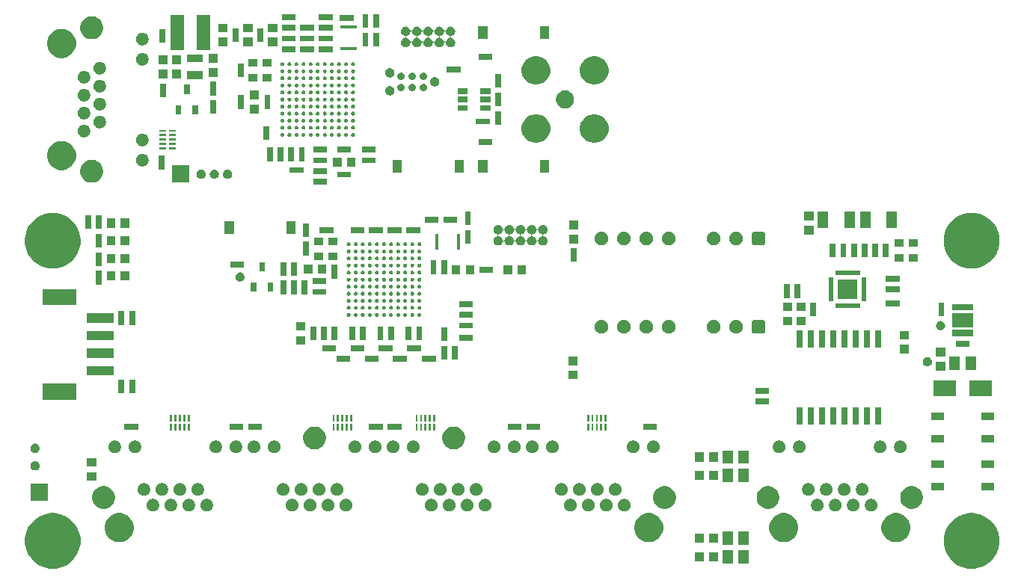
<source format=gts>
G04 #@! TF.GenerationSoftware,KiCad,Pcbnew,5.0.1-33cea8e~66~ubuntu18.04.1*
G04 #@! TF.CreationDate,2018-11-27T01:50:38+00:00*
G04 #@! TF.ProjectId,proto_switch_sensor_r1_panel,70726F746F5F7377697463685F73656E,1*
G04 #@! TF.SameCoordinates,Original*
G04 #@! TF.FileFunction,Soldermask,Top*
G04 #@! TF.FilePolarity,Negative*
%FSLAX46Y46*%
G04 Gerber Fmt 4.6, Leading zero omitted, Abs format (unit mm)*
G04 Created by KiCad (PCBNEW 5.0.1-33cea8e~66~ubuntu18.04.1) date Tue 27 Nov 2018 01:50:38 GMT*
%MOMM*%
%LPD*%
G01*
G04 APERTURE LIST*
%ADD10C,0.100000*%
G04 APERTURE END LIST*
D10*
G36*
X188396849Y-152867226D02*
X188918821Y-152971052D01*
X189492085Y-153208506D01*
X190008008Y-153553235D01*
X190446765Y-153991992D01*
X190791494Y-154507915D01*
X191028948Y-155081179D01*
X191150000Y-155689752D01*
X191150000Y-156310248D01*
X191028948Y-156918821D01*
X190791494Y-157492085D01*
X190446765Y-158008008D01*
X190008008Y-158446765D01*
X189492085Y-158791494D01*
X188918821Y-159028948D01*
X188396849Y-159132774D01*
X188310249Y-159150000D01*
X187689751Y-159150000D01*
X187603151Y-159132774D01*
X187081179Y-159028948D01*
X186507915Y-158791494D01*
X185991992Y-158446765D01*
X185553235Y-158008008D01*
X185208506Y-157492085D01*
X184971052Y-156918821D01*
X184850000Y-156310248D01*
X184850000Y-155689752D01*
X184971052Y-155081179D01*
X185208506Y-154507915D01*
X185553235Y-153991992D01*
X185991992Y-153553235D01*
X186507915Y-153208506D01*
X187081179Y-152971052D01*
X187603151Y-152867226D01*
X187689751Y-152850000D01*
X188310249Y-152850000D01*
X188396849Y-152867226D01*
X188396849Y-152867226D01*
G37*
G36*
X84396849Y-152867226D02*
X84918821Y-152971052D01*
X85492085Y-153208506D01*
X86008008Y-153553235D01*
X86446765Y-153991992D01*
X86791494Y-154507915D01*
X87028948Y-155081179D01*
X87150000Y-155689752D01*
X87150000Y-156310248D01*
X87028948Y-156918821D01*
X86791494Y-157492085D01*
X86446765Y-158008008D01*
X86008008Y-158446765D01*
X85492085Y-158791494D01*
X84918821Y-159028948D01*
X84396849Y-159132774D01*
X84310249Y-159150000D01*
X83689751Y-159150000D01*
X83603151Y-159132774D01*
X83081179Y-159028948D01*
X82507915Y-158791494D01*
X81991992Y-158446765D01*
X81553235Y-158008008D01*
X81208506Y-157492085D01*
X80971052Y-156918821D01*
X80850000Y-156310248D01*
X80850000Y-155689752D01*
X80971052Y-155081179D01*
X81208506Y-154507915D01*
X81553235Y-153991992D01*
X81991992Y-153553235D01*
X82507915Y-153208506D01*
X83081179Y-152971052D01*
X83603151Y-152867226D01*
X83689751Y-152850000D01*
X84310249Y-152850000D01*
X84396849Y-152867226D01*
X84396849Y-152867226D01*
G37*
G36*
X162795000Y-158545000D02*
X161605000Y-158545000D01*
X161605000Y-157055000D01*
X162795000Y-157055000D01*
X162795000Y-158545000D01*
X162795000Y-158545000D01*
G37*
G36*
X160995000Y-158545000D02*
X159805000Y-158545000D01*
X159805000Y-157055000D01*
X160995000Y-157055000D01*
X160995000Y-158545000D01*
X160995000Y-158545000D01*
G37*
G36*
X157695000Y-158320000D02*
X156705000Y-158320000D01*
X156705000Y-157280000D01*
X157695000Y-157280000D01*
X157695000Y-158320000D01*
X157695000Y-158320000D01*
G37*
G36*
X159295000Y-158320000D02*
X158305000Y-158320000D01*
X158305000Y-157280000D01*
X159295000Y-157280000D01*
X159295000Y-158320000D01*
X159295000Y-158320000D01*
G37*
G36*
X162795000Y-156445000D02*
X161605000Y-156445000D01*
X161605000Y-154955000D01*
X162795000Y-154955000D01*
X162795000Y-156445000D01*
X162795000Y-156445000D01*
G37*
G36*
X160995000Y-156445000D02*
X159805000Y-156445000D01*
X159805000Y-154955000D01*
X160995000Y-154955000D01*
X160995000Y-156445000D01*
X160995000Y-156445000D01*
G37*
G36*
X157695000Y-156220000D02*
X156705000Y-156220000D01*
X156705000Y-155180000D01*
X157695000Y-155180000D01*
X157695000Y-156220000D01*
X157695000Y-156220000D01*
G37*
G36*
X159295000Y-156220000D02*
X158305000Y-156220000D01*
X158305000Y-155180000D01*
X159295000Y-155180000D01*
X159295000Y-156220000D01*
X159295000Y-156220000D01*
G37*
G36*
X167230001Y-152917639D02*
X167230003Y-152917640D01*
X167230004Y-152917640D01*
X167340631Y-152963463D01*
X167529485Y-153041689D01*
X167799012Y-153221781D01*
X168028219Y-153450988D01*
X168208311Y-153720515D01*
X168332361Y-154019999D01*
X168395600Y-154337921D01*
X168395600Y-154662079D01*
X168332361Y-154980001D01*
X168208311Y-155279485D01*
X168028219Y-155549012D01*
X167799012Y-155778219D01*
X167529485Y-155958311D01*
X167352750Y-156031517D01*
X167230004Y-156082360D01*
X167230003Y-156082360D01*
X167230001Y-156082361D01*
X166912079Y-156145600D01*
X166587921Y-156145600D01*
X166269999Y-156082361D01*
X166269997Y-156082360D01*
X166269996Y-156082360D01*
X166147250Y-156031517D01*
X165970515Y-155958311D01*
X165700988Y-155778219D01*
X165471781Y-155549012D01*
X165291689Y-155279485D01*
X165167639Y-154980001D01*
X165104400Y-154662079D01*
X165104400Y-154337921D01*
X165167639Y-154019999D01*
X165291689Y-153720515D01*
X165471781Y-153450988D01*
X165700988Y-153221781D01*
X165970515Y-153041689D01*
X166159369Y-152963463D01*
X166269996Y-152917640D01*
X166269997Y-152917640D01*
X166269999Y-152917639D01*
X166587921Y-152854400D01*
X166912079Y-152854400D01*
X167230001Y-152917639D01*
X167230001Y-152917639D01*
G37*
G36*
X92008001Y-152917639D02*
X92008003Y-152917640D01*
X92008004Y-152917640D01*
X92118631Y-152963463D01*
X92307485Y-153041689D01*
X92577012Y-153221781D01*
X92806219Y-153450988D01*
X92986311Y-153720515D01*
X93110361Y-154019999D01*
X93173600Y-154337921D01*
X93173600Y-154662079D01*
X93110361Y-154980001D01*
X92986311Y-155279485D01*
X92806219Y-155549012D01*
X92577012Y-155778219D01*
X92307485Y-155958311D01*
X92130750Y-156031517D01*
X92008004Y-156082360D01*
X92008003Y-156082360D01*
X92008001Y-156082361D01*
X91690079Y-156145600D01*
X91365921Y-156145600D01*
X91047999Y-156082361D01*
X91047997Y-156082360D01*
X91047996Y-156082360D01*
X90925250Y-156031517D01*
X90748515Y-155958311D01*
X90478988Y-155778219D01*
X90249781Y-155549012D01*
X90069689Y-155279485D01*
X89945639Y-154980001D01*
X89882400Y-154662079D01*
X89882400Y-154337921D01*
X89945639Y-154019999D01*
X90069689Y-153720515D01*
X90249781Y-153450988D01*
X90478988Y-153221781D01*
X90748515Y-153041689D01*
X90937369Y-152963463D01*
X91047996Y-152917640D01*
X91047997Y-152917640D01*
X91047999Y-152917639D01*
X91365921Y-152854400D01*
X91690079Y-152854400D01*
X92008001Y-152917639D01*
X92008001Y-152917639D01*
G37*
G36*
X179930001Y-152917639D02*
X179930003Y-152917640D01*
X179930004Y-152917640D01*
X180040631Y-152963463D01*
X180229485Y-153041689D01*
X180499012Y-153221781D01*
X180728219Y-153450988D01*
X180908311Y-153720515D01*
X181032361Y-154019999D01*
X181095600Y-154337921D01*
X181095600Y-154662079D01*
X181032361Y-154980001D01*
X180908311Y-155279485D01*
X180728219Y-155549012D01*
X180499012Y-155778219D01*
X180229485Y-155958311D01*
X180052750Y-156031517D01*
X179930004Y-156082360D01*
X179930003Y-156082360D01*
X179930001Y-156082361D01*
X179612079Y-156145600D01*
X179287921Y-156145600D01*
X178969999Y-156082361D01*
X178969997Y-156082360D01*
X178969996Y-156082360D01*
X178847250Y-156031517D01*
X178670515Y-155958311D01*
X178400988Y-155778219D01*
X178171781Y-155549012D01*
X177991689Y-155279485D01*
X177867639Y-154980001D01*
X177804400Y-154662079D01*
X177804400Y-154337921D01*
X177867639Y-154019999D01*
X177991689Y-153720515D01*
X178171781Y-153450988D01*
X178400988Y-153221781D01*
X178670515Y-153041689D01*
X178859369Y-152963463D01*
X178969996Y-152917640D01*
X178969997Y-152917640D01*
X178969999Y-152917639D01*
X179287921Y-152854400D01*
X179612079Y-152854400D01*
X179930001Y-152917639D01*
X179930001Y-152917639D01*
G37*
G36*
X151948001Y-152917639D02*
X151948003Y-152917640D01*
X151948004Y-152917640D01*
X152058631Y-152963463D01*
X152247485Y-153041689D01*
X152517012Y-153221781D01*
X152746219Y-153450988D01*
X152926311Y-153720515D01*
X153050361Y-154019999D01*
X153113600Y-154337921D01*
X153113600Y-154662079D01*
X153050361Y-154980001D01*
X152926311Y-155279485D01*
X152746219Y-155549012D01*
X152517012Y-155778219D01*
X152247485Y-155958311D01*
X152070750Y-156031517D01*
X151948004Y-156082360D01*
X151948003Y-156082360D01*
X151948001Y-156082361D01*
X151630079Y-156145600D01*
X151305921Y-156145600D01*
X150987999Y-156082361D01*
X150987997Y-156082360D01*
X150987996Y-156082360D01*
X150865250Y-156031517D01*
X150688515Y-155958311D01*
X150418988Y-155778219D01*
X150189781Y-155549012D01*
X150009689Y-155279485D01*
X149885639Y-154980001D01*
X149822400Y-154662079D01*
X149822400Y-154337921D01*
X149885639Y-154019999D01*
X150009689Y-153720515D01*
X150189781Y-153450988D01*
X150418988Y-153221781D01*
X150688515Y-153041689D01*
X150877369Y-152963463D01*
X150987996Y-152917640D01*
X150987997Y-152917640D01*
X150987999Y-152917639D01*
X151305921Y-152854400D01*
X151630079Y-152854400D01*
X151948001Y-152917639D01*
X151948001Y-152917639D01*
G37*
G36*
X148894015Y-151267668D02*
X149025049Y-151321944D01*
X149142975Y-151400740D01*
X149243260Y-151501025D01*
X149322056Y-151618951D01*
X149376332Y-151749985D01*
X149404000Y-151889085D01*
X149404000Y-152030915D01*
X149376332Y-152170015D01*
X149322056Y-152301049D01*
X149243260Y-152418975D01*
X149142975Y-152519260D01*
X149025049Y-152598056D01*
X148894015Y-152652332D01*
X148754915Y-152680000D01*
X148613085Y-152680000D01*
X148473985Y-152652332D01*
X148342951Y-152598056D01*
X148225025Y-152519260D01*
X148124740Y-152418975D01*
X148045944Y-152301049D01*
X147991668Y-152170015D01*
X147964000Y-152030915D01*
X147964000Y-151889085D01*
X147991668Y-151749985D01*
X148045944Y-151618951D01*
X148124740Y-151501025D01*
X148225025Y-151400740D01*
X148342951Y-151321944D01*
X148473985Y-151267668D01*
X148613085Y-151240000D01*
X148754915Y-151240000D01*
X148894015Y-151267668D01*
X148894015Y-151267668D01*
G37*
G36*
X133144015Y-151267668D02*
X133275049Y-151321944D01*
X133392975Y-151400740D01*
X133493260Y-151501025D01*
X133572056Y-151618951D01*
X133626332Y-151749985D01*
X133654000Y-151889085D01*
X133654000Y-152030915D01*
X133626332Y-152170015D01*
X133572056Y-152301049D01*
X133493260Y-152418975D01*
X133392975Y-152519260D01*
X133275049Y-152598056D01*
X133144015Y-152652332D01*
X133004915Y-152680000D01*
X132863085Y-152680000D01*
X132723985Y-152652332D01*
X132592951Y-152598056D01*
X132475025Y-152519260D01*
X132374740Y-152418975D01*
X132295944Y-152301049D01*
X132241668Y-152170015D01*
X132214000Y-152030915D01*
X132214000Y-151889085D01*
X132241668Y-151749985D01*
X132295944Y-151618951D01*
X132374740Y-151501025D01*
X132475025Y-151400740D01*
X132592951Y-151321944D01*
X132723985Y-151267668D01*
X132863085Y-151240000D01*
X133004915Y-151240000D01*
X133144015Y-151267668D01*
X133144015Y-151267668D01*
G37*
G36*
X115362015Y-151267668D02*
X115493049Y-151321944D01*
X115610975Y-151400740D01*
X115711260Y-151501025D01*
X115790056Y-151618951D01*
X115844332Y-151749985D01*
X115872000Y-151889085D01*
X115872000Y-152030915D01*
X115844332Y-152170015D01*
X115790056Y-152301049D01*
X115711260Y-152418975D01*
X115610975Y-152519260D01*
X115493049Y-152598056D01*
X115362015Y-152652332D01*
X115222915Y-152680000D01*
X115081085Y-152680000D01*
X114941985Y-152652332D01*
X114810951Y-152598056D01*
X114693025Y-152519260D01*
X114592740Y-152418975D01*
X114513944Y-152301049D01*
X114459668Y-152170015D01*
X114432000Y-152030915D01*
X114432000Y-151889085D01*
X114459668Y-151749985D01*
X114513944Y-151618951D01*
X114592740Y-151501025D01*
X114693025Y-151400740D01*
X114810951Y-151321944D01*
X114941985Y-151267668D01*
X115081085Y-151240000D01*
X115222915Y-151240000D01*
X115362015Y-151267668D01*
X115362015Y-151267668D01*
G37*
G36*
X142798015Y-151267668D02*
X142929049Y-151321944D01*
X143046975Y-151400740D01*
X143147260Y-151501025D01*
X143226056Y-151618951D01*
X143280332Y-151749985D01*
X143308000Y-151889085D01*
X143308000Y-152030915D01*
X143280332Y-152170015D01*
X143226056Y-152301049D01*
X143147260Y-152418975D01*
X143046975Y-152519260D01*
X142929049Y-152598056D01*
X142798015Y-152652332D01*
X142658915Y-152680000D01*
X142517085Y-152680000D01*
X142377985Y-152652332D01*
X142246951Y-152598056D01*
X142129025Y-152519260D01*
X142028740Y-152418975D01*
X141949944Y-152301049D01*
X141895668Y-152170015D01*
X141868000Y-152030915D01*
X141868000Y-151889085D01*
X141895668Y-151749985D01*
X141949944Y-151618951D01*
X142028740Y-151501025D01*
X142129025Y-151400740D01*
X142246951Y-151321944D01*
X142377985Y-151267668D01*
X142517085Y-151240000D01*
X142658915Y-151240000D01*
X142798015Y-151267668D01*
X142798015Y-151267668D01*
G37*
G36*
X127048015Y-151267668D02*
X127179049Y-151321944D01*
X127296975Y-151400740D01*
X127397260Y-151501025D01*
X127476056Y-151618951D01*
X127530332Y-151749985D01*
X127558000Y-151889085D01*
X127558000Y-152030915D01*
X127530332Y-152170015D01*
X127476056Y-152301049D01*
X127397260Y-152418975D01*
X127296975Y-152519260D01*
X127179049Y-152598056D01*
X127048015Y-152652332D01*
X126908915Y-152680000D01*
X126767085Y-152680000D01*
X126627985Y-152652332D01*
X126496951Y-152598056D01*
X126379025Y-152519260D01*
X126278740Y-152418975D01*
X126199944Y-152301049D01*
X126145668Y-152170015D01*
X126118000Y-152030915D01*
X126118000Y-151889085D01*
X126145668Y-151749985D01*
X126199944Y-151618951D01*
X126278740Y-151501025D01*
X126379025Y-151400740D01*
X126496951Y-151321944D01*
X126627985Y-151267668D01*
X126767085Y-151240000D01*
X126908915Y-151240000D01*
X127048015Y-151267668D01*
X127048015Y-151267668D01*
G37*
G36*
X111298015Y-151267668D02*
X111429049Y-151321944D01*
X111546975Y-151400740D01*
X111647260Y-151501025D01*
X111726056Y-151618951D01*
X111780332Y-151749985D01*
X111808000Y-151889085D01*
X111808000Y-152030915D01*
X111780332Y-152170015D01*
X111726056Y-152301049D01*
X111647260Y-152418975D01*
X111546975Y-152519260D01*
X111429049Y-152598056D01*
X111298015Y-152652332D01*
X111158915Y-152680000D01*
X111017085Y-152680000D01*
X110877985Y-152652332D01*
X110746951Y-152598056D01*
X110629025Y-152519260D01*
X110528740Y-152418975D01*
X110449944Y-152301049D01*
X110395668Y-152170015D01*
X110368000Y-152030915D01*
X110368000Y-151889085D01*
X110395668Y-151749985D01*
X110449944Y-151618951D01*
X110528740Y-151501025D01*
X110629025Y-151400740D01*
X110746951Y-151321944D01*
X110877985Y-151267668D01*
X111017085Y-151240000D01*
X111158915Y-151240000D01*
X111298015Y-151267668D01*
X111298015Y-151267668D01*
G37*
G36*
X144830015Y-151267668D02*
X144961049Y-151321944D01*
X145078975Y-151400740D01*
X145179260Y-151501025D01*
X145258056Y-151618951D01*
X145312332Y-151749985D01*
X145340000Y-151889085D01*
X145340000Y-152030915D01*
X145312332Y-152170015D01*
X145258056Y-152301049D01*
X145179260Y-152418975D01*
X145078975Y-152519260D01*
X144961049Y-152598056D01*
X144830015Y-152652332D01*
X144690915Y-152680000D01*
X144549085Y-152680000D01*
X144409985Y-152652332D01*
X144278951Y-152598056D01*
X144161025Y-152519260D01*
X144060740Y-152418975D01*
X143981944Y-152301049D01*
X143927668Y-152170015D01*
X143900000Y-152030915D01*
X143900000Y-151889085D01*
X143927668Y-151749985D01*
X143981944Y-151618951D01*
X144060740Y-151501025D01*
X144161025Y-151400740D01*
X144278951Y-151321944D01*
X144409985Y-151267668D01*
X144549085Y-151240000D01*
X144690915Y-151240000D01*
X144830015Y-151267668D01*
X144830015Y-151267668D01*
G37*
G36*
X113330015Y-151267668D02*
X113461049Y-151321944D01*
X113578975Y-151400740D01*
X113679260Y-151501025D01*
X113758056Y-151618951D01*
X113812332Y-151749985D01*
X113840000Y-151889085D01*
X113840000Y-152030915D01*
X113812332Y-152170015D01*
X113758056Y-152301049D01*
X113679260Y-152418975D01*
X113578975Y-152519260D01*
X113461049Y-152598056D01*
X113330015Y-152652332D01*
X113190915Y-152680000D01*
X113049085Y-152680000D01*
X112909985Y-152652332D01*
X112778951Y-152598056D01*
X112661025Y-152519260D01*
X112560740Y-152418975D01*
X112481944Y-152301049D01*
X112427668Y-152170015D01*
X112400000Y-152030915D01*
X112400000Y-151889085D01*
X112427668Y-151749985D01*
X112481944Y-151618951D01*
X112560740Y-151501025D01*
X112661025Y-151400740D01*
X112778951Y-151321944D01*
X112909985Y-151267668D01*
X113049085Y-151240000D01*
X113190915Y-151240000D01*
X113330015Y-151267668D01*
X113330015Y-151267668D01*
G37*
G36*
X129080015Y-151267668D02*
X129211049Y-151321944D01*
X129328975Y-151400740D01*
X129429260Y-151501025D01*
X129508056Y-151618951D01*
X129562332Y-151749985D01*
X129590000Y-151889085D01*
X129590000Y-152030915D01*
X129562332Y-152170015D01*
X129508056Y-152301049D01*
X129429260Y-152418975D01*
X129328975Y-152519260D01*
X129211049Y-152598056D01*
X129080015Y-152652332D01*
X128940915Y-152680000D01*
X128799085Y-152680000D01*
X128659985Y-152652332D01*
X128528951Y-152598056D01*
X128411025Y-152519260D01*
X128310740Y-152418975D01*
X128231944Y-152301049D01*
X128177668Y-152170015D01*
X128150000Y-152030915D01*
X128150000Y-151889085D01*
X128177668Y-151749985D01*
X128231944Y-151618951D01*
X128310740Y-151501025D01*
X128411025Y-151400740D01*
X128528951Y-151321944D01*
X128659985Y-151267668D01*
X128799085Y-151240000D01*
X128940915Y-151240000D01*
X129080015Y-151267668D01*
X129080015Y-151267668D01*
G37*
G36*
X131112015Y-151267668D02*
X131243049Y-151321944D01*
X131360975Y-151400740D01*
X131461260Y-151501025D01*
X131540056Y-151618951D01*
X131594332Y-151749985D01*
X131622000Y-151889085D01*
X131622000Y-152030915D01*
X131594332Y-152170015D01*
X131540056Y-152301049D01*
X131461260Y-152418975D01*
X131360975Y-152519260D01*
X131243049Y-152598056D01*
X131112015Y-152652332D01*
X130972915Y-152680000D01*
X130831085Y-152680000D01*
X130691985Y-152652332D01*
X130560951Y-152598056D01*
X130443025Y-152519260D01*
X130342740Y-152418975D01*
X130263944Y-152301049D01*
X130209668Y-152170015D01*
X130182000Y-152030915D01*
X130182000Y-151889085D01*
X130209668Y-151749985D01*
X130263944Y-151618951D01*
X130342740Y-151501025D01*
X130443025Y-151400740D01*
X130560951Y-151321944D01*
X130691985Y-151267668D01*
X130831085Y-151240000D01*
X130972915Y-151240000D01*
X131112015Y-151267668D01*
X131112015Y-151267668D01*
G37*
G36*
X170770015Y-151267668D02*
X170901049Y-151321944D01*
X171018975Y-151400740D01*
X171119260Y-151501025D01*
X171198056Y-151618951D01*
X171252332Y-151749985D01*
X171280000Y-151889085D01*
X171280000Y-152030915D01*
X171252332Y-152170015D01*
X171198056Y-152301049D01*
X171119260Y-152418975D01*
X171018975Y-152519260D01*
X170901049Y-152598056D01*
X170770015Y-152652332D01*
X170630915Y-152680000D01*
X170489085Y-152680000D01*
X170349985Y-152652332D01*
X170218951Y-152598056D01*
X170101025Y-152519260D01*
X170000740Y-152418975D01*
X169921944Y-152301049D01*
X169867668Y-152170015D01*
X169840000Y-152030915D01*
X169840000Y-151889085D01*
X169867668Y-151749985D01*
X169921944Y-151618951D01*
X170000740Y-151501025D01*
X170101025Y-151400740D01*
X170218951Y-151321944D01*
X170349985Y-151267668D01*
X170489085Y-151240000D01*
X170630915Y-151240000D01*
X170770015Y-151267668D01*
X170770015Y-151267668D01*
G37*
G36*
X117394015Y-151267668D02*
X117525049Y-151321944D01*
X117642975Y-151400740D01*
X117743260Y-151501025D01*
X117822056Y-151618951D01*
X117876332Y-151749985D01*
X117904000Y-151889085D01*
X117904000Y-152030915D01*
X117876332Y-152170015D01*
X117822056Y-152301049D01*
X117743260Y-152418975D01*
X117642975Y-152519260D01*
X117525049Y-152598056D01*
X117394015Y-152652332D01*
X117254915Y-152680000D01*
X117113085Y-152680000D01*
X116973985Y-152652332D01*
X116842951Y-152598056D01*
X116725025Y-152519260D01*
X116624740Y-152418975D01*
X116545944Y-152301049D01*
X116491668Y-152170015D01*
X116464000Y-152030915D01*
X116464000Y-151889085D01*
X116491668Y-151749985D01*
X116545944Y-151618951D01*
X116624740Y-151501025D01*
X116725025Y-151400740D01*
X116842951Y-151321944D01*
X116973985Y-151267668D01*
X117113085Y-151240000D01*
X117254915Y-151240000D01*
X117394015Y-151267668D01*
X117394015Y-151267668D01*
G37*
G36*
X176866015Y-151267668D02*
X176997049Y-151321944D01*
X177114975Y-151400740D01*
X177215260Y-151501025D01*
X177294056Y-151618951D01*
X177348332Y-151749985D01*
X177376000Y-151889085D01*
X177376000Y-152030915D01*
X177348332Y-152170015D01*
X177294056Y-152301049D01*
X177215260Y-152418975D01*
X177114975Y-152519260D01*
X176997049Y-152598056D01*
X176866015Y-152652332D01*
X176726915Y-152680000D01*
X176585085Y-152680000D01*
X176445985Y-152652332D01*
X176314951Y-152598056D01*
X176197025Y-152519260D01*
X176096740Y-152418975D01*
X176017944Y-152301049D01*
X175963668Y-152170015D01*
X175936000Y-152030915D01*
X175936000Y-151889085D01*
X175963668Y-151749985D01*
X176017944Y-151618951D01*
X176096740Y-151501025D01*
X176197025Y-151400740D01*
X176314951Y-151321944D01*
X176445985Y-151267668D01*
X176585085Y-151240000D01*
X176726915Y-151240000D01*
X176866015Y-151267668D01*
X176866015Y-151267668D01*
G37*
G36*
X174834015Y-151267668D02*
X174965049Y-151321944D01*
X175082975Y-151400740D01*
X175183260Y-151501025D01*
X175262056Y-151618951D01*
X175316332Y-151749985D01*
X175344000Y-151889085D01*
X175344000Y-152030915D01*
X175316332Y-152170015D01*
X175262056Y-152301049D01*
X175183260Y-152418975D01*
X175082975Y-152519260D01*
X174965049Y-152598056D01*
X174834015Y-152652332D01*
X174694915Y-152680000D01*
X174553085Y-152680000D01*
X174413985Y-152652332D01*
X174282951Y-152598056D01*
X174165025Y-152519260D01*
X174064740Y-152418975D01*
X173985944Y-152301049D01*
X173931668Y-152170015D01*
X173904000Y-152030915D01*
X173904000Y-151889085D01*
X173931668Y-151749985D01*
X173985944Y-151618951D01*
X174064740Y-151501025D01*
X174165025Y-151400740D01*
X174282951Y-151321944D01*
X174413985Y-151267668D01*
X174553085Y-151240000D01*
X174694915Y-151240000D01*
X174834015Y-151267668D01*
X174834015Y-151267668D01*
G37*
G36*
X172802015Y-151267668D02*
X172933049Y-151321944D01*
X173050975Y-151400740D01*
X173151260Y-151501025D01*
X173230056Y-151618951D01*
X173284332Y-151749985D01*
X173312000Y-151889085D01*
X173312000Y-152030915D01*
X173284332Y-152170015D01*
X173230056Y-152301049D01*
X173151260Y-152418975D01*
X173050975Y-152519260D01*
X172933049Y-152598056D01*
X172802015Y-152652332D01*
X172662915Y-152680000D01*
X172521085Y-152680000D01*
X172381985Y-152652332D01*
X172250951Y-152598056D01*
X172133025Y-152519260D01*
X172032740Y-152418975D01*
X171953944Y-152301049D01*
X171899668Y-152170015D01*
X171872000Y-152030915D01*
X171872000Y-151889085D01*
X171899668Y-151749985D01*
X171953944Y-151618951D01*
X172032740Y-151501025D01*
X172133025Y-151400740D01*
X172250951Y-151321944D01*
X172381985Y-151267668D01*
X172521085Y-151240000D01*
X172662915Y-151240000D01*
X172802015Y-151267668D01*
X172802015Y-151267668D01*
G37*
G36*
X95548015Y-151267668D02*
X95679049Y-151321944D01*
X95796975Y-151400740D01*
X95897260Y-151501025D01*
X95976056Y-151618951D01*
X96030332Y-151749985D01*
X96058000Y-151889085D01*
X96058000Y-152030915D01*
X96030332Y-152170015D01*
X95976056Y-152301049D01*
X95897260Y-152418975D01*
X95796975Y-152519260D01*
X95679049Y-152598056D01*
X95548015Y-152652332D01*
X95408915Y-152680000D01*
X95267085Y-152680000D01*
X95127985Y-152652332D01*
X94996951Y-152598056D01*
X94879025Y-152519260D01*
X94778740Y-152418975D01*
X94699944Y-152301049D01*
X94645668Y-152170015D01*
X94618000Y-152030915D01*
X94618000Y-151889085D01*
X94645668Y-151749985D01*
X94699944Y-151618951D01*
X94778740Y-151501025D01*
X94879025Y-151400740D01*
X94996951Y-151321944D01*
X95127985Y-151267668D01*
X95267085Y-151240000D01*
X95408915Y-151240000D01*
X95548015Y-151267668D01*
X95548015Y-151267668D01*
G37*
G36*
X97580015Y-151267668D02*
X97711049Y-151321944D01*
X97828975Y-151400740D01*
X97929260Y-151501025D01*
X98008056Y-151618951D01*
X98062332Y-151749985D01*
X98090000Y-151889085D01*
X98090000Y-152030915D01*
X98062332Y-152170015D01*
X98008056Y-152301049D01*
X97929260Y-152418975D01*
X97828975Y-152519260D01*
X97711049Y-152598056D01*
X97580015Y-152652332D01*
X97440915Y-152680000D01*
X97299085Y-152680000D01*
X97159985Y-152652332D01*
X97028951Y-152598056D01*
X96911025Y-152519260D01*
X96810740Y-152418975D01*
X96731944Y-152301049D01*
X96677668Y-152170015D01*
X96650000Y-152030915D01*
X96650000Y-151889085D01*
X96677668Y-151749985D01*
X96731944Y-151618951D01*
X96810740Y-151501025D01*
X96911025Y-151400740D01*
X97028951Y-151321944D01*
X97159985Y-151267668D01*
X97299085Y-151240000D01*
X97440915Y-151240000D01*
X97580015Y-151267668D01*
X97580015Y-151267668D01*
G37*
G36*
X99612015Y-151267668D02*
X99743049Y-151321944D01*
X99860975Y-151400740D01*
X99961260Y-151501025D01*
X100040056Y-151618951D01*
X100094332Y-151749985D01*
X100122000Y-151889085D01*
X100122000Y-152030915D01*
X100094332Y-152170015D01*
X100040056Y-152301049D01*
X99961260Y-152418975D01*
X99860975Y-152519260D01*
X99743049Y-152598056D01*
X99612015Y-152652332D01*
X99472915Y-152680000D01*
X99331085Y-152680000D01*
X99191985Y-152652332D01*
X99060951Y-152598056D01*
X98943025Y-152519260D01*
X98842740Y-152418975D01*
X98763944Y-152301049D01*
X98709668Y-152170015D01*
X98682000Y-152030915D01*
X98682000Y-151889085D01*
X98709668Y-151749985D01*
X98763944Y-151618951D01*
X98842740Y-151501025D01*
X98943025Y-151400740D01*
X99060951Y-151321944D01*
X99191985Y-151267668D01*
X99331085Y-151240000D01*
X99472915Y-151240000D01*
X99612015Y-151267668D01*
X99612015Y-151267668D01*
G37*
G36*
X101644015Y-151267668D02*
X101775049Y-151321944D01*
X101892975Y-151400740D01*
X101993260Y-151501025D01*
X102072056Y-151618951D01*
X102126332Y-151749985D01*
X102154000Y-151889085D01*
X102154000Y-152030915D01*
X102126332Y-152170015D01*
X102072056Y-152301049D01*
X101993260Y-152418975D01*
X101892975Y-152519260D01*
X101775049Y-152598056D01*
X101644015Y-152652332D01*
X101504915Y-152680000D01*
X101363085Y-152680000D01*
X101223985Y-152652332D01*
X101092951Y-152598056D01*
X100975025Y-152519260D01*
X100874740Y-152418975D01*
X100795944Y-152301049D01*
X100741668Y-152170015D01*
X100714000Y-152030915D01*
X100714000Y-151889085D01*
X100741668Y-151749985D01*
X100795944Y-151618951D01*
X100874740Y-151501025D01*
X100975025Y-151400740D01*
X101092951Y-151321944D01*
X101223985Y-151267668D01*
X101363085Y-151240000D01*
X101504915Y-151240000D01*
X101644015Y-151267668D01*
X101644015Y-151267668D01*
G37*
G36*
X146862015Y-151267668D02*
X146993049Y-151321944D01*
X147110975Y-151400740D01*
X147211260Y-151501025D01*
X147290056Y-151618951D01*
X147344332Y-151749985D01*
X147372000Y-151889085D01*
X147372000Y-152030915D01*
X147344332Y-152170015D01*
X147290056Y-152301049D01*
X147211260Y-152418975D01*
X147110975Y-152519260D01*
X146993049Y-152598056D01*
X146862015Y-152652332D01*
X146722915Y-152680000D01*
X146581085Y-152680000D01*
X146441985Y-152652332D01*
X146310951Y-152598056D01*
X146193025Y-152519260D01*
X146092740Y-152418975D01*
X146013944Y-152301049D01*
X145959668Y-152170015D01*
X145932000Y-152030915D01*
X145932000Y-151889085D01*
X145959668Y-151749985D01*
X146013944Y-151618951D01*
X146092740Y-151501025D01*
X146193025Y-151400740D01*
X146310951Y-151321944D01*
X146441985Y-151267668D01*
X146581085Y-151240000D01*
X146722915Y-151240000D01*
X146862015Y-151267668D01*
X146862015Y-151267668D01*
G37*
G36*
X165348277Y-149830573D02*
X165583045Y-149927817D01*
X165794330Y-150068993D01*
X165974007Y-150248670D01*
X166115183Y-150459955D01*
X166212427Y-150694723D01*
X166262000Y-150943945D01*
X166262000Y-151198055D01*
X166212427Y-151447277D01*
X166115183Y-151682045D01*
X165974007Y-151893330D01*
X165794330Y-152073007D01*
X165583045Y-152214183D01*
X165348277Y-152311427D01*
X165099055Y-152361000D01*
X164844945Y-152361000D01*
X164595723Y-152311427D01*
X164360955Y-152214183D01*
X164149670Y-152073007D01*
X163969993Y-151893330D01*
X163828817Y-151682045D01*
X163731573Y-151447277D01*
X163682000Y-151198055D01*
X163682000Y-150943945D01*
X163731573Y-150694723D01*
X163828817Y-150459955D01*
X163969993Y-150248670D01*
X164149670Y-150068993D01*
X164360955Y-149927817D01*
X164595723Y-149830573D01*
X164844945Y-149781000D01*
X165099055Y-149781000D01*
X165348277Y-149830573D01*
X165348277Y-149830573D01*
G37*
G36*
X181604277Y-149830573D02*
X181839045Y-149927817D01*
X182050330Y-150068993D01*
X182230007Y-150248670D01*
X182371183Y-150459955D01*
X182468427Y-150694723D01*
X182518000Y-150943945D01*
X182518000Y-151198055D01*
X182468427Y-151447277D01*
X182371183Y-151682045D01*
X182230007Y-151893330D01*
X182050330Y-152073007D01*
X181839045Y-152214183D01*
X181604277Y-152311427D01*
X181355055Y-152361000D01*
X181100945Y-152361000D01*
X180851723Y-152311427D01*
X180616955Y-152214183D01*
X180405670Y-152073007D01*
X180225993Y-151893330D01*
X180084817Y-151682045D01*
X179987573Y-151447277D01*
X179938000Y-151198055D01*
X179938000Y-150943945D01*
X179987573Y-150694723D01*
X180084817Y-150459955D01*
X180225993Y-150248670D01*
X180405670Y-150068993D01*
X180616955Y-149927817D01*
X180851723Y-149830573D01*
X181100945Y-149781000D01*
X181355055Y-149781000D01*
X181604277Y-149830573D01*
X181604277Y-149830573D01*
G37*
G36*
X153626277Y-149830573D02*
X153861045Y-149927817D01*
X154072330Y-150068993D01*
X154252007Y-150248670D01*
X154393183Y-150459955D01*
X154490427Y-150694723D01*
X154540000Y-150943945D01*
X154540000Y-151198055D01*
X154490427Y-151447277D01*
X154393183Y-151682045D01*
X154252007Y-151893330D01*
X154072330Y-152073007D01*
X153861045Y-152214183D01*
X153626277Y-152311427D01*
X153377055Y-152361000D01*
X153122945Y-152361000D01*
X152873723Y-152311427D01*
X152638955Y-152214183D01*
X152427670Y-152073007D01*
X152247993Y-151893330D01*
X152106817Y-151682045D01*
X152009573Y-151447277D01*
X151960000Y-151198055D01*
X151960000Y-150943945D01*
X152009573Y-150694723D01*
X152106817Y-150459955D01*
X152247993Y-150248670D01*
X152427670Y-150068993D01*
X152638955Y-149927817D01*
X152873723Y-149830573D01*
X153122945Y-149781000D01*
X153377055Y-149781000D01*
X153626277Y-149830573D01*
X153626277Y-149830573D01*
G37*
G36*
X90126277Y-149830573D02*
X90361045Y-149927817D01*
X90572330Y-150068993D01*
X90752007Y-150248670D01*
X90893183Y-150459955D01*
X90990427Y-150694723D01*
X91040000Y-150943945D01*
X91040000Y-151198055D01*
X90990427Y-151447277D01*
X90893183Y-151682045D01*
X90752007Y-151893330D01*
X90572330Y-152073007D01*
X90361045Y-152214183D01*
X90126277Y-152311427D01*
X89877055Y-152361000D01*
X89622945Y-152361000D01*
X89373723Y-152311427D01*
X89138955Y-152214183D01*
X88927670Y-152073007D01*
X88747993Y-151893330D01*
X88606817Y-151682045D01*
X88509573Y-151447277D01*
X88460000Y-151198055D01*
X88460000Y-150943945D01*
X88509573Y-150694723D01*
X88606817Y-150459955D01*
X88747993Y-150248670D01*
X88927670Y-150068993D01*
X89138955Y-149927817D01*
X89373723Y-149830573D01*
X89622945Y-149781000D01*
X89877055Y-149781000D01*
X90126277Y-149830573D01*
X90126277Y-149830573D01*
G37*
G36*
X83470000Y-151470000D02*
X81530000Y-151470000D01*
X81530000Y-149530000D01*
X83470000Y-149530000D01*
X83470000Y-151470000D01*
X83470000Y-151470000D01*
G37*
G36*
X100628015Y-149489668D02*
X100759049Y-149543944D01*
X100876975Y-149622740D01*
X100977260Y-149723025D01*
X101056056Y-149840951D01*
X101110332Y-149971985D01*
X101138000Y-150111085D01*
X101138000Y-150252915D01*
X101110332Y-150392015D01*
X101056056Y-150523049D01*
X100977260Y-150640975D01*
X100876975Y-150741260D01*
X100759049Y-150820056D01*
X100628015Y-150874332D01*
X100488915Y-150902000D01*
X100347085Y-150902000D01*
X100207985Y-150874332D01*
X100076951Y-150820056D01*
X99959025Y-150741260D01*
X99858740Y-150640975D01*
X99779944Y-150523049D01*
X99725668Y-150392015D01*
X99698000Y-150252915D01*
X99698000Y-150111085D01*
X99725668Y-149971985D01*
X99779944Y-149840951D01*
X99858740Y-149723025D01*
X99959025Y-149622740D01*
X100076951Y-149543944D01*
X100207985Y-149489668D01*
X100347085Y-149462000D01*
X100488915Y-149462000D01*
X100628015Y-149489668D01*
X100628015Y-149489668D01*
G37*
G36*
X126032015Y-149489668D02*
X126163049Y-149543944D01*
X126280975Y-149622740D01*
X126381260Y-149723025D01*
X126460056Y-149840951D01*
X126514332Y-149971985D01*
X126542000Y-150111085D01*
X126542000Y-150252915D01*
X126514332Y-150392015D01*
X126460056Y-150523049D01*
X126381260Y-150640975D01*
X126280975Y-150741260D01*
X126163049Y-150820056D01*
X126032015Y-150874332D01*
X125892915Y-150902000D01*
X125751085Y-150902000D01*
X125611985Y-150874332D01*
X125480951Y-150820056D01*
X125363025Y-150741260D01*
X125262740Y-150640975D01*
X125183944Y-150523049D01*
X125129668Y-150392015D01*
X125102000Y-150252915D01*
X125102000Y-150111085D01*
X125129668Y-149971985D01*
X125183944Y-149840951D01*
X125262740Y-149723025D01*
X125363025Y-149622740D01*
X125480951Y-149543944D01*
X125611985Y-149489668D01*
X125751085Y-149462000D01*
X125892915Y-149462000D01*
X126032015Y-149489668D01*
X126032015Y-149489668D01*
G37*
G36*
X110282015Y-149489668D02*
X110413049Y-149543944D01*
X110530975Y-149622740D01*
X110631260Y-149723025D01*
X110710056Y-149840951D01*
X110764332Y-149971985D01*
X110792000Y-150111085D01*
X110792000Y-150252915D01*
X110764332Y-150392015D01*
X110710056Y-150523049D01*
X110631260Y-150640975D01*
X110530975Y-150741260D01*
X110413049Y-150820056D01*
X110282015Y-150874332D01*
X110142915Y-150902000D01*
X110001085Y-150902000D01*
X109861985Y-150874332D01*
X109730951Y-150820056D01*
X109613025Y-150741260D01*
X109512740Y-150640975D01*
X109433944Y-150523049D01*
X109379668Y-150392015D01*
X109352000Y-150252915D01*
X109352000Y-150111085D01*
X109379668Y-149971985D01*
X109433944Y-149840951D01*
X109512740Y-149723025D01*
X109613025Y-149622740D01*
X109730951Y-149543944D01*
X109861985Y-149489668D01*
X110001085Y-149462000D01*
X110142915Y-149462000D01*
X110282015Y-149489668D01*
X110282015Y-149489668D01*
G37*
G36*
X143814015Y-149489668D02*
X143945049Y-149543944D01*
X144062975Y-149622740D01*
X144163260Y-149723025D01*
X144242056Y-149840951D01*
X144296332Y-149971985D01*
X144324000Y-150111085D01*
X144324000Y-150252915D01*
X144296332Y-150392015D01*
X144242056Y-150523049D01*
X144163260Y-150640975D01*
X144062975Y-150741260D01*
X143945049Y-150820056D01*
X143814015Y-150874332D01*
X143674915Y-150902000D01*
X143533085Y-150902000D01*
X143393985Y-150874332D01*
X143262951Y-150820056D01*
X143145025Y-150741260D01*
X143044740Y-150640975D01*
X142965944Y-150523049D01*
X142911668Y-150392015D01*
X142884000Y-150252915D01*
X142884000Y-150111085D01*
X142911668Y-149971985D01*
X142965944Y-149840951D01*
X143044740Y-149723025D01*
X143145025Y-149622740D01*
X143262951Y-149543944D01*
X143393985Y-149489668D01*
X143533085Y-149462000D01*
X143674915Y-149462000D01*
X143814015Y-149489668D01*
X143814015Y-149489668D01*
G37*
G36*
X128064015Y-149489668D02*
X128195049Y-149543944D01*
X128312975Y-149622740D01*
X128413260Y-149723025D01*
X128492056Y-149840951D01*
X128546332Y-149971985D01*
X128574000Y-150111085D01*
X128574000Y-150252915D01*
X128546332Y-150392015D01*
X128492056Y-150523049D01*
X128413260Y-150640975D01*
X128312975Y-150741260D01*
X128195049Y-150820056D01*
X128064015Y-150874332D01*
X127924915Y-150902000D01*
X127783085Y-150902000D01*
X127643985Y-150874332D01*
X127512951Y-150820056D01*
X127395025Y-150741260D01*
X127294740Y-150640975D01*
X127215944Y-150523049D01*
X127161668Y-150392015D01*
X127134000Y-150252915D01*
X127134000Y-150111085D01*
X127161668Y-149971985D01*
X127215944Y-149840951D01*
X127294740Y-149723025D01*
X127395025Y-149622740D01*
X127512951Y-149543944D01*
X127643985Y-149489668D01*
X127783085Y-149462000D01*
X127924915Y-149462000D01*
X128064015Y-149489668D01*
X128064015Y-149489668D01*
G37*
G36*
X112314015Y-149489668D02*
X112445049Y-149543944D01*
X112562975Y-149622740D01*
X112663260Y-149723025D01*
X112742056Y-149840951D01*
X112796332Y-149971985D01*
X112824000Y-150111085D01*
X112824000Y-150252915D01*
X112796332Y-150392015D01*
X112742056Y-150523049D01*
X112663260Y-150640975D01*
X112562975Y-150741260D01*
X112445049Y-150820056D01*
X112314015Y-150874332D01*
X112174915Y-150902000D01*
X112033085Y-150902000D01*
X111893985Y-150874332D01*
X111762951Y-150820056D01*
X111645025Y-150741260D01*
X111544740Y-150640975D01*
X111465944Y-150523049D01*
X111411668Y-150392015D01*
X111384000Y-150252915D01*
X111384000Y-150111085D01*
X111411668Y-149971985D01*
X111465944Y-149840951D01*
X111544740Y-149723025D01*
X111645025Y-149622740D01*
X111762951Y-149543944D01*
X111893985Y-149489668D01*
X112033085Y-149462000D01*
X112174915Y-149462000D01*
X112314015Y-149489668D01*
X112314015Y-149489668D01*
G37*
G36*
X145846015Y-149489668D02*
X145977049Y-149543944D01*
X146094975Y-149622740D01*
X146195260Y-149723025D01*
X146274056Y-149840951D01*
X146328332Y-149971985D01*
X146356000Y-150111085D01*
X146356000Y-150252915D01*
X146328332Y-150392015D01*
X146274056Y-150523049D01*
X146195260Y-150640975D01*
X146094975Y-150741260D01*
X145977049Y-150820056D01*
X145846015Y-150874332D01*
X145706915Y-150902000D01*
X145565085Y-150902000D01*
X145425985Y-150874332D01*
X145294951Y-150820056D01*
X145177025Y-150741260D01*
X145076740Y-150640975D01*
X144997944Y-150523049D01*
X144943668Y-150392015D01*
X144916000Y-150252915D01*
X144916000Y-150111085D01*
X144943668Y-149971985D01*
X144997944Y-149840951D01*
X145076740Y-149723025D01*
X145177025Y-149622740D01*
X145294951Y-149543944D01*
X145425985Y-149489668D01*
X145565085Y-149462000D01*
X145706915Y-149462000D01*
X145846015Y-149489668D01*
X145846015Y-149489668D01*
G37*
G36*
X130096015Y-149489668D02*
X130227049Y-149543944D01*
X130344975Y-149622740D01*
X130445260Y-149723025D01*
X130524056Y-149840951D01*
X130578332Y-149971985D01*
X130606000Y-150111085D01*
X130606000Y-150252915D01*
X130578332Y-150392015D01*
X130524056Y-150523049D01*
X130445260Y-150640975D01*
X130344975Y-150741260D01*
X130227049Y-150820056D01*
X130096015Y-150874332D01*
X129956915Y-150902000D01*
X129815085Y-150902000D01*
X129675985Y-150874332D01*
X129544951Y-150820056D01*
X129427025Y-150741260D01*
X129326740Y-150640975D01*
X129247944Y-150523049D01*
X129193668Y-150392015D01*
X129166000Y-150252915D01*
X129166000Y-150111085D01*
X129193668Y-149971985D01*
X129247944Y-149840951D01*
X129326740Y-149723025D01*
X129427025Y-149622740D01*
X129544951Y-149543944D01*
X129675985Y-149489668D01*
X129815085Y-149462000D01*
X129956915Y-149462000D01*
X130096015Y-149489668D01*
X130096015Y-149489668D01*
G37*
G36*
X114346015Y-149489668D02*
X114477049Y-149543944D01*
X114594975Y-149622740D01*
X114695260Y-149723025D01*
X114774056Y-149840951D01*
X114828332Y-149971985D01*
X114856000Y-150111085D01*
X114856000Y-150252915D01*
X114828332Y-150392015D01*
X114774056Y-150523049D01*
X114695260Y-150640975D01*
X114594975Y-150741260D01*
X114477049Y-150820056D01*
X114346015Y-150874332D01*
X114206915Y-150902000D01*
X114065085Y-150902000D01*
X113925985Y-150874332D01*
X113794951Y-150820056D01*
X113677025Y-150741260D01*
X113576740Y-150640975D01*
X113497944Y-150523049D01*
X113443668Y-150392015D01*
X113416000Y-150252915D01*
X113416000Y-150111085D01*
X113443668Y-149971985D01*
X113497944Y-149840951D01*
X113576740Y-149723025D01*
X113677025Y-149622740D01*
X113794951Y-149543944D01*
X113925985Y-149489668D01*
X114065085Y-149462000D01*
X114206915Y-149462000D01*
X114346015Y-149489668D01*
X114346015Y-149489668D01*
G37*
G36*
X147878015Y-149489668D02*
X148009049Y-149543944D01*
X148126975Y-149622740D01*
X148227260Y-149723025D01*
X148306056Y-149840951D01*
X148360332Y-149971985D01*
X148388000Y-150111085D01*
X148388000Y-150252915D01*
X148360332Y-150392015D01*
X148306056Y-150523049D01*
X148227260Y-150640975D01*
X148126975Y-150741260D01*
X148009049Y-150820056D01*
X147878015Y-150874332D01*
X147738915Y-150902000D01*
X147597085Y-150902000D01*
X147457985Y-150874332D01*
X147326951Y-150820056D01*
X147209025Y-150741260D01*
X147108740Y-150640975D01*
X147029944Y-150523049D01*
X146975668Y-150392015D01*
X146948000Y-150252915D01*
X146948000Y-150111085D01*
X146975668Y-149971985D01*
X147029944Y-149840951D01*
X147108740Y-149723025D01*
X147209025Y-149622740D01*
X147326951Y-149543944D01*
X147457985Y-149489668D01*
X147597085Y-149462000D01*
X147738915Y-149462000D01*
X147878015Y-149489668D01*
X147878015Y-149489668D01*
G37*
G36*
X169754015Y-149489668D02*
X169885049Y-149543944D01*
X170002975Y-149622740D01*
X170103260Y-149723025D01*
X170182056Y-149840951D01*
X170236332Y-149971985D01*
X170264000Y-150111085D01*
X170264000Y-150252915D01*
X170236332Y-150392015D01*
X170182056Y-150523049D01*
X170103260Y-150640975D01*
X170002975Y-150741260D01*
X169885049Y-150820056D01*
X169754015Y-150874332D01*
X169614915Y-150902000D01*
X169473085Y-150902000D01*
X169333985Y-150874332D01*
X169202951Y-150820056D01*
X169085025Y-150741260D01*
X168984740Y-150640975D01*
X168905944Y-150523049D01*
X168851668Y-150392015D01*
X168824000Y-150252915D01*
X168824000Y-150111085D01*
X168851668Y-149971985D01*
X168905944Y-149840951D01*
X168984740Y-149723025D01*
X169085025Y-149622740D01*
X169202951Y-149543944D01*
X169333985Y-149489668D01*
X169473085Y-149462000D01*
X169614915Y-149462000D01*
X169754015Y-149489668D01*
X169754015Y-149489668D01*
G37*
G36*
X141782015Y-149489668D02*
X141913049Y-149543944D01*
X142030975Y-149622740D01*
X142131260Y-149723025D01*
X142210056Y-149840951D01*
X142264332Y-149971985D01*
X142292000Y-150111085D01*
X142292000Y-150252915D01*
X142264332Y-150392015D01*
X142210056Y-150523049D01*
X142131260Y-150640975D01*
X142030975Y-150741260D01*
X141913049Y-150820056D01*
X141782015Y-150874332D01*
X141642915Y-150902000D01*
X141501085Y-150902000D01*
X141361985Y-150874332D01*
X141230951Y-150820056D01*
X141113025Y-150741260D01*
X141012740Y-150640975D01*
X140933944Y-150523049D01*
X140879668Y-150392015D01*
X140852000Y-150252915D01*
X140852000Y-150111085D01*
X140879668Y-149971985D01*
X140933944Y-149840951D01*
X141012740Y-149723025D01*
X141113025Y-149622740D01*
X141230951Y-149543944D01*
X141361985Y-149489668D01*
X141501085Y-149462000D01*
X141642915Y-149462000D01*
X141782015Y-149489668D01*
X141782015Y-149489668D01*
G37*
G36*
X171786015Y-149489668D02*
X171917049Y-149543944D01*
X172034975Y-149622740D01*
X172135260Y-149723025D01*
X172214056Y-149840951D01*
X172268332Y-149971985D01*
X172296000Y-150111085D01*
X172296000Y-150252915D01*
X172268332Y-150392015D01*
X172214056Y-150523049D01*
X172135260Y-150640975D01*
X172034975Y-150741260D01*
X171917049Y-150820056D01*
X171786015Y-150874332D01*
X171646915Y-150902000D01*
X171505085Y-150902000D01*
X171365985Y-150874332D01*
X171234951Y-150820056D01*
X171117025Y-150741260D01*
X171016740Y-150640975D01*
X170937944Y-150523049D01*
X170883668Y-150392015D01*
X170856000Y-150252915D01*
X170856000Y-150111085D01*
X170883668Y-149971985D01*
X170937944Y-149840951D01*
X171016740Y-149723025D01*
X171117025Y-149622740D01*
X171234951Y-149543944D01*
X171365985Y-149489668D01*
X171505085Y-149462000D01*
X171646915Y-149462000D01*
X171786015Y-149489668D01*
X171786015Y-149489668D01*
G37*
G36*
X175850015Y-149489668D02*
X175981049Y-149543944D01*
X176098975Y-149622740D01*
X176199260Y-149723025D01*
X176278056Y-149840951D01*
X176332332Y-149971985D01*
X176360000Y-150111085D01*
X176360000Y-150252915D01*
X176332332Y-150392015D01*
X176278056Y-150523049D01*
X176199260Y-150640975D01*
X176098975Y-150741260D01*
X175981049Y-150820056D01*
X175850015Y-150874332D01*
X175710915Y-150902000D01*
X175569085Y-150902000D01*
X175429985Y-150874332D01*
X175298951Y-150820056D01*
X175181025Y-150741260D01*
X175080740Y-150640975D01*
X175001944Y-150523049D01*
X174947668Y-150392015D01*
X174920000Y-150252915D01*
X174920000Y-150111085D01*
X174947668Y-149971985D01*
X175001944Y-149840951D01*
X175080740Y-149723025D01*
X175181025Y-149622740D01*
X175298951Y-149543944D01*
X175429985Y-149489668D01*
X175569085Y-149462000D01*
X175710915Y-149462000D01*
X175850015Y-149489668D01*
X175850015Y-149489668D01*
G37*
G36*
X173818015Y-149489668D02*
X173949049Y-149543944D01*
X174066975Y-149622740D01*
X174167260Y-149723025D01*
X174246056Y-149840951D01*
X174300332Y-149971985D01*
X174328000Y-150111085D01*
X174328000Y-150252915D01*
X174300332Y-150392015D01*
X174246056Y-150523049D01*
X174167260Y-150640975D01*
X174066975Y-150741260D01*
X173949049Y-150820056D01*
X173818015Y-150874332D01*
X173678915Y-150902000D01*
X173537085Y-150902000D01*
X173397985Y-150874332D01*
X173266951Y-150820056D01*
X173149025Y-150741260D01*
X173048740Y-150640975D01*
X172969944Y-150523049D01*
X172915668Y-150392015D01*
X172888000Y-150252915D01*
X172888000Y-150111085D01*
X172915668Y-149971985D01*
X172969944Y-149840951D01*
X173048740Y-149723025D01*
X173149025Y-149622740D01*
X173266951Y-149543944D01*
X173397985Y-149489668D01*
X173537085Y-149462000D01*
X173678915Y-149462000D01*
X173818015Y-149489668D01*
X173818015Y-149489668D01*
G37*
G36*
X132128015Y-149489668D02*
X132259049Y-149543944D01*
X132376975Y-149622740D01*
X132477260Y-149723025D01*
X132556056Y-149840951D01*
X132610332Y-149971985D01*
X132638000Y-150111085D01*
X132638000Y-150252915D01*
X132610332Y-150392015D01*
X132556056Y-150523049D01*
X132477260Y-150640975D01*
X132376975Y-150741260D01*
X132259049Y-150820056D01*
X132128015Y-150874332D01*
X131988915Y-150902000D01*
X131847085Y-150902000D01*
X131707985Y-150874332D01*
X131576951Y-150820056D01*
X131459025Y-150741260D01*
X131358740Y-150640975D01*
X131279944Y-150523049D01*
X131225668Y-150392015D01*
X131198000Y-150252915D01*
X131198000Y-150111085D01*
X131225668Y-149971985D01*
X131279944Y-149840951D01*
X131358740Y-149723025D01*
X131459025Y-149622740D01*
X131576951Y-149543944D01*
X131707985Y-149489668D01*
X131847085Y-149462000D01*
X131988915Y-149462000D01*
X132128015Y-149489668D01*
X132128015Y-149489668D01*
G37*
G36*
X98596015Y-149489668D02*
X98727049Y-149543944D01*
X98844975Y-149622740D01*
X98945260Y-149723025D01*
X99024056Y-149840951D01*
X99078332Y-149971985D01*
X99106000Y-150111085D01*
X99106000Y-150252915D01*
X99078332Y-150392015D01*
X99024056Y-150523049D01*
X98945260Y-150640975D01*
X98844975Y-150741260D01*
X98727049Y-150820056D01*
X98596015Y-150874332D01*
X98456915Y-150902000D01*
X98315085Y-150902000D01*
X98175985Y-150874332D01*
X98044951Y-150820056D01*
X97927025Y-150741260D01*
X97826740Y-150640975D01*
X97747944Y-150523049D01*
X97693668Y-150392015D01*
X97666000Y-150252915D01*
X97666000Y-150111085D01*
X97693668Y-149971985D01*
X97747944Y-149840951D01*
X97826740Y-149723025D01*
X97927025Y-149622740D01*
X98044951Y-149543944D01*
X98175985Y-149489668D01*
X98315085Y-149462000D01*
X98456915Y-149462000D01*
X98596015Y-149489668D01*
X98596015Y-149489668D01*
G37*
G36*
X96564015Y-149489668D02*
X96695049Y-149543944D01*
X96812975Y-149622740D01*
X96913260Y-149723025D01*
X96992056Y-149840951D01*
X97046332Y-149971985D01*
X97074000Y-150111085D01*
X97074000Y-150252915D01*
X97046332Y-150392015D01*
X96992056Y-150523049D01*
X96913260Y-150640975D01*
X96812975Y-150741260D01*
X96695049Y-150820056D01*
X96564015Y-150874332D01*
X96424915Y-150902000D01*
X96283085Y-150902000D01*
X96143985Y-150874332D01*
X96012951Y-150820056D01*
X95895025Y-150741260D01*
X95794740Y-150640975D01*
X95715944Y-150523049D01*
X95661668Y-150392015D01*
X95634000Y-150252915D01*
X95634000Y-150111085D01*
X95661668Y-149971985D01*
X95715944Y-149840951D01*
X95794740Y-149723025D01*
X95895025Y-149622740D01*
X96012951Y-149543944D01*
X96143985Y-149489668D01*
X96283085Y-149462000D01*
X96424915Y-149462000D01*
X96564015Y-149489668D01*
X96564015Y-149489668D01*
G37*
G36*
X94532015Y-149489668D02*
X94663049Y-149543944D01*
X94780975Y-149622740D01*
X94881260Y-149723025D01*
X94960056Y-149840951D01*
X95014332Y-149971985D01*
X95042000Y-150111085D01*
X95042000Y-150252915D01*
X95014332Y-150392015D01*
X94960056Y-150523049D01*
X94881260Y-150640975D01*
X94780975Y-150741260D01*
X94663049Y-150820056D01*
X94532015Y-150874332D01*
X94392915Y-150902000D01*
X94251085Y-150902000D01*
X94111985Y-150874332D01*
X93980951Y-150820056D01*
X93863025Y-150741260D01*
X93762740Y-150640975D01*
X93683944Y-150523049D01*
X93629668Y-150392015D01*
X93602000Y-150252915D01*
X93602000Y-150111085D01*
X93629668Y-149971985D01*
X93683944Y-149840951D01*
X93762740Y-149723025D01*
X93863025Y-149622740D01*
X93980951Y-149543944D01*
X94111985Y-149489668D01*
X94251085Y-149462000D01*
X94392915Y-149462000D01*
X94532015Y-149489668D01*
X94532015Y-149489668D01*
G37*
G36*
X116378015Y-149489668D02*
X116509049Y-149543944D01*
X116626975Y-149622740D01*
X116727260Y-149723025D01*
X116806056Y-149840951D01*
X116860332Y-149971985D01*
X116888000Y-150111085D01*
X116888000Y-150252915D01*
X116860332Y-150392015D01*
X116806056Y-150523049D01*
X116727260Y-150640975D01*
X116626975Y-150741260D01*
X116509049Y-150820056D01*
X116378015Y-150874332D01*
X116238915Y-150902000D01*
X116097085Y-150902000D01*
X115957985Y-150874332D01*
X115826951Y-150820056D01*
X115709025Y-150741260D01*
X115608740Y-150640975D01*
X115529944Y-150523049D01*
X115475668Y-150392015D01*
X115448000Y-150252915D01*
X115448000Y-150111085D01*
X115475668Y-149971985D01*
X115529944Y-149840951D01*
X115608740Y-149723025D01*
X115709025Y-149622740D01*
X115826951Y-149543944D01*
X115957985Y-149489668D01*
X116097085Y-149462000D01*
X116238915Y-149462000D01*
X116378015Y-149489668D01*
X116378015Y-149489668D01*
G37*
G36*
X184870000Y-150290000D02*
X183430000Y-150290000D01*
X183430000Y-149450000D01*
X184870000Y-149450000D01*
X184870000Y-150290000D01*
X184870000Y-150290000D01*
G37*
G36*
X190570000Y-150290000D02*
X189130000Y-150290000D01*
X189130000Y-149450000D01*
X190570000Y-149450000D01*
X190570000Y-150290000D01*
X190570000Y-150290000D01*
G37*
G36*
X162795000Y-149345000D02*
X161605000Y-149345000D01*
X161605000Y-147855000D01*
X162795000Y-147855000D01*
X162795000Y-149345000D01*
X162795000Y-149345000D01*
G37*
G36*
X160995000Y-149345000D02*
X159805000Y-149345000D01*
X159805000Y-147855000D01*
X160995000Y-147855000D01*
X160995000Y-149345000D01*
X160995000Y-149345000D01*
G37*
G36*
X88920000Y-149195000D02*
X87880000Y-149195000D01*
X87880000Y-148205000D01*
X88920000Y-148205000D01*
X88920000Y-149195000D01*
X88920000Y-149195000D01*
G37*
G36*
X159295000Y-149120000D02*
X158305000Y-149120000D01*
X158305000Y-148080000D01*
X159295000Y-148080000D01*
X159295000Y-149120000D01*
X159295000Y-149120000D01*
G37*
G36*
X157695000Y-149120000D02*
X156705000Y-149120000D01*
X156705000Y-148080000D01*
X157695000Y-148080000D01*
X157695000Y-149120000D01*
X157695000Y-149120000D01*
G37*
G36*
X82151679Y-146999983D02*
X82246311Y-147039181D01*
X82331483Y-147096091D01*
X82403909Y-147168517D01*
X82460819Y-147253689D01*
X82500017Y-147348321D01*
X82520000Y-147448783D01*
X82520000Y-147551217D01*
X82500017Y-147651679D01*
X82460819Y-147746311D01*
X82403909Y-147831483D01*
X82331483Y-147903909D01*
X82246311Y-147960819D01*
X82151679Y-148000017D01*
X82051217Y-148020000D01*
X81948783Y-148020000D01*
X81848321Y-148000017D01*
X81753689Y-147960819D01*
X81668517Y-147903909D01*
X81596091Y-147831483D01*
X81539181Y-147746311D01*
X81499983Y-147651679D01*
X81480000Y-147551217D01*
X81480000Y-147448783D01*
X81499983Y-147348321D01*
X81539181Y-147253689D01*
X81596091Y-147168517D01*
X81668517Y-147096091D01*
X81753689Y-147039181D01*
X81848321Y-146999983D01*
X81948783Y-146980000D01*
X82051217Y-146980000D01*
X82151679Y-146999983D01*
X82151679Y-146999983D01*
G37*
G36*
X184870000Y-147750000D02*
X183430000Y-147750000D01*
X183430000Y-146910000D01*
X184870000Y-146910000D01*
X184870000Y-147750000D01*
X184870000Y-147750000D01*
G37*
G36*
X190570000Y-147750000D02*
X189130000Y-147750000D01*
X189130000Y-146910000D01*
X190570000Y-146910000D01*
X190570000Y-147750000D01*
X190570000Y-147750000D01*
G37*
G36*
X88920000Y-147595000D02*
X87880000Y-147595000D01*
X87880000Y-146605000D01*
X88920000Y-146605000D01*
X88920000Y-147595000D01*
X88920000Y-147595000D01*
G37*
G36*
X160995000Y-147245000D02*
X159805000Y-147245000D01*
X159805000Y-145755000D01*
X160995000Y-145755000D01*
X160995000Y-147245000D01*
X160995000Y-147245000D01*
G37*
G36*
X162795000Y-147245000D02*
X161605000Y-147245000D01*
X161605000Y-145755000D01*
X162795000Y-145755000D01*
X162795000Y-147245000D01*
X162795000Y-147245000D01*
G37*
G36*
X159295000Y-147020000D02*
X158305000Y-147020000D01*
X158305000Y-145980000D01*
X159295000Y-145980000D01*
X159295000Y-147020000D01*
X159295000Y-147020000D01*
G37*
G36*
X157695000Y-147020000D02*
X156705000Y-147020000D01*
X156705000Y-145980000D01*
X157695000Y-145980000D01*
X157695000Y-147020000D01*
X157695000Y-147020000D01*
G37*
G36*
X140766015Y-144663668D02*
X140897049Y-144717944D01*
X141014975Y-144796740D01*
X141115260Y-144897025D01*
X141194056Y-145014951D01*
X141248332Y-145145985D01*
X141276000Y-145285085D01*
X141276000Y-145426915D01*
X141248332Y-145566015D01*
X141194056Y-145697049D01*
X141115260Y-145814975D01*
X141014975Y-145915260D01*
X140897049Y-145994056D01*
X140766015Y-146048332D01*
X140626915Y-146076000D01*
X140485085Y-146076000D01*
X140345985Y-146048332D01*
X140214951Y-145994056D01*
X140097025Y-145915260D01*
X139996740Y-145814975D01*
X139917944Y-145697049D01*
X139863668Y-145566015D01*
X139836000Y-145426915D01*
X139836000Y-145285085D01*
X139863668Y-145145985D01*
X139917944Y-145014951D01*
X139996740Y-144897025D01*
X140097025Y-144796740D01*
X140214951Y-144717944D01*
X140345985Y-144663668D01*
X140485085Y-144636000D01*
X140626915Y-144636000D01*
X140766015Y-144663668D01*
X140766015Y-144663668D01*
G37*
G36*
X125016015Y-144663668D02*
X125147049Y-144717944D01*
X125264975Y-144796740D01*
X125365260Y-144897025D01*
X125444056Y-145014951D01*
X125498332Y-145145985D01*
X125526000Y-145285085D01*
X125526000Y-145426915D01*
X125498332Y-145566015D01*
X125444056Y-145697049D01*
X125365260Y-145814975D01*
X125264975Y-145915260D01*
X125147049Y-145994056D01*
X125016015Y-146048332D01*
X124876915Y-146076000D01*
X124735085Y-146076000D01*
X124595985Y-146048332D01*
X124464951Y-145994056D01*
X124347025Y-145915260D01*
X124246740Y-145814975D01*
X124167944Y-145697049D01*
X124113668Y-145566015D01*
X124086000Y-145426915D01*
X124086000Y-145285085D01*
X124113668Y-145145985D01*
X124167944Y-145014951D01*
X124246740Y-144897025D01*
X124347025Y-144796740D01*
X124464951Y-144717944D01*
X124595985Y-144663668D01*
X124735085Y-144636000D01*
X124876915Y-144636000D01*
X125016015Y-144663668D01*
X125016015Y-144663668D01*
G37*
G36*
X109266015Y-144663668D02*
X109397049Y-144717944D01*
X109514975Y-144796740D01*
X109615260Y-144897025D01*
X109694056Y-145014951D01*
X109748332Y-145145985D01*
X109776000Y-145285085D01*
X109776000Y-145426915D01*
X109748332Y-145566015D01*
X109694056Y-145697049D01*
X109615260Y-145814975D01*
X109514975Y-145915260D01*
X109397049Y-145994056D01*
X109266015Y-146048332D01*
X109126915Y-146076000D01*
X108985085Y-146076000D01*
X108845985Y-146048332D01*
X108714951Y-145994056D01*
X108597025Y-145915260D01*
X108496740Y-145814975D01*
X108417944Y-145697049D01*
X108363668Y-145566015D01*
X108336000Y-145426915D01*
X108336000Y-145285085D01*
X108363668Y-145145985D01*
X108417944Y-145014951D01*
X108496740Y-144897025D01*
X108597025Y-144796740D01*
X108714951Y-144717944D01*
X108845985Y-144663668D01*
X108985085Y-144636000D01*
X109126915Y-144636000D01*
X109266015Y-144663668D01*
X109266015Y-144663668D01*
G37*
G36*
X149910015Y-144663668D02*
X150041049Y-144717944D01*
X150158975Y-144796740D01*
X150259260Y-144897025D01*
X150338056Y-145014951D01*
X150392332Y-145145985D01*
X150420000Y-145285085D01*
X150420000Y-145426915D01*
X150392332Y-145566015D01*
X150338056Y-145697049D01*
X150259260Y-145814975D01*
X150158975Y-145915260D01*
X150041049Y-145994056D01*
X149910015Y-146048332D01*
X149770915Y-146076000D01*
X149629085Y-146076000D01*
X149489985Y-146048332D01*
X149358951Y-145994056D01*
X149241025Y-145915260D01*
X149140740Y-145814975D01*
X149061944Y-145697049D01*
X149007668Y-145566015D01*
X148980000Y-145426915D01*
X148980000Y-145285085D01*
X149007668Y-145145985D01*
X149061944Y-145014951D01*
X149140740Y-144897025D01*
X149241025Y-144796740D01*
X149358951Y-144717944D01*
X149489985Y-144663668D01*
X149629085Y-144636000D01*
X149770915Y-144636000D01*
X149910015Y-144663668D01*
X149910015Y-144663668D01*
G37*
G36*
X134160015Y-144663668D02*
X134291049Y-144717944D01*
X134408975Y-144796740D01*
X134509260Y-144897025D01*
X134588056Y-145014951D01*
X134642332Y-145145985D01*
X134670000Y-145285085D01*
X134670000Y-145426915D01*
X134642332Y-145566015D01*
X134588056Y-145697049D01*
X134509260Y-145814975D01*
X134408975Y-145915260D01*
X134291049Y-145994056D01*
X134160015Y-146048332D01*
X134020915Y-146076000D01*
X133879085Y-146076000D01*
X133739985Y-146048332D01*
X133608951Y-145994056D01*
X133491025Y-145915260D01*
X133390740Y-145814975D01*
X133311944Y-145697049D01*
X133257668Y-145566015D01*
X133230000Y-145426915D01*
X133230000Y-145285085D01*
X133257668Y-145145985D01*
X133311944Y-145014951D01*
X133390740Y-144897025D01*
X133491025Y-144796740D01*
X133608951Y-144717944D01*
X133739985Y-144663668D01*
X133879085Y-144636000D01*
X134020915Y-144636000D01*
X134160015Y-144663668D01*
X134160015Y-144663668D01*
G37*
G36*
X136446015Y-144663668D02*
X136577049Y-144717944D01*
X136694975Y-144796740D01*
X136795260Y-144897025D01*
X136874056Y-145014951D01*
X136928332Y-145145985D01*
X136956000Y-145285085D01*
X136956000Y-145426915D01*
X136928332Y-145566015D01*
X136874056Y-145697049D01*
X136795260Y-145814975D01*
X136694975Y-145915260D01*
X136577049Y-145994056D01*
X136446015Y-146048332D01*
X136306915Y-146076000D01*
X136165085Y-146076000D01*
X136025985Y-146048332D01*
X135894951Y-145994056D01*
X135777025Y-145915260D01*
X135676740Y-145814975D01*
X135597944Y-145697049D01*
X135543668Y-145566015D01*
X135516000Y-145426915D01*
X135516000Y-145285085D01*
X135543668Y-145145985D01*
X135597944Y-145014951D01*
X135676740Y-144897025D01*
X135777025Y-144796740D01*
X135894951Y-144717944D01*
X136025985Y-144663668D01*
X136165085Y-144636000D01*
X136306915Y-144636000D01*
X136446015Y-144663668D01*
X136446015Y-144663668D01*
G37*
G36*
X152196015Y-144663668D02*
X152327049Y-144717944D01*
X152444975Y-144796740D01*
X152545260Y-144897025D01*
X152624056Y-145014951D01*
X152678332Y-145145985D01*
X152706000Y-145285085D01*
X152706000Y-145426915D01*
X152678332Y-145566015D01*
X152624056Y-145697049D01*
X152545260Y-145814975D01*
X152444975Y-145915260D01*
X152327049Y-145994056D01*
X152196015Y-146048332D01*
X152056915Y-146076000D01*
X151915085Y-146076000D01*
X151775985Y-146048332D01*
X151644951Y-145994056D01*
X151527025Y-145915260D01*
X151426740Y-145814975D01*
X151347944Y-145697049D01*
X151293668Y-145566015D01*
X151266000Y-145426915D01*
X151266000Y-145285085D01*
X151293668Y-145145985D01*
X151347944Y-145014951D01*
X151426740Y-144897025D01*
X151527025Y-144796740D01*
X151644951Y-144717944D01*
X151775985Y-144663668D01*
X151915085Y-144636000D01*
X152056915Y-144636000D01*
X152196015Y-144663668D01*
X152196015Y-144663668D01*
G37*
G36*
X120696015Y-144663668D02*
X120827049Y-144717944D01*
X120944975Y-144796740D01*
X121045260Y-144897025D01*
X121124056Y-145014951D01*
X121178332Y-145145985D01*
X121206000Y-145285085D01*
X121206000Y-145426915D01*
X121178332Y-145566015D01*
X121124056Y-145697049D01*
X121045260Y-145814975D01*
X120944975Y-145915260D01*
X120827049Y-145994056D01*
X120696015Y-146048332D01*
X120556915Y-146076000D01*
X120415085Y-146076000D01*
X120275985Y-146048332D01*
X120144951Y-145994056D01*
X120027025Y-145915260D01*
X119926740Y-145814975D01*
X119847944Y-145697049D01*
X119793668Y-145566015D01*
X119766000Y-145426915D01*
X119766000Y-145285085D01*
X119793668Y-145145985D01*
X119847944Y-145014951D01*
X119926740Y-144897025D01*
X120027025Y-144796740D01*
X120144951Y-144717944D01*
X120275985Y-144663668D01*
X120415085Y-144636000D01*
X120556915Y-144636000D01*
X120696015Y-144663668D01*
X120696015Y-144663668D01*
G37*
G36*
X93516015Y-144663668D02*
X93647049Y-144717944D01*
X93764975Y-144796740D01*
X93865260Y-144897025D01*
X93944056Y-145014951D01*
X93998332Y-145145985D01*
X94026000Y-145285085D01*
X94026000Y-145426915D01*
X93998332Y-145566015D01*
X93944056Y-145697049D01*
X93865260Y-145814975D01*
X93764975Y-145915260D01*
X93647049Y-145994056D01*
X93516015Y-146048332D01*
X93376915Y-146076000D01*
X93235085Y-146076000D01*
X93095985Y-146048332D01*
X92964951Y-145994056D01*
X92847025Y-145915260D01*
X92746740Y-145814975D01*
X92667944Y-145697049D01*
X92613668Y-145566015D01*
X92586000Y-145426915D01*
X92586000Y-145285085D01*
X92613668Y-145145985D01*
X92667944Y-145014951D01*
X92746740Y-144897025D01*
X92847025Y-144796740D01*
X92964951Y-144717944D01*
X93095985Y-144663668D01*
X93235085Y-144636000D01*
X93376915Y-144636000D01*
X93516015Y-144663668D01*
X93516015Y-144663668D01*
G37*
G36*
X102660015Y-144663668D02*
X102791049Y-144717944D01*
X102908975Y-144796740D01*
X103009260Y-144897025D01*
X103088056Y-145014951D01*
X103142332Y-145145985D01*
X103170000Y-145285085D01*
X103170000Y-145426915D01*
X103142332Y-145566015D01*
X103088056Y-145697049D01*
X103009260Y-145814975D01*
X102908975Y-145915260D01*
X102791049Y-145994056D01*
X102660015Y-146048332D01*
X102520915Y-146076000D01*
X102379085Y-146076000D01*
X102239985Y-146048332D01*
X102108951Y-145994056D01*
X101991025Y-145915260D01*
X101890740Y-145814975D01*
X101811944Y-145697049D01*
X101757668Y-145566015D01*
X101730000Y-145426915D01*
X101730000Y-145285085D01*
X101757668Y-145145985D01*
X101811944Y-145014951D01*
X101890740Y-144897025D01*
X101991025Y-144796740D01*
X102108951Y-144717944D01*
X102239985Y-144663668D01*
X102379085Y-144636000D01*
X102520915Y-144636000D01*
X102660015Y-144663668D01*
X102660015Y-144663668D01*
G37*
G36*
X122730015Y-144663668D02*
X122861049Y-144717944D01*
X122978975Y-144796740D01*
X123079260Y-144897025D01*
X123158056Y-145014951D01*
X123212332Y-145145985D01*
X123240000Y-145285085D01*
X123240000Y-145426915D01*
X123212332Y-145566015D01*
X123158056Y-145697049D01*
X123079260Y-145814975D01*
X122978975Y-145915260D01*
X122861049Y-145994056D01*
X122730015Y-146048332D01*
X122590915Y-146076000D01*
X122449085Y-146076000D01*
X122309985Y-146048332D01*
X122178951Y-145994056D01*
X122061025Y-145915260D01*
X121960740Y-145814975D01*
X121881944Y-145697049D01*
X121827668Y-145566015D01*
X121800000Y-145426915D01*
X121800000Y-145285085D01*
X121827668Y-145145985D01*
X121881944Y-145014951D01*
X121960740Y-144897025D01*
X122061025Y-144796740D01*
X122178951Y-144717944D01*
X122309985Y-144663668D01*
X122449085Y-144636000D01*
X122590915Y-144636000D01*
X122730015Y-144663668D01*
X122730015Y-144663668D01*
G37*
G36*
X138480015Y-144663668D02*
X138611049Y-144717944D01*
X138728975Y-144796740D01*
X138829260Y-144897025D01*
X138908056Y-145014951D01*
X138962332Y-145145985D01*
X138990000Y-145285085D01*
X138990000Y-145426915D01*
X138962332Y-145566015D01*
X138908056Y-145697049D01*
X138829260Y-145814975D01*
X138728975Y-145915260D01*
X138611049Y-145994056D01*
X138480015Y-146048332D01*
X138340915Y-146076000D01*
X138199085Y-146076000D01*
X138059985Y-146048332D01*
X137928951Y-145994056D01*
X137811025Y-145915260D01*
X137710740Y-145814975D01*
X137631944Y-145697049D01*
X137577668Y-145566015D01*
X137550000Y-145426915D01*
X137550000Y-145285085D01*
X137577668Y-145145985D01*
X137631944Y-145014951D01*
X137710740Y-144897025D01*
X137811025Y-144796740D01*
X137928951Y-144717944D01*
X138059985Y-144663668D01*
X138199085Y-144636000D01*
X138340915Y-144636000D01*
X138480015Y-144663668D01*
X138480015Y-144663668D01*
G37*
G36*
X177882015Y-144663668D02*
X178013049Y-144717944D01*
X178130975Y-144796740D01*
X178231260Y-144897025D01*
X178310056Y-145014951D01*
X178364332Y-145145985D01*
X178392000Y-145285085D01*
X178392000Y-145426915D01*
X178364332Y-145566015D01*
X178310056Y-145697049D01*
X178231260Y-145814975D01*
X178130975Y-145915260D01*
X178013049Y-145994056D01*
X177882015Y-146048332D01*
X177742915Y-146076000D01*
X177601085Y-146076000D01*
X177461985Y-146048332D01*
X177330951Y-145994056D01*
X177213025Y-145915260D01*
X177112740Y-145814975D01*
X177033944Y-145697049D01*
X176979668Y-145566015D01*
X176952000Y-145426915D01*
X176952000Y-145285085D01*
X176979668Y-145145985D01*
X177033944Y-145014951D01*
X177112740Y-144897025D01*
X177213025Y-144796740D01*
X177330951Y-144717944D01*
X177461985Y-144663668D01*
X177601085Y-144636000D01*
X177742915Y-144636000D01*
X177882015Y-144663668D01*
X177882015Y-144663668D01*
G37*
G36*
X168738015Y-144663668D02*
X168869049Y-144717944D01*
X168986975Y-144796740D01*
X169087260Y-144897025D01*
X169166056Y-145014951D01*
X169220332Y-145145985D01*
X169248000Y-145285085D01*
X169248000Y-145426915D01*
X169220332Y-145566015D01*
X169166056Y-145697049D01*
X169087260Y-145814975D01*
X168986975Y-145915260D01*
X168869049Y-145994056D01*
X168738015Y-146048332D01*
X168598915Y-146076000D01*
X168457085Y-146076000D01*
X168317985Y-146048332D01*
X168186951Y-145994056D01*
X168069025Y-145915260D01*
X167968740Y-145814975D01*
X167889944Y-145697049D01*
X167835668Y-145566015D01*
X167808000Y-145426915D01*
X167808000Y-145285085D01*
X167835668Y-145145985D01*
X167889944Y-145014951D01*
X167968740Y-144897025D01*
X168069025Y-144796740D01*
X168186951Y-144717944D01*
X168317985Y-144663668D01*
X168457085Y-144636000D01*
X168598915Y-144636000D01*
X168738015Y-144663668D01*
X168738015Y-144663668D01*
G37*
G36*
X180168015Y-144663668D02*
X180299049Y-144717944D01*
X180416975Y-144796740D01*
X180517260Y-144897025D01*
X180596056Y-145014951D01*
X180650332Y-145145985D01*
X180678000Y-145285085D01*
X180678000Y-145426915D01*
X180650332Y-145566015D01*
X180596056Y-145697049D01*
X180517260Y-145814975D01*
X180416975Y-145915260D01*
X180299049Y-145994056D01*
X180168015Y-146048332D01*
X180028915Y-146076000D01*
X179887085Y-146076000D01*
X179747985Y-146048332D01*
X179616951Y-145994056D01*
X179499025Y-145915260D01*
X179398740Y-145814975D01*
X179319944Y-145697049D01*
X179265668Y-145566015D01*
X179238000Y-145426915D01*
X179238000Y-145285085D01*
X179265668Y-145145985D01*
X179319944Y-145014951D01*
X179398740Y-144897025D01*
X179499025Y-144796740D01*
X179616951Y-144717944D01*
X179747985Y-144663668D01*
X179887085Y-144636000D01*
X180028915Y-144636000D01*
X180168015Y-144663668D01*
X180168015Y-144663668D01*
G37*
G36*
X166452015Y-144663668D02*
X166583049Y-144717944D01*
X166700975Y-144796740D01*
X166801260Y-144897025D01*
X166880056Y-145014951D01*
X166934332Y-145145985D01*
X166962000Y-145285085D01*
X166962000Y-145426915D01*
X166934332Y-145566015D01*
X166880056Y-145697049D01*
X166801260Y-145814975D01*
X166700975Y-145915260D01*
X166583049Y-145994056D01*
X166452015Y-146048332D01*
X166312915Y-146076000D01*
X166171085Y-146076000D01*
X166031985Y-146048332D01*
X165900951Y-145994056D01*
X165783025Y-145915260D01*
X165682740Y-145814975D01*
X165603944Y-145697049D01*
X165549668Y-145566015D01*
X165522000Y-145426915D01*
X165522000Y-145285085D01*
X165549668Y-145145985D01*
X165603944Y-145014951D01*
X165682740Y-144897025D01*
X165783025Y-144796740D01*
X165900951Y-144717944D01*
X166031985Y-144663668D01*
X166171085Y-144636000D01*
X166312915Y-144636000D01*
X166452015Y-144663668D01*
X166452015Y-144663668D01*
G37*
G36*
X118410015Y-144663668D02*
X118541049Y-144717944D01*
X118658975Y-144796740D01*
X118759260Y-144897025D01*
X118838056Y-145014951D01*
X118892332Y-145145985D01*
X118920000Y-145285085D01*
X118920000Y-145426915D01*
X118892332Y-145566015D01*
X118838056Y-145697049D01*
X118759260Y-145814975D01*
X118658975Y-145915260D01*
X118541049Y-145994056D01*
X118410015Y-146048332D01*
X118270915Y-146076000D01*
X118129085Y-146076000D01*
X117989985Y-146048332D01*
X117858951Y-145994056D01*
X117741025Y-145915260D01*
X117640740Y-145814975D01*
X117561944Y-145697049D01*
X117507668Y-145566015D01*
X117480000Y-145426915D01*
X117480000Y-145285085D01*
X117507668Y-145145985D01*
X117561944Y-145014951D01*
X117640740Y-144897025D01*
X117741025Y-144796740D01*
X117858951Y-144717944D01*
X117989985Y-144663668D01*
X118129085Y-144636000D01*
X118270915Y-144636000D01*
X118410015Y-144663668D01*
X118410015Y-144663668D01*
G37*
G36*
X104946015Y-144663668D02*
X105077049Y-144717944D01*
X105194975Y-144796740D01*
X105295260Y-144897025D01*
X105374056Y-145014951D01*
X105428332Y-145145985D01*
X105456000Y-145285085D01*
X105456000Y-145426915D01*
X105428332Y-145566015D01*
X105374056Y-145697049D01*
X105295260Y-145814975D01*
X105194975Y-145915260D01*
X105077049Y-145994056D01*
X104946015Y-146048332D01*
X104806915Y-146076000D01*
X104665085Y-146076000D01*
X104525985Y-146048332D01*
X104394951Y-145994056D01*
X104277025Y-145915260D01*
X104176740Y-145814975D01*
X104097944Y-145697049D01*
X104043668Y-145566015D01*
X104016000Y-145426915D01*
X104016000Y-145285085D01*
X104043668Y-145145985D01*
X104097944Y-145014951D01*
X104176740Y-144897025D01*
X104277025Y-144796740D01*
X104394951Y-144717944D01*
X104525985Y-144663668D01*
X104665085Y-144636000D01*
X104806915Y-144636000D01*
X104946015Y-144663668D01*
X104946015Y-144663668D01*
G37*
G36*
X91230015Y-144663668D02*
X91361049Y-144717944D01*
X91478975Y-144796740D01*
X91579260Y-144897025D01*
X91658056Y-145014951D01*
X91712332Y-145145985D01*
X91740000Y-145285085D01*
X91740000Y-145426915D01*
X91712332Y-145566015D01*
X91658056Y-145697049D01*
X91579260Y-145814975D01*
X91478975Y-145915260D01*
X91361049Y-145994056D01*
X91230015Y-146048332D01*
X91090915Y-146076000D01*
X90949085Y-146076000D01*
X90809985Y-146048332D01*
X90678951Y-145994056D01*
X90561025Y-145915260D01*
X90460740Y-145814975D01*
X90381944Y-145697049D01*
X90327668Y-145566015D01*
X90300000Y-145426915D01*
X90300000Y-145285085D01*
X90327668Y-145145985D01*
X90381944Y-145014951D01*
X90460740Y-144897025D01*
X90561025Y-144796740D01*
X90678951Y-144717944D01*
X90809985Y-144663668D01*
X90949085Y-144636000D01*
X91090915Y-144636000D01*
X91230015Y-144663668D01*
X91230015Y-144663668D01*
G37*
G36*
X106980015Y-144663668D02*
X107111049Y-144717944D01*
X107228975Y-144796740D01*
X107329260Y-144897025D01*
X107408056Y-145014951D01*
X107462332Y-145145985D01*
X107490000Y-145285085D01*
X107490000Y-145426915D01*
X107462332Y-145566015D01*
X107408056Y-145697049D01*
X107329260Y-145814975D01*
X107228975Y-145915260D01*
X107111049Y-145994056D01*
X106980015Y-146048332D01*
X106840915Y-146076000D01*
X106699085Y-146076000D01*
X106559985Y-146048332D01*
X106428951Y-145994056D01*
X106311025Y-145915260D01*
X106210740Y-145814975D01*
X106131944Y-145697049D01*
X106077668Y-145566015D01*
X106050000Y-145426915D01*
X106050000Y-145285085D01*
X106077668Y-145145985D01*
X106131944Y-145014951D01*
X106210740Y-144897025D01*
X106311025Y-144796740D01*
X106428951Y-144717944D01*
X106559985Y-144663668D01*
X106699085Y-144636000D01*
X106840915Y-144636000D01*
X106980015Y-144663668D01*
X106980015Y-144663668D01*
G37*
G36*
X82151679Y-144999983D02*
X82246311Y-145039181D01*
X82331483Y-145096091D01*
X82403909Y-145168517D01*
X82460819Y-145253689D01*
X82500017Y-145348321D01*
X82520000Y-145448783D01*
X82520000Y-145551217D01*
X82500017Y-145651679D01*
X82460819Y-145746311D01*
X82403909Y-145831483D01*
X82331483Y-145903909D01*
X82246311Y-145960819D01*
X82151679Y-146000017D01*
X82051217Y-146020000D01*
X81948783Y-146020000D01*
X81848321Y-146000017D01*
X81753689Y-145960819D01*
X81668517Y-145903909D01*
X81596091Y-145831483D01*
X81539181Y-145746311D01*
X81499983Y-145651679D01*
X81480000Y-145551217D01*
X81480000Y-145448783D01*
X81499983Y-145348321D01*
X81539181Y-145253689D01*
X81596091Y-145168517D01*
X81668517Y-145096091D01*
X81753689Y-145039181D01*
X81848321Y-144999983D01*
X81948783Y-144980000D01*
X82051217Y-144980000D01*
X82151679Y-144999983D01*
X82151679Y-144999983D01*
G37*
G36*
X129754277Y-143099573D02*
X129989045Y-143196817D01*
X130200330Y-143337993D01*
X130380007Y-143517670D01*
X130521183Y-143728955D01*
X130618427Y-143963723D01*
X130668000Y-144212945D01*
X130668000Y-144467055D01*
X130618427Y-144716277D01*
X130521183Y-144951045D01*
X130380007Y-145162330D01*
X130200330Y-145342007D01*
X129989045Y-145483183D01*
X129754277Y-145580427D01*
X129505055Y-145630000D01*
X129250945Y-145630000D01*
X129001723Y-145580427D01*
X128766955Y-145483183D01*
X128555670Y-145342007D01*
X128375993Y-145162330D01*
X128234817Y-144951045D01*
X128137573Y-144716277D01*
X128088000Y-144467055D01*
X128088000Y-144212945D01*
X128137573Y-143963723D01*
X128234817Y-143728955D01*
X128375993Y-143517670D01*
X128555670Y-143337993D01*
X128766955Y-143196817D01*
X129001723Y-143099573D01*
X129250945Y-143050000D01*
X129505055Y-143050000D01*
X129754277Y-143099573D01*
X129754277Y-143099573D01*
G37*
G36*
X114004277Y-143099573D02*
X114239045Y-143196817D01*
X114450330Y-143337993D01*
X114630007Y-143517670D01*
X114771183Y-143728955D01*
X114868427Y-143963723D01*
X114918000Y-144212945D01*
X114918000Y-144467055D01*
X114868427Y-144716277D01*
X114771183Y-144951045D01*
X114630007Y-145162330D01*
X114450330Y-145342007D01*
X114239045Y-145483183D01*
X114004277Y-145580427D01*
X113755055Y-145630000D01*
X113500945Y-145630000D01*
X113251723Y-145580427D01*
X113016955Y-145483183D01*
X112805670Y-145342007D01*
X112625993Y-145162330D01*
X112484817Y-144951045D01*
X112387573Y-144716277D01*
X112338000Y-144467055D01*
X112338000Y-144212945D01*
X112387573Y-143963723D01*
X112484817Y-143728955D01*
X112625993Y-143517670D01*
X112805670Y-143337993D01*
X113016955Y-143196817D01*
X113251723Y-143099573D01*
X113500945Y-143050000D01*
X113755055Y-143050000D01*
X114004277Y-143099573D01*
X114004277Y-143099573D01*
G37*
G36*
X184870000Y-144890000D02*
X183430000Y-144890000D01*
X183430000Y-144050000D01*
X184870000Y-144050000D01*
X184870000Y-144890000D01*
X184870000Y-144890000D01*
G37*
G36*
X190570000Y-144890000D02*
X189130000Y-144890000D01*
X189130000Y-144050000D01*
X190570000Y-144050000D01*
X190570000Y-144890000D01*
X190570000Y-144890000D01*
G37*
G36*
X125820000Y-143495000D02*
X125580000Y-143495000D01*
X125580000Y-142755000D01*
X125820000Y-142755000D01*
X125820000Y-143495000D01*
X125820000Y-143495000D01*
G37*
G36*
X97520000Y-143495000D02*
X97280000Y-143495000D01*
X97280000Y-142755000D01*
X97520000Y-142755000D01*
X97520000Y-143495000D01*
X97520000Y-143495000D01*
G37*
G36*
X98020000Y-143495000D02*
X97780000Y-143495000D01*
X97780000Y-142755000D01*
X98020000Y-142755000D01*
X98020000Y-143495000D01*
X98020000Y-143495000D01*
G37*
G36*
X98520000Y-143495000D02*
X98280000Y-143495000D01*
X98280000Y-142755000D01*
X98520000Y-142755000D01*
X98520000Y-143495000D01*
X98520000Y-143495000D01*
G37*
G36*
X99020000Y-143495000D02*
X98780000Y-143495000D01*
X98780000Y-142755000D01*
X99020000Y-142755000D01*
X99020000Y-143495000D01*
X99020000Y-143495000D01*
G37*
G36*
X99520000Y-143495000D02*
X99280000Y-143495000D01*
X99280000Y-142755000D01*
X99520000Y-142755000D01*
X99520000Y-143495000D01*
X99520000Y-143495000D01*
G37*
G36*
X115920000Y-143495000D02*
X115680000Y-143495000D01*
X115680000Y-142755000D01*
X115920000Y-142755000D01*
X115920000Y-143495000D01*
X115920000Y-143495000D01*
G37*
G36*
X116420000Y-143495000D02*
X116180000Y-143495000D01*
X116180000Y-142755000D01*
X116420000Y-142755000D01*
X116420000Y-143495000D01*
X116420000Y-143495000D01*
G37*
G36*
X116920000Y-143495000D02*
X116680000Y-143495000D01*
X116680000Y-142755000D01*
X116920000Y-142755000D01*
X116920000Y-143495000D01*
X116920000Y-143495000D01*
G37*
G36*
X117420000Y-143495000D02*
X117180000Y-143495000D01*
X117180000Y-142755000D01*
X117420000Y-142755000D01*
X117420000Y-143495000D01*
X117420000Y-143495000D01*
G37*
G36*
X125320000Y-143495000D02*
X125080000Y-143495000D01*
X125080000Y-142755000D01*
X125320000Y-142755000D01*
X125320000Y-143495000D01*
X125320000Y-143495000D01*
G37*
G36*
X146720000Y-143495000D02*
X146480000Y-143495000D01*
X146480000Y-142755000D01*
X146720000Y-142755000D01*
X146720000Y-143495000D01*
X146720000Y-143495000D01*
G37*
G36*
X126320000Y-143495000D02*
X126080000Y-143495000D01*
X126080000Y-142755000D01*
X126320000Y-142755000D01*
X126320000Y-143495000D01*
X126320000Y-143495000D01*
G37*
G36*
X126820000Y-143495000D02*
X126580000Y-143495000D01*
X126580000Y-142755000D01*
X126820000Y-142755000D01*
X126820000Y-143495000D01*
X126820000Y-143495000D01*
G37*
G36*
X127320000Y-143495000D02*
X127080000Y-143495000D01*
X127080000Y-142755000D01*
X127320000Y-142755000D01*
X127320000Y-143495000D01*
X127320000Y-143495000D01*
G37*
G36*
X144720000Y-143495000D02*
X144480000Y-143495000D01*
X144480000Y-142755000D01*
X144720000Y-142755000D01*
X144720000Y-143495000D01*
X144720000Y-143495000D01*
G37*
G36*
X145220000Y-143495000D02*
X144980000Y-143495000D01*
X144980000Y-142755000D01*
X145220000Y-142755000D01*
X145220000Y-143495000D01*
X145220000Y-143495000D01*
G37*
G36*
X145720000Y-143495000D02*
X145480000Y-143495000D01*
X145480000Y-142755000D01*
X145720000Y-142755000D01*
X145720000Y-143495000D01*
X145720000Y-143495000D01*
G37*
G36*
X146220000Y-143495000D02*
X145980000Y-143495000D01*
X145980000Y-142755000D01*
X146220000Y-142755000D01*
X146220000Y-143495000D01*
X146220000Y-143495000D01*
G37*
G36*
X117920000Y-143495000D02*
X117680000Y-143495000D01*
X117680000Y-142755000D01*
X117920000Y-142755000D01*
X117920000Y-143495000D01*
X117920000Y-143495000D01*
G37*
G36*
X107680000Y-143430000D02*
X106120000Y-143430000D01*
X106120000Y-142770000D01*
X107680000Y-142770000D01*
X107680000Y-143430000D01*
X107680000Y-143430000D01*
G37*
G36*
X93680000Y-143430000D02*
X92120000Y-143430000D01*
X92120000Y-142770000D01*
X93680000Y-142770000D01*
X93680000Y-143430000D01*
X93680000Y-143430000D01*
G37*
G36*
X105580000Y-143430000D02*
X104020000Y-143430000D01*
X104020000Y-142770000D01*
X105580000Y-142770000D01*
X105580000Y-143430000D01*
X105580000Y-143430000D01*
G37*
G36*
X152380000Y-143430000D02*
X150820000Y-143430000D01*
X150820000Y-142770000D01*
X152380000Y-142770000D01*
X152380000Y-143430000D01*
X152380000Y-143430000D01*
G37*
G36*
X139180000Y-143430000D02*
X137620000Y-143430000D01*
X137620000Y-142770000D01*
X139180000Y-142770000D01*
X139180000Y-143430000D01*
X139180000Y-143430000D01*
G37*
G36*
X123480000Y-143430000D02*
X121920000Y-143430000D01*
X121920000Y-142770000D01*
X123480000Y-142770000D01*
X123480000Y-143430000D01*
X123480000Y-143430000D01*
G37*
G36*
X137080000Y-143430000D02*
X135520000Y-143430000D01*
X135520000Y-142770000D01*
X137080000Y-142770000D01*
X137080000Y-143430000D01*
X137080000Y-143430000D01*
G37*
G36*
X121380000Y-143430000D02*
X119820000Y-143430000D01*
X119820000Y-142770000D01*
X121380000Y-142770000D01*
X121380000Y-143430000D01*
X121380000Y-143430000D01*
G37*
G36*
X168895000Y-142860000D02*
X168215000Y-142860000D01*
X168215000Y-140910000D01*
X168895000Y-140910000D01*
X168895000Y-142860000D01*
X168895000Y-142860000D01*
G37*
G36*
X170165000Y-142860000D02*
X169485000Y-142860000D01*
X169485000Y-140910000D01*
X170165000Y-140910000D01*
X170165000Y-142860000D01*
X170165000Y-142860000D01*
G37*
G36*
X171435000Y-142860000D02*
X170755000Y-142860000D01*
X170755000Y-140910000D01*
X171435000Y-140910000D01*
X171435000Y-142860000D01*
X171435000Y-142860000D01*
G37*
G36*
X177785000Y-142860000D02*
X177105000Y-142860000D01*
X177105000Y-140910000D01*
X177785000Y-140910000D01*
X177785000Y-142860000D01*
X177785000Y-142860000D01*
G37*
G36*
X175245000Y-142860000D02*
X174565000Y-142860000D01*
X174565000Y-140910000D01*
X175245000Y-140910000D01*
X175245000Y-142860000D01*
X175245000Y-142860000D01*
G37*
G36*
X176515000Y-142860000D02*
X175835000Y-142860000D01*
X175835000Y-140910000D01*
X176515000Y-140910000D01*
X176515000Y-142860000D01*
X176515000Y-142860000D01*
G37*
G36*
X172705000Y-142860000D02*
X172025000Y-142860000D01*
X172025000Y-140910000D01*
X172705000Y-140910000D01*
X172705000Y-142860000D01*
X172705000Y-142860000D01*
G37*
G36*
X173975000Y-142860000D02*
X173295000Y-142860000D01*
X173295000Y-140910000D01*
X173975000Y-140910000D01*
X173975000Y-142860000D01*
X173975000Y-142860000D01*
G37*
G36*
X145720000Y-142445000D02*
X145480000Y-142445000D01*
X145480000Y-141705000D01*
X145720000Y-141705000D01*
X145720000Y-142445000D01*
X145720000Y-142445000D01*
G37*
G36*
X125320000Y-142445000D02*
X125080000Y-142445000D01*
X125080000Y-141705000D01*
X125320000Y-141705000D01*
X125320000Y-142445000D01*
X125320000Y-142445000D01*
G37*
G36*
X125820000Y-142445000D02*
X125580000Y-142445000D01*
X125580000Y-141705000D01*
X125820000Y-141705000D01*
X125820000Y-142445000D01*
X125820000Y-142445000D01*
G37*
G36*
X126320000Y-142445000D02*
X126080000Y-142445000D01*
X126080000Y-141705000D01*
X126320000Y-141705000D01*
X126320000Y-142445000D01*
X126320000Y-142445000D01*
G37*
G36*
X126820000Y-142445000D02*
X126580000Y-142445000D01*
X126580000Y-141705000D01*
X126820000Y-141705000D01*
X126820000Y-142445000D01*
X126820000Y-142445000D01*
G37*
G36*
X127320000Y-142445000D02*
X127080000Y-142445000D01*
X127080000Y-141705000D01*
X127320000Y-141705000D01*
X127320000Y-142445000D01*
X127320000Y-142445000D01*
G37*
G36*
X115920000Y-142445000D02*
X115680000Y-142445000D01*
X115680000Y-141705000D01*
X115920000Y-141705000D01*
X115920000Y-142445000D01*
X115920000Y-142445000D01*
G37*
G36*
X116420000Y-142445000D02*
X116180000Y-142445000D01*
X116180000Y-141705000D01*
X116420000Y-141705000D01*
X116420000Y-142445000D01*
X116420000Y-142445000D01*
G37*
G36*
X116920000Y-142445000D02*
X116680000Y-142445000D01*
X116680000Y-141705000D01*
X116920000Y-141705000D01*
X116920000Y-142445000D01*
X116920000Y-142445000D01*
G37*
G36*
X117420000Y-142445000D02*
X117180000Y-142445000D01*
X117180000Y-141705000D01*
X117420000Y-141705000D01*
X117420000Y-142445000D01*
X117420000Y-142445000D01*
G37*
G36*
X117920000Y-142445000D02*
X117680000Y-142445000D01*
X117680000Y-141705000D01*
X117920000Y-141705000D01*
X117920000Y-142445000D01*
X117920000Y-142445000D01*
G37*
G36*
X97520000Y-142445000D02*
X97280000Y-142445000D01*
X97280000Y-141705000D01*
X97520000Y-141705000D01*
X97520000Y-142445000D01*
X97520000Y-142445000D01*
G37*
G36*
X98020000Y-142445000D02*
X97780000Y-142445000D01*
X97780000Y-141705000D01*
X98020000Y-141705000D01*
X98020000Y-142445000D01*
X98020000Y-142445000D01*
G37*
G36*
X98520000Y-142445000D02*
X98280000Y-142445000D01*
X98280000Y-141705000D01*
X98520000Y-141705000D01*
X98520000Y-142445000D01*
X98520000Y-142445000D01*
G37*
G36*
X99020000Y-142445000D02*
X98780000Y-142445000D01*
X98780000Y-141705000D01*
X99020000Y-141705000D01*
X99020000Y-142445000D01*
X99020000Y-142445000D01*
G37*
G36*
X99520000Y-142445000D02*
X99280000Y-142445000D01*
X99280000Y-141705000D01*
X99520000Y-141705000D01*
X99520000Y-142445000D01*
X99520000Y-142445000D01*
G37*
G36*
X146720000Y-142445000D02*
X146480000Y-142445000D01*
X146480000Y-141705000D01*
X146720000Y-141705000D01*
X146720000Y-142445000D01*
X146720000Y-142445000D01*
G37*
G36*
X144720000Y-142445000D02*
X144480000Y-142445000D01*
X144480000Y-141705000D01*
X144720000Y-141705000D01*
X144720000Y-142445000D01*
X144720000Y-142445000D01*
G37*
G36*
X145220000Y-142445000D02*
X144980000Y-142445000D01*
X144980000Y-141705000D01*
X145220000Y-141705000D01*
X145220000Y-142445000D01*
X145220000Y-142445000D01*
G37*
G36*
X146220000Y-142445000D02*
X145980000Y-142445000D01*
X145980000Y-141705000D01*
X146220000Y-141705000D01*
X146220000Y-142445000D01*
X146220000Y-142445000D01*
G37*
G36*
X190570000Y-142350000D02*
X189130000Y-142350000D01*
X189130000Y-141510000D01*
X190570000Y-141510000D01*
X190570000Y-142350000D01*
X190570000Y-142350000D01*
G37*
G36*
X184870000Y-142350000D02*
X183430000Y-142350000D01*
X183430000Y-141510000D01*
X184870000Y-141510000D01*
X184870000Y-142350000D01*
X184870000Y-142350000D01*
G37*
G36*
X165080000Y-140530000D02*
X163520000Y-140530000D01*
X163520000Y-139870000D01*
X165080000Y-139870000D01*
X165080000Y-140530000D01*
X165080000Y-140530000D01*
G37*
G36*
X86670000Y-140020000D02*
X82830000Y-140020000D01*
X82830000Y-138180000D01*
X86670000Y-138180000D01*
X86670000Y-140020000D01*
X86670000Y-140020000D01*
G37*
G36*
X186270000Y-139570000D02*
X183730000Y-139570000D01*
X183730000Y-137830000D01*
X186270000Y-137830000D01*
X186270000Y-139570000D01*
X186270000Y-139570000D01*
G37*
G36*
X190270000Y-139570000D02*
X187730000Y-139570000D01*
X187730000Y-137830000D01*
X190270000Y-137830000D01*
X190270000Y-139570000D01*
X190270000Y-139570000D01*
G37*
G36*
X165080000Y-139330000D02*
X163520000Y-139330000D01*
X163520000Y-138670000D01*
X165080000Y-138670000D01*
X165080000Y-139330000D01*
X165080000Y-139330000D01*
G37*
G36*
X93330000Y-139280000D02*
X92670000Y-139280000D01*
X92670000Y-137720000D01*
X93330000Y-137720000D01*
X93330000Y-139280000D01*
X93330000Y-139280000D01*
G37*
G36*
X92080000Y-139280000D02*
X91420000Y-139280000D01*
X91420000Y-137720000D01*
X92080000Y-137720000D01*
X92080000Y-139280000D01*
X92080000Y-139280000D01*
G37*
G36*
X143420000Y-137695000D02*
X142380000Y-137695000D01*
X142380000Y-136705000D01*
X143420000Y-136705000D01*
X143420000Y-137695000D01*
X143420000Y-137695000D01*
G37*
G36*
X90870000Y-137270000D02*
X87830000Y-137270000D01*
X87830000Y-136230000D01*
X90870000Y-136230000D01*
X90870000Y-137270000D01*
X90870000Y-137270000D01*
G37*
G36*
X185020000Y-136695000D02*
X183980000Y-136695000D01*
X183980000Y-135705000D01*
X185020000Y-135705000D01*
X185020000Y-136695000D01*
X185020000Y-136695000D01*
G37*
G36*
X188495000Y-136645000D02*
X187305000Y-136645000D01*
X187305000Y-135155000D01*
X188495000Y-135155000D01*
X188495000Y-136645000D01*
X188495000Y-136645000D01*
G37*
G36*
X186695000Y-136645000D02*
X185505000Y-136645000D01*
X185505000Y-135155000D01*
X186695000Y-135155000D01*
X186695000Y-136645000D01*
X186695000Y-136645000D01*
G37*
G36*
X183151679Y-135199983D02*
X183246311Y-135239181D01*
X183331483Y-135296091D01*
X183403909Y-135368517D01*
X183460819Y-135453689D01*
X183500017Y-135548321D01*
X183520000Y-135648783D01*
X183520000Y-135751217D01*
X183500017Y-135851679D01*
X183460819Y-135946311D01*
X183403909Y-136031483D01*
X183331483Y-136103909D01*
X183246311Y-136160819D01*
X183151679Y-136200017D01*
X183051217Y-136220000D01*
X182948783Y-136220000D01*
X182848321Y-136200017D01*
X182753689Y-136160819D01*
X182668517Y-136103909D01*
X182596091Y-136031483D01*
X182539181Y-135946311D01*
X182499983Y-135851679D01*
X182480000Y-135751217D01*
X182480000Y-135648783D01*
X182499983Y-135548321D01*
X182539181Y-135453689D01*
X182596091Y-135368517D01*
X182668517Y-135296091D01*
X182753689Y-135239181D01*
X182848321Y-135199983D01*
X182948783Y-135180000D01*
X183051217Y-135180000D01*
X183151679Y-135199983D01*
X183151679Y-135199983D01*
G37*
G36*
X143420000Y-136095000D02*
X142380000Y-136095000D01*
X142380000Y-135105000D01*
X143420000Y-135105000D01*
X143420000Y-136095000D01*
X143420000Y-136095000D01*
G37*
G36*
X127380000Y-135730000D02*
X125820000Y-135730000D01*
X125820000Y-135070000D01*
X127380000Y-135070000D01*
X127380000Y-135730000D01*
X127380000Y-135730000D01*
G37*
G36*
X117680000Y-135730000D02*
X116120000Y-135730000D01*
X116120000Y-135070000D01*
X117680000Y-135070000D01*
X117680000Y-135730000D01*
X117680000Y-135730000D01*
G37*
G36*
X120880000Y-135730000D02*
X119320000Y-135730000D01*
X119320000Y-135070000D01*
X120880000Y-135070000D01*
X120880000Y-135730000D01*
X120880000Y-135730000D01*
G37*
G36*
X124080000Y-135730000D02*
X122520000Y-135730000D01*
X122520000Y-135070000D01*
X124080000Y-135070000D01*
X124080000Y-135730000D01*
X124080000Y-135730000D01*
G37*
G36*
X128630000Y-135480000D02*
X127970000Y-135480000D01*
X127970000Y-133920000D01*
X128630000Y-133920000D01*
X128630000Y-135480000D01*
X128630000Y-135480000D01*
G37*
G36*
X129830000Y-135480000D02*
X129170000Y-135480000D01*
X129170000Y-133920000D01*
X129830000Y-133920000D01*
X129830000Y-135480000D01*
X129830000Y-135480000D01*
G37*
G36*
X90870000Y-135270000D02*
X87830000Y-135270000D01*
X87830000Y-134230000D01*
X90870000Y-134230000D01*
X90870000Y-135270000D01*
X90870000Y-135270000D01*
G37*
G36*
X185020000Y-135095000D02*
X183980000Y-135095000D01*
X183980000Y-134105000D01*
X185020000Y-134105000D01*
X185020000Y-135095000D01*
X185020000Y-135095000D01*
G37*
G36*
X180920000Y-134795000D02*
X179880000Y-134795000D01*
X179880000Y-133805000D01*
X180920000Y-133805000D01*
X180920000Y-134795000D01*
X180920000Y-134795000D01*
G37*
G36*
X116080000Y-134530000D02*
X114520000Y-134530000D01*
X114520000Y-133870000D01*
X116080000Y-133870000D01*
X116080000Y-134530000D01*
X116080000Y-134530000D01*
G37*
G36*
X119280000Y-134530000D02*
X117720000Y-134530000D01*
X117720000Y-133870000D01*
X119280000Y-133870000D01*
X119280000Y-134530000D01*
X119280000Y-134530000D01*
G37*
G36*
X125680000Y-134530000D02*
X124120000Y-134530000D01*
X124120000Y-133870000D01*
X125680000Y-133870000D01*
X125680000Y-134530000D01*
X125680000Y-134530000D01*
G37*
G36*
X122480000Y-134530000D02*
X120920000Y-134530000D01*
X120920000Y-133870000D01*
X122480000Y-133870000D01*
X122480000Y-134530000D01*
X122480000Y-134530000D01*
G37*
G36*
X177785000Y-134090000D02*
X177105000Y-134090000D01*
X177105000Y-132140000D01*
X177785000Y-132140000D01*
X177785000Y-134090000D01*
X177785000Y-134090000D01*
G37*
G36*
X171435000Y-134090000D02*
X170755000Y-134090000D01*
X170755000Y-132140000D01*
X171435000Y-132140000D01*
X171435000Y-134090000D01*
X171435000Y-134090000D01*
G37*
G36*
X170165000Y-134090000D02*
X169485000Y-134090000D01*
X169485000Y-132140000D01*
X170165000Y-132140000D01*
X170165000Y-134090000D01*
X170165000Y-134090000D01*
G37*
G36*
X172705000Y-134090000D02*
X172025000Y-134090000D01*
X172025000Y-132140000D01*
X172705000Y-132140000D01*
X172705000Y-134090000D01*
X172705000Y-134090000D01*
G37*
G36*
X176515000Y-134090000D02*
X175835000Y-134090000D01*
X175835000Y-132140000D01*
X176515000Y-132140000D01*
X176515000Y-134090000D01*
X176515000Y-134090000D01*
G37*
G36*
X175245000Y-134090000D02*
X174565000Y-134090000D01*
X174565000Y-132140000D01*
X175245000Y-132140000D01*
X175245000Y-134090000D01*
X175245000Y-134090000D01*
G37*
G36*
X173975000Y-134090000D02*
X173295000Y-134090000D01*
X173295000Y-132140000D01*
X173975000Y-132140000D01*
X173975000Y-134090000D01*
X173975000Y-134090000D01*
G37*
G36*
X168895000Y-134090000D02*
X168215000Y-134090000D01*
X168215000Y-132140000D01*
X168895000Y-132140000D01*
X168895000Y-134090000D01*
X168895000Y-134090000D01*
G37*
G36*
X187780000Y-134030000D02*
X186220000Y-134030000D01*
X186220000Y-133370000D01*
X187780000Y-133370000D01*
X187780000Y-134030000D01*
X187780000Y-134030000D01*
G37*
G36*
X112620000Y-133795000D02*
X111580000Y-133795000D01*
X111580000Y-132805000D01*
X112620000Y-132805000D01*
X112620000Y-133795000D01*
X112620000Y-133795000D01*
G37*
G36*
X128630000Y-133380000D02*
X127970000Y-133380000D01*
X127970000Y-131820000D01*
X128630000Y-131820000D01*
X128630000Y-133380000D01*
X128630000Y-133380000D01*
G37*
G36*
X131580000Y-133330000D02*
X130020000Y-133330000D01*
X130020000Y-132670000D01*
X131580000Y-132670000D01*
X131580000Y-133330000D01*
X131580000Y-133330000D01*
G37*
G36*
X116230000Y-133280000D02*
X115570000Y-133280000D01*
X115570000Y-131720000D01*
X116230000Y-131720000D01*
X116230000Y-133280000D01*
X116230000Y-133280000D01*
G37*
G36*
X115030000Y-133280000D02*
X114370000Y-133280000D01*
X114370000Y-131720000D01*
X115030000Y-131720000D01*
X115030000Y-133280000D01*
X115030000Y-133280000D01*
G37*
G36*
X118230000Y-133280000D02*
X117570000Y-133280000D01*
X117570000Y-131720000D01*
X118230000Y-131720000D01*
X118230000Y-133280000D01*
X118230000Y-133280000D01*
G37*
G36*
X119430000Y-133280000D02*
X118770000Y-133280000D01*
X118770000Y-131720000D01*
X119430000Y-131720000D01*
X119430000Y-133280000D01*
X119430000Y-133280000D01*
G37*
G36*
X121430000Y-133280000D02*
X120770000Y-133280000D01*
X120770000Y-131720000D01*
X121430000Y-131720000D01*
X121430000Y-133280000D01*
X121430000Y-133280000D01*
G37*
G36*
X122630000Y-133280000D02*
X121970000Y-133280000D01*
X121970000Y-131720000D01*
X122630000Y-131720000D01*
X122630000Y-133280000D01*
X122630000Y-133280000D01*
G37*
G36*
X124630000Y-133280000D02*
X123970000Y-133280000D01*
X123970000Y-131720000D01*
X124630000Y-131720000D01*
X124630000Y-133280000D01*
X124630000Y-133280000D01*
G37*
G36*
X125830000Y-133280000D02*
X125170000Y-133280000D01*
X125170000Y-131720000D01*
X125830000Y-131720000D01*
X125830000Y-133280000D01*
X125830000Y-133280000D01*
G37*
G36*
X113830000Y-133280000D02*
X113170000Y-133280000D01*
X113170000Y-131720000D01*
X113830000Y-131720000D01*
X113830000Y-133280000D01*
X113830000Y-133280000D01*
G37*
G36*
X90870000Y-133270000D02*
X87830000Y-133270000D01*
X87830000Y-132230000D01*
X90870000Y-132230000D01*
X90870000Y-133270000D01*
X90870000Y-133270000D01*
G37*
G36*
X180920000Y-133195000D02*
X179880000Y-133195000D01*
X179880000Y-132205000D01*
X180920000Y-132205000D01*
X180920000Y-133195000D01*
X180920000Y-133195000D01*
G37*
G36*
X188170000Y-132845000D02*
X185830000Y-132845000D01*
X185830000Y-132105000D01*
X188170000Y-132105000D01*
X188170000Y-132845000D01*
X188170000Y-132845000D01*
G37*
G36*
X146334601Y-131009590D02*
X146474731Y-131067634D01*
X146600850Y-131151904D01*
X146708096Y-131259150D01*
X146792366Y-131385269D01*
X146850410Y-131525399D01*
X146880000Y-131674160D01*
X146880000Y-131825840D01*
X146850410Y-131974601D01*
X146792366Y-132114731D01*
X146708096Y-132240850D01*
X146600850Y-132348096D01*
X146474731Y-132432366D01*
X146334601Y-132490410D01*
X146185840Y-132520000D01*
X146034160Y-132520000D01*
X145885399Y-132490410D01*
X145745269Y-132432366D01*
X145619150Y-132348096D01*
X145511904Y-132240850D01*
X145427634Y-132114731D01*
X145369590Y-131974601D01*
X145340000Y-131825840D01*
X145340000Y-131674160D01*
X145369590Y-131525399D01*
X145427634Y-131385269D01*
X145511904Y-131259150D01*
X145619150Y-131151904D01*
X145745269Y-131067634D01*
X145885399Y-131009590D01*
X146034160Y-130980000D01*
X146185840Y-130980000D01*
X146334601Y-131009590D01*
X146334601Y-131009590D01*
G37*
G36*
X148874601Y-131009590D02*
X149014731Y-131067634D01*
X149140850Y-131151904D01*
X149248096Y-131259150D01*
X149332366Y-131385269D01*
X149390410Y-131525399D01*
X149420000Y-131674160D01*
X149420000Y-131825840D01*
X149390410Y-131974601D01*
X149332366Y-132114731D01*
X149248096Y-132240850D01*
X149140850Y-132348096D01*
X149014731Y-132432366D01*
X148874601Y-132490410D01*
X148725840Y-132520000D01*
X148574160Y-132520000D01*
X148425399Y-132490410D01*
X148285269Y-132432366D01*
X148159150Y-132348096D01*
X148051904Y-132240850D01*
X147967634Y-132114731D01*
X147909590Y-131974601D01*
X147880000Y-131825840D01*
X147880000Y-131674160D01*
X147909590Y-131525399D01*
X147967634Y-131385269D01*
X148051904Y-131259150D01*
X148159150Y-131151904D01*
X148285269Y-131067634D01*
X148425399Y-131009590D01*
X148574160Y-130980000D01*
X148725840Y-130980000D01*
X148874601Y-131009590D01*
X148874601Y-131009590D01*
G37*
G36*
X151414601Y-131009590D02*
X151554731Y-131067634D01*
X151680850Y-131151904D01*
X151788096Y-131259150D01*
X151872366Y-131385269D01*
X151930410Y-131525399D01*
X151960000Y-131674160D01*
X151960000Y-131825840D01*
X151930410Y-131974601D01*
X151872366Y-132114731D01*
X151788096Y-132240850D01*
X151680850Y-132348096D01*
X151554731Y-132432366D01*
X151414601Y-132490410D01*
X151265840Y-132520000D01*
X151114160Y-132520000D01*
X150965399Y-132490410D01*
X150825269Y-132432366D01*
X150699150Y-132348096D01*
X150591904Y-132240850D01*
X150507634Y-132114731D01*
X150449590Y-131974601D01*
X150420000Y-131825840D01*
X150420000Y-131674160D01*
X150449590Y-131525399D01*
X150507634Y-131385269D01*
X150591904Y-131259150D01*
X150699150Y-131151904D01*
X150825269Y-131067634D01*
X150965399Y-131009590D01*
X151114160Y-130980000D01*
X151265840Y-130980000D01*
X151414601Y-131009590D01*
X151414601Y-131009590D01*
G37*
G36*
X153954601Y-131009590D02*
X154094731Y-131067634D01*
X154220850Y-131151904D01*
X154328096Y-131259150D01*
X154412366Y-131385269D01*
X154470410Y-131525399D01*
X154500000Y-131674160D01*
X154500000Y-131825840D01*
X154470410Y-131974601D01*
X154412366Y-132114731D01*
X154328096Y-132240850D01*
X154220850Y-132348096D01*
X154094731Y-132432366D01*
X153954601Y-132490410D01*
X153805840Y-132520000D01*
X153654160Y-132520000D01*
X153505399Y-132490410D01*
X153365269Y-132432366D01*
X153239150Y-132348096D01*
X153131904Y-132240850D01*
X153047634Y-132114731D01*
X152989590Y-131974601D01*
X152960000Y-131825840D01*
X152960000Y-131674160D01*
X152989590Y-131525399D01*
X153047634Y-131385269D01*
X153131904Y-131259150D01*
X153239150Y-131151904D01*
X153365269Y-131067634D01*
X153505399Y-131009590D01*
X153654160Y-130980000D01*
X153805840Y-130980000D01*
X153954601Y-131009590D01*
X153954601Y-131009590D01*
G37*
G36*
X159034601Y-131009590D02*
X159174731Y-131067634D01*
X159300850Y-131151904D01*
X159408096Y-131259150D01*
X159492366Y-131385269D01*
X159550410Y-131525399D01*
X159580000Y-131674160D01*
X159580000Y-131825840D01*
X159550410Y-131974601D01*
X159492366Y-132114731D01*
X159408096Y-132240850D01*
X159300850Y-132348096D01*
X159174731Y-132432366D01*
X159034601Y-132490410D01*
X158885840Y-132520000D01*
X158734160Y-132520000D01*
X158585399Y-132490410D01*
X158445269Y-132432366D01*
X158319150Y-132348096D01*
X158211904Y-132240850D01*
X158127634Y-132114731D01*
X158069590Y-131974601D01*
X158040000Y-131825840D01*
X158040000Y-131674160D01*
X158069590Y-131525399D01*
X158127634Y-131385269D01*
X158211904Y-131259150D01*
X158319150Y-131151904D01*
X158445269Y-131067634D01*
X158585399Y-131009590D01*
X158734160Y-130980000D01*
X158885840Y-130980000D01*
X159034601Y-131009590D01*
X159034601Y-131009590D01*
G37*
G36*
X161574601Y-131009590D02*
X161714731Y-131067634D01*
X161840850Y-131151904D01*
X161948096Y-131259150D01*
X162032366Y-131385269D01*
X162090410Y-131525399D01*
X162120000Y-131674160D01*
X162120000Y-131825840D01*
X162090410Y-131974601D01*
X162032366Y-132114731D01*
X161948096Y-132240850D01*
X161840850Y-132348096D01*
X161714731Y-132432366D01*
X161574601Y-132490410D01*
X161425840Y-132520000D01*
X161274160Y-132520000D01*
X161125399Y-132490410D01*
X160985269Y-132432366D01*
X160859150Y-132348096D01*
X160751904Y-132240850D01*
X160667634Y-132114731D01*
X160609590Y-131974601D01*
X160580000Y-131825840D01*
X160580000Y-131674160D01*
X160609590Y-131525399D01*
X160667634Y-131385269D01*
X160751904Y-131259150D01*
X160859150Y-131151904D01*
X160985269Y-131067634D01*
X161125399Y-131009590D01*
X161274160Y-130980000D01*
X161425840Y-130980000D01*
X161574601Y-131009590D01*
X161574601Y-131009590D01*
G37*
G36*
X164400297Y-130986790D02*
X164460688Y-131005109D01*
X164516332Y-131034851D01*
X164565114Y-131074886D01*
X164605149Y-131123668D01*
X164634891Y-131179312D01*
X164653210Y-131239703D01*
X164660000Y-131308641D01*
X164660000Y-132191359D01*
X164653210Y-132260297D01*
X164634891Y-132320688D01*
X164605149Y-132376332D01*
X164565114Y-132425114D01*
X164516332Y-132465149D01*
X164460688Y-132494891D01*
X164400297Y-132513210D01*
X164331359Y-132520000D01*
X163448641Y-132520000D01*
X163379703Y-132513210D01*
X163319312Y-132494891D01*
X163263668Y-132465149D01*
X163214886Y-132425114D01*
X163174851Y-132376332D01*
X163145109Y-132320688D01*
X163126790Y-132260297D01*
X163120000Y-132191359D01*
X163120000Y-131308641D01*
X163126790Y-131239703D01*
X163145109Y-131179312D01*
X163174851Y-131123668D01*
X163214886Y-131074886D01*
X163263668Y-131034851D01*
X163319312Y-131005109D01*
X163379703Y-130986790D01*
X163448641Y-130980000D01*
X164331359Y-130980000D01*
X164400297Y-130986790D01*
X164400297Y-130986790D01*
G37*
G36*
X112620000Y-132195000D02*
X111580000Y-132195000D01*
X111580000Y-131205000D01*
X112620000Y-131205000D01*
X112620000Y-132195000D01*
X112620000Y-132195000D01*
G37*
G36*
X184651679Y-131099983D02*
X184746311Y-131139181D01*
X184831483Y-131196091D01*
X184903909Y-131268517D01*
X184960819Y-131353689D01*
X185000017Y-131448321D01*
X185020000Y-131548783D01*
X185020000Y-131651217D01*
X185000017Y-131751679D01*
X184960819Y-131846311D01*
X184903909Y-131931483D01*
X184831483Y-132003909D01*
X184746311Y-132060819D01*
X184651679Y-132100017D01*
X184551217Y-132120000D01*
X184448783Y-132120000D01*
X184348321Y-132100017D01*
X184253689Y-132060819D01*
X184168517Y-132003909D01*
X184096091Y-131931483D01*
X184039181Y-131846311D01*
X183999983Y-131751679D01*
X183980000Y-131651217D01*
X183980000Y-131548783D01*
X183999983Y-131448321D01*
X184039181Y-131353689D01*
X184096091Y-131268517D01*
X184168517Y-131196091D01*
X184253689Y-131139181D01*
X184348321Y-131099983D01*
X184448783Y-131080000D01*
X184551217Y-131080000D01*
X184651679Y-131099983D01*
X184651679Y-131099983D01*
G37*
G36*
X131580000Y-131930000D02*
X130020000Y-131930000D01*
X130020000Y-131270000D01*
X131580000Y-131270000D01*
X131580000Y-131930000D01*
X131580000Y-131930000D01*
G37*
G36*
X188176000Y-131791000D02*
X185824000Y-131791000D01*
X185824000Y-130209000D01*
X188176000Y-130209000D01*
X188176000Y-131791000D01*
X188176000Y-131791000D01*
G37*
G36*
X167720000Y-131595000D02*
X166680000Y-131595000D01*
X166680000Y-130605000D01*
X167720000Y-130605000D01*
X167720000Y-131595000D01*
X167720000Y-131595000D01*
G37*
G36*
X169220000Y-131595000D02*
X168180000Y-131595000D01*
X168180000Y-130605000D01*
X169220000Y-130605000D01*
X169220000Y-131595000D01*
X169220000Y-131595000D01*
G37*
G36*
X93330000Y-131530000D02*
X92670000Y-131530000D01*
X92670000Y-129970000D01*
X93330000Y-129970000D01*
X93330000Y-131530000D01*
X93330000Y-131530000D01*
G37*
G36*
X92080000Y-131530000D02*
X91420000Y-131530000D01*
X91420000Y-129970000D01*
X92080000Y-129970000D01*
X92080000Y-131530000D01*
X92080000Y-131530000D01*
G37*
G36*
X90870000Y-131270000D02*
X87830000Y-131270000D01*
X87830000Y-130230000D01*
X90870000Y-130230000D01*
X90870000Y-131270000D01*
X90870000Y-131270000D01*
G37*
G36*
X131580000Y-130730000D02*
X130020000Y-130730000D01*
X130020000Y-130070000D01*
X131580000Y-130070000D01*
X131580000Y-130730000D01*
X131580000Y-130730000D01*
G37*
G36*
X125564169Y-130188454D02*
X125604211Y-130205039D01*
X125640242Y-130229115D01*
X125670885Y-130259758D01*
X125694961Y-130295789D01*
X125711546Y-130335831D01*
X125720000Y-130378330D01*
X125720000Y-130421670D01*
X125711546Y-130464169D01*
X125694961Y-130504211D01*
X125670885Y-130540242D01*
X125640242Y-130570885D01*
X125604211Y-130594961D01*
X125564169Y-130611546D01*
X125521670Y-130620000D01*
X125478330Y-130620000D01*
X125435831Y-130611546D01*
X125395789Y-130594961D01*
X125359758Y-130570885D01*
X125329115Y-130540242D01*
X125305039Y-130504211D01*
X125288454Y-130464169D01*
X125280000Y-130421670D01*
X125280000Y-130378330D01*
X125288454Y-130335831D01*
X125305039Y-130295789D01*
X125329115Y-130259758D01*
X125359758Y-130229115D01*
X125395789Y-130205039D01*
X125435831Y-130188454D01*
X125478330Y-130180000D01*
X125521670Y-130180000D01*
X125564169Y-130188454D01*
X125564169Y-130188454D01*
G37*
G36*
X119964169Y-130188454D02*
X120004211Y-130205039D01*
X120040242Y-130229115D01*
X120070885Y-130259758D01*
X120094961Y-130295789D01*
X120111546Y-130335831D01*
X120120000Y-130378330D01*
X120120000Y-130421670D01*
X120111546Y-130464169D01*
X120094961Y-130504211D01*
X120070885Y-130540242D01*
X120040242Y-130570885D01*
X120004211Y-130594961D01*
X119964169Y-130611546D01*
X119921670Y-130620000D01*
X119878330Y-130620000D01*
X119835831Y-130611546D01*
X119795789Y-130594961D01*
X119759758Y-130570885D01*
X119729115Y-130540242D01*
X119705039Y-130504211D01*
X119688454Y-130464169D01*
X119680000Y-130421670D01*
X119680000Y-130378330D01*
X119688454Y-130335831D01*
X119705039Y-130295789D01*
X119729115Y-130259758D01*
X119759758Y-130229115D01*
X119795789Y-130205039D01*
X119835831Y-130188454D01*
X119878330Y-130180000D01*
X119921670Y-130180000D01*
X119964169Y-130188454D01*
X119964169Y-130188454D01*
G37*
G36*
X119164169Y-130188454D02*
X119204211Y-130205039D01*
X119240242Y-130229115D01*
X119270885Y-130259758D01*
X119294961Y-130295789D01*
X119311546Y-130335831D01*
X119320000Y-130378330D01*
X119320000Y-130421670D01*
X119311546Y-130464169D01*
X119294961Y-130504211D01*
X119270885Y-130540242D01*
X119240242Y-130570885D01*
X119204211Y-130594961D01*
X119164169Y-130611546D01*
X119121670Y-130620000D01*
X119078330Y-130620000D01*
X119035831Y-130611546D01*
X118995789Y-130594961D01*
X118959758Y-130570885D01*
X118929115Y-130540242D01*
X118905039Y-130504211D01*
X118888454Y-130464169D01*
X118880000Y-130421670D01*
X118880000Y-130378330D01*
X118888454Y-130335831D01*
X118905039Y-130295789D01*
X118929115Y-130259758D01*
X118959758Y-130229115D01*
X118995789Y-130205039D01*
X119035831Y-130188454D01*
X119078330Y-130180000D01*
X119121670Y-130180000D01*
X119164169Y-130188454D01*
X119164169Y-130188454D01*
G37*
G36*
X120764169Y-130188454D02*
X120804211Y-130205039D01*
X120840242Y-130229115D01*
X120870885Y-130259758D01*
X120894961Y-130295789D01*
X120911546Y-130335831D01*
X120920000Y-130378330D01*
X120920000Y-130421670D01*
X120911546Y-130464169D01*
X120894961Y-130504211D01*
X120870885Y-130540242D01*
X120840242Y-130570885D01*
X120804211Y-130594961D01*
X120764169Y-130611546D01*
X120721670Y-130620000D01*
X120678330Y-130620000D01*
X120635831Y-130611546D01*
X120595789Y-130594961D01*
X120559758Y-130570885D01*
X120529115Y-130540242D01*
X120505039Y-130504211D01*
X120488454Y-130464169D01*
X120480000Y-130421670D01*
X120480000Y-130378330D01*
X120488454Y-130335831D01*
X120505039Y-130295789D01*
X120529115Y-130259758D01*
X120559758Y-130229115D01*
X120595789Y-130205039D01*
X120635831Y-130188454D01*
X120678330Y-130180000D01*
X120721670Y-130180000D01*
X120764169Y-130188454D01*
X120764169Y-130188454D01*
G37*
G36*
X118364169Y-130188454D02*
X118404211Y-130205039D01*
X118440242Y-130229115D01*
X118470885Y-130259758D01*
X118494961Y-130295789D01*
X118511546Y-130335831D01*
X118520000Y-130378330D01*
X118520000Y-130421670D01*
X118511546Y-130464169D01*
X118494961Y-130504211D01*
X118470885Y-130540242D01*
X118440242Y-130570885D01*
X118404211Y-130594961D01*
X118364169Y-130611546D01*
X118321670Y-130620000D01*
X118278330Y-130620000D01*
X118235831Y-130611546D01*
X118195789Y-130594961D01*
X118159758Y-130570885D01*
X118129115Y-130540242D01*
X118105039Y-130504211D01*
X118088454Y-130464169D01*
X118080000Y-130421670D01*
X118080000Y-130378330D01*
X118088454Y-130335831D01*
X118105039Y-130295789D01*
X118129115Y-130259758D01*
X118159758Y-130229115D01*
X118195789Y-130205039D01*
X118235831Y-130188454D01*
X118278330Y-130180000D01*
X118321670Y-130180000D01*
X118364169Y-130188454D01*
X118364169Y-130188454D01*
G37*
G36*
X117564169Y-130188454D02*
X117604211Y-130205039D01*
X117640242Y-130229115D01*
X117670885Y-130259758D01*
X117694961Y-130295789D01*
X117711546Y-130335831D01*
X117720000Y-130378330D01*
X117720000Y-130421670D01*
X117711546Y-130464169D01*
X117694961Y-130504211D01*
X117670885Y-130540242D01*
X117640242Y-130570885D01*
X117604211Y-130594961D01*
X117564169Y-130611546D01*
X117521670Y-130620000D01*
X117478330Y-130620000D01*
X117435831Y-130611546D01*
X117395789Y-130594961D01*
X117359758Y-130570885D01*
X117329115Y-130540242D01*
X117305039Y-130504211D01*
X117288454Y-130464169D01*
X117280000Y-130421670D01*
X117280000Y-130378330D01*
X117288454Y-130335831D01*
X117305039Y-130295789D01*
X117329115Y-130259758D01*
X117359758Y-130229115D01*
X117395789Y-130205039D01*
X117435831Y-130188454D01*
X117478330Y-130180000D01*
X117521670Y-130180000D01*
X117564169Y-130188454D01*
X117564169Y-130188454D01*
G37*
G36*
X121564169Y-130188454D02*
X121604211Y-130205039D01*
X121640242Y-130229115D01*
X121670885Y-130259758D01*
X121694961Y-130295789D01*
X121711546Y-130335831D01*
X121720000Y-130378330D01*
X121720000Y-130421670D01*
X121711546Y-130464169D01*
X121694961Y-130504211D01*
X121670885Y-130540242D01*
X121640242Y-130570885D01*
X121604211Y-130594961D01*
X121564169Y-130611546D01*
X121521670Y-130620000D01*
X121478330Y-130620000D01*
X121435831Y-130611546D01*
X121395789Y-130594961D01*
X121359758Y-130570885D01*
X121329115Y-130540242D01*
X121305039Y-130504211D01*
X121288454Y-130464169D01*
X121280000Y-130421670D01*
X121280000Y-130378330D01*
X121288454Y-130335831D01*
X121305039Y-130295789D01*
X121329115Y-130259758D01*
X121359758Y-130229115D01*
X121395789Y-130205039D01*
X121435831Y-130188454D01*
X121478330Y-130180000D01*
X121521670Y-130180000D01*
X121564169Y-130188454D01*
X121564169Y-130188454D01*
G37*
G36*
X124764169Y-130188454D02*
X124804211Y-130205039D01*
X124840242Y-130229115D01*
X124870885Y-130259758D01*
X124894961Y-130295789D01*
X124911546Y-130335831D01*
X124920000Y-130378330D01*
X124920000Y-130421670D01*
X124911546Y-130464169D01*
X124894961Y-130504211D01*
X124870885Y-130540242D01*
X124840242Y-130570885D01*
X124804211Y-130594961D01*
X124764169Y-130611546D01*
X124721670Y-130620000D01*
X124678330Y-130620000D01*
X124635831Y-130611546D01*
X124595789Y-130594961D01*
X124559758Y-130570885D01*
X124529115Y-130540242D01*
X124505039Y-130504211D01*
X124488454Y-130464169D01*
X124480000Y-130421670D01*
X124480000Y-130378330D01*
X124488454Y-130335831D01*
X124505039Y-130295789D01*
X124529115Y-130259758D01*
X124559758Y-130229115D01*
X124595789Y-130205039D01*
X124635831Y-130188454D01*
X124678330Y-130180000D01*
X124721670Y-130180000D01*
X124764169Y-130188454D01*
X124764169Y-130188454D01*
G37*
G36*
X123964169Y-130188454D02*
X124004211Y-130205039D01*
X124040242Y-130229115D01*
X124070885Y-130259758D01*
X124094961Y-130295789D01*
X124111546Y-130335831D01*
X124120000Y-130378330D01*
X124120000Y-130421670D01*
X124111546Y-130464169D01*
X124094961Y-130504211D01*
X124070885Y-130540242D01*
X124040242Y-130570885D01*
X124004211Y-130594961D01*
X123964169Y-130611546D01*
X123921670Y-130620000D01*
X123878330Y-130620000D01*
X123835831Y-130611546D01*
X123795789Y-130594961D01*
X123759758Y-130570885D01*
X123729115Y-130540242D01*
X123705039Y-130504211D01*
X123688454Y-130464169D01*
X123680000Y-130421670D01*
X123680000Y-130378330D01*
X123688454Y-130335831D01*
X123705039Y-130295789D01*
X123729115Y-130259758D01*
X123759758Y-130229115D01*
X123795789Y-130205039D01*
X123835831Y-130188454D01*
X123878330Y-130180000D01*
X123921670Y-130180000D01*
X123964169Y-130188454D01*
X123964169Y-130188454D01*
G37*
G36*
X122364169Y-130188454D02*
X122404211Y-130205039D01*
X122440242Y-130229115D01*
X122470885Y-130259758D01*
X122494961Y-130295789D01*
X122511546Y-130335831D01*
X122520000Y-130378330D01*
X122520000Y-130421670D01*
X122511546Y-130464169D01*
X122494961Y-130504211D01*
X122470885Y-130540242D01*
X122440242Y-130570885D01*
X122404211Y-130594961D01*
X122364169Y-130611546D01*
X122321670Y-130620000D01*
X122278330Y-130620000D01*
X122235831Y-130611546D01*
X122195789Y-130594961D01*
X122159758Y-130570885D01*
X122129115Y-130540242D01*
X122105039Y-130504211D01*
X122088454Y-130464169D01*
X122080000Y-130421670D01*
X122080000Y-130378330D01*
X122088454Y-130335831D01*
X122105039Y-130295789D01*
X122129115Y-130259758D01*
X122159758Y-130229115D01*
X122195789Y-130205039D01*
X122235831Y-130188454D01*
X122278330Y-130180000D01*
X122321670Y-130180000D01*
X122364169Y-130188454D01*
X122364169Y-130188454D01*
G37*
G36*
X123164169Y-130188454D02*
X123204211Y-130205039D01*
X123240242Y-130229115D01*
X123270885Y-130259758D01*
X123294961Y-130295789D01*
X123311546Y-130335831D01*
X123320000Y-130378330D01*
X123320000Y-130421670D01*
X123311546Y-130464169D01*
X123294961Y-130504211D01*
X123270885Y-130540242D01*
X123240242Y-130570885D01*
X123204211Y-130594961D01*
X123164169Y-130611546D01*
X123121670Y-130620000D01*
X123078330Y-130620000D01*
X123035831Y-130611546D01*
X122995789Y-130594961D01*
X122959758Y-130570885D01*
X122929115Y-130540242D01*
X122905039Y-130504211D01*
X122888454Y-130464169D01*
X122880000Y-130421670D01*
X122880000Y-130378330D01*
X122888454Y-130335831D01*
X122905039Y-130295789D01*
X122929115Y-130259758D01*
X122959758Y-130229115D01*
X122995789Y-130205039D01*
X123035831Y-130188454D01*
X123078330Y-130180000D01*
X123121670Y-130180000D01*
X123164169Y-130188454D01*
X123164169Y-130188454D01*
G37*
G36*
X184930000Y-130580000D02*
X184270000Y-130580000D01*
X184270000Y-129020000D01*
X184930000Y-129020000D01*
X184930000Y-130580000D01*
X184930000Y-130580000D01*
G37*
G36*
X170430000Y-130580000D02*
X169770000Y-130580000D01*
X169770000Y-129020000D01*
X170430000Y-129020000D01*
X170430000Y-130580000D01*
X170430000Y-130580000D01*
G37*
G36*
X169220000Y-129995000D02*
X168180000Y-129995000D01*
X168180000Y-129005000D01*
X169220000Y-129005000D01*
X169220000Y-129995000D01*
X169220000Y-129995000D01*
G37*
G36*
X167720000Y-129995000D02*
X166680000Y-129995000D01*
X166680000Y-129005000D01*
X167720000Y-129005000D01*
X167720000Y-129995000D01*
X167720000Y-129995000D01*
G37*
G36*
X188170000Y-129895000D02*
X185830000Y-129895000D01*
X185830000Y-129155000D01*
X188170000Y-129155000D01*
X188170000Y-129895000D01*
X188170000Y-129895000D01*
G37*
G36*
X122364169Y-129388454D02*
X122404211Y-129405039D01*
X122440242Y-129429115D01*
X122470885Y-129459758D01*
X122494961Y-129495789D01*
X122511546Y-129535831D01*
X122520000Y-129578330D01*
X122520000Y-129621670D01*
X122511546Y-129664169D01*
X122494961Y-129704211D01*
X122470885Y-129740242D01*
X122440242Y-129770885D01*
X122404211Y-129794961D01*
X122364169Y-129811546D01*
X122321670Y-129820000D01*
X122278330Y-129820000D01*
X122235831Y-129811546D01*
X122195789Y-129794961D01*
X122159758Y-129770885D01*
X122129115Y-129740242D01*
X122105039Y-129704211D01*
X122088454Y-129664169D01*
X122080000Y-129621670D01*
X122080000Y-129578330D01*
X122088454Y-129535831D01*
X122105039Y-129495789D01*
X122129115Y-129459758D01*
X122159758Y-129429115D01*
X122195789Y-129405039D01*
X122235831Y-129388454D01*
X122278330Y-129380000D01*
X122321670Y-129380000D01*
X122364169Y-129388454D01*
X122364169Y-129388454D01*
G37*
G36*
X117564169Y-129388454D02*
X117604211Y-129405039D01*
X117640242Y-129429115D01*
X117670885Y-129459758D01*
X117694961Y-129495789D01*
X117711546Y-129535831D01*
X117720000Y-129578330D01*
X117720000Y-129621670D01*
X117711546Y-129664169D01*
X117694961Y-129704211D01*
X117670885Y-129740242D01*
X117640242Y-129770885D01*
X117604211Y-129794961D01*
X117564169Y-129811546D01*
X117521670Y-129820000D01*
X117478330Y-129820000D01*
X117435831Y-129811546D01*
X117395789Y-129794961D01*
X117359758Y-129770885D01*
X117329115Y-129740242D01*
X117305039Y-129704211D01*
X117288454Y-129664169D01*
X117280000Y-129621670D01*
X117280000Y-129578330D01*
X117288454Y-129535831D01*
X117305039Y-129495789D01*
X117329115Y-129459758D01*
X117359758Y-129429115D01*
X117395789Y-129405039D01*
X117435831Y-129388454D01*
X117478330Y-129380000D01*
X117521670Y-129380000D01*
X117564169Y-129388454D01*
X117564169Y-129388454D01*
G37*
G36*
X118364169Y-129388454D02*
X118404211Y-129405039D01*
X118440242Y-129429115D01*
X118470885Y-129459758D01*
X118494961Y-129495789D01*
X118511546Y-129535831D01*
X118520000Y-129578330D01*
X118520000Y-129621670D01*
X118511546Y-129664169D01*
X118494961Y-129704211D01*
X118470885Y-129740242D01*
X118440242Y-129770885D01*
X118404211Y-129794961D01*
X118364169Y-129811546D01*
X118321670Y-129820000D01*
X118278330Y-129820000D01*
X118235831Y-129811546D01*
X118195789Y-129794961D01*
X118159758Y-129770885D01*
X118129115Y-129740242D01*
X118105039Y-129704211D01*
X118088454Y-129664169D01*
X118080000Y-129621670D01*
X118080000Y-129578330D01*
X118088454Y-129535831D01*
X118105039Y-129495789D01*
X118129115Y-129459758D01*
X118159758Y-129429115D01*
X118195789Y-129405039D01*
X118235831Y-129388454D01*
X118278330Y-129380000D01*
X118321670Y-129380000D01*
X118364169Y-129388454D01*
X118364169Y-129388454D01*
G37*
G36*
X119164169Y-129388454D02*
X119204211Y-129405039D01*
X119240242Y-129429115D01*
X119270885Y-129459758D01*
X119294961Y-129495789D01*
X119311546Y-129535831D01*
X119320000Y-129578330D01*
X119320000Y-129621670D01*
X119311546Y-129664169D01*
X119294961Y-129704211D01*
X119270885Y-129740242D01*
X119240242Y-129770885D01*
X119204211Y-129794961D01*
X119164169Y-129811546D01*
X119121670Y-129820000D01*
X119078330Y-129820000D01*
X119035831Y-129811546D01*
X118995789Y-129794961D01*
X118959758Y-129770885D01*
X118929115Y-129740242D01*
X118905039Y-129704211D01*
X118888454Y-129664169D01*
X118880000Y-129621670D01*
X118880000Y-129578330D01*
X118888454Y-129535831D01*
X118905039Y-129495789D01*
X118929115Y-129459758D01*
X118959758Y-129429115D01*
X118995789Y-129405039D01*
X119035831Y-129388454D01*
X119078330Y-129380000D01*
X119121670Y-129380000D01*
X119164169Y-129388454D01*
X119164169Y-129388454D01*
G37*
G36*
X125564169Y-129388454D02*
X125604211Y-129405039D01*
X125640242Y-129429115D01*
X125670885Y-129459758D01*
X125694961Y-129495789D01*
X125711546Y-129535831D01*
X125720000Y-129578330D01*
X125720000Y-129621670D01*
X125711546Y-129664169D01*
X125694961Y-129704211D01*
X125670885Y-129740242D01*
X125640242Y-129770885D01*
X125604211Y-129794961D01*
X125564169Y-129811546D01*
X125521670Y-129820000D01*
X125478330Y-129820000D01*
X125435831Y-129811546D01*
X125395789Y-129794961D01*
X125359758Y-129770885D01*
X125329115Y-129740242D01*
X125305039Y-129704211D01*
X125288454Y-129664169D01*
X125280000Y-129621670D01*
X125280000Y-129578330D01*
X125288454Y-129535831D01*
X125305039Y-129495789D01*
X125329115Y-129459758D01*
X125359758Y-129429115D01*
X125395789Y-129405039D01*
X125435831Y-129388454D01*
X125478330Y-129380000D01*
X125521670Y-129380000D01*
X125564169Y-129388454D01*
X125564169Y-129388454D01*
G37*
G36*
X124764169Y-129388454D02*
X124804211Y-129405039D01*
X124840242Y-129429115D01*
X124870885Y-129459758D01*
X124894961Y-129495789D01*
X124911546Y-129535831D01*
X124920000Y-129578330D01*
X124920000Y-129621670D01*
X124911546Y-129664169D01*
X124894961Y-129704211D01*
X124870885Y-129740242D01*
X124840242Y-129770885D01*
X124804211Y-129794961D01*
X124764169Y-129811546D01*
X124721670Y-129820000D01*
X124678330Y-129820000D01*
X124635831Y-129811546D01*
X124595789Y-129794961D01*
X124559758Y-129770885D01*
X124529115Y-129740242D01*
X124505039Y-129704211D01*
X124488454Y-129664169D01*
X124480000Y-129621670D01*
X124480000Y-129578330D01*
X124488454Y-129535831D01*
X124505039Y-129495789D01*
X124529115Y-129459758D01*
X124559758Y-129429115D01*
X124595789Y-129405039D01*
X124635831Y-129388454D01*
X124678330Y-129380000D01*
X124721670Y-129380000D01*
X124764169Y-129388454D01*
X124764169Y-129388454D01*
G37*
G36*
X123964169Y-129388454D02*
X124004211Y-129405039D01*
X124040242Y-129429115D01*
X124070885Y-129459758D01*
X124094961Y-129495789D01*
X124111546Y-129535831D01*
X124120000Y-129578330D01*
X124120000Y-129621670D01*
X124111546Y-129664169D01*
X124094961Y-129704211D01*
X124070885Y-129740242D01*
X124040242Y-129770885D01*
X124004211Y-129794961D01*
X123964169Y-129811546D01*
X123921670Y-129820000D01*
X123878330Y-129820000D01*
X123835831Y-129811546D01*
X123795789Y-129794961D01*
X123759758Y-129770885D01*
X123729115Y-129740242D01*
X123705039Y-129704211D01*
X123688454Y-129664169D01*
X123680000Y-129621670D01*
X123680000Y-129578330D01*
X123688454Y-129535831D01*
X123705039Y-129495789D01*
X123729115Y-129459758D01*
X123759758Y-129429115D01*
X123795789Y-129405039D01*
X123835831Y-129388454D01*
X123878330Y-129380000D01*
X123921670Y-129380000D01*
X123964169Y-129388454D01*
X123964169Y-129388454D01*
G37*
G36*
X123164169Y-129388454D02*
X123204211Y-129405039D01*
X123240242Y-129429115D01*
X123270885Y-129459758D01*
X123294961Y-129495789D01*
X123311546Y-129535831D01*
X123320000Y-129578330D01*
X123320000Y-129621670D01*
X123311546Y-129664169D01*
X123294961Y-129704211D01*
X123270885Y-129740242D01*
X123240242Y-129770885D01*
X123204211Y-129794961D01*
X123164169Y-129811546D01*
X123121670Y-129820000D01*
X123078330Y-129820000D01*
X123035831Y-129811546D01*
X122995789Y-129794961D01*
X122959758Y-129770885D01*
X122929115Y-129740242D01*
X122905039Y-129704211D01*
X122888454Y-129664169D01*
X122880000Y-129621670D01*
X122880000Y-129578330D01*
X122888454Y-129535831D01*
X122905039Y-129495789D01*
X122929115Y-129459758D01*
X122959758Y-129429115D01*
X122995789Y-129405039D01*
X123035831Y-129388454D01*
X123078330Y-129380000D01*
X123121670Y-129380000D01*
X123164169Y-129388454D01*
X123164169Y-129388454D01*
G37*
G36*
X121564169Y-129388454D02*
X121604211Y-129405039D01*
X121640242Y-129429115D01*
X121670885Y-129459758D01*
X121694961Y-129495789D01*
X121711546Y-129535831D01*
X121720000Y-129578330D01*
X121720000Y-129621670D01*
X121711546Y-129664169D01*
X121694961Y-129704211D01*
X121670885Y-129740242D01*
X121640242Y-129770885D01*
X121604211Y-129794961D01*
X121564169Y-129811546D01*
X121521670Y-129820000D01*
X121478330Y-129820000D01*
X121435831Y-129811546D01*
X121395789Y-129794961D01*
X121359758Y-129770885D01*
X121329115Y-129740242D01*
X121305039Y-129704211D01*
X121288454Y-129664169D01*
X121280000Y-129621670D01*
X121280000Y-129578330D01*
X121288454Y-129535831D01*
X121305039Y-129495789D01*
X121329115Y-129459758D01*
X121359758Y-129429115D01*
X121395789Y-129405039D01*
X121435831Y-129388454D01*
X121478330Y-129380000D01*
X121521670Y-129380000D01*
X121564169Y-129388454D01*
X121564169Y-129388454D01*
G37*
G36*
X120764169Y-129388454D02*
X120804211Y-129405039D01*
X120840242Y-129429115D01*
X120870885Y-129459758D01*
X120894961Y-129495789D01*
X120911546Y-129535831D01*
X120920000Y-129578330D01*
X120920000Y-129621670D01*
X120911546Y-129664169D01*
X120894961Y-129704211D01*
X120870885Y-129740242D01*
X120840242Y-129770885D01*
X120804211Y-129794961D01*
X120764169Y-129811546D01*
X120721670Y-129820000D01*
X120678330Y-129820000D01*
X120635831Y-129811546D01*
X120595789Y-129794961D01*
X120559758Y-129770885D01*
X120529115Y-129740242D01*
X120505039Y-129704211D01*
X120488454Y-129664169D01*
X120480000Y-129621670D01*
X120480000Y-129578330D01*
X120488454Y-129535831D01*
X120505039Y-129495789D01*
X120529115Y-129459758D01*
X120559758Y-129429115D01*
X120595789Y-129405039D01*
X120635831Y-129388454D01*
X120678330Y-129380000D01*
X120721670Y-129380000D01*
X120764169Y-129388454D01*
X120764169Y-129388454D01*
G37*
G36*
X119964169Y-129388454D02*
X120004211Y-129405039D01*
X120040242Y-129429115D01*
X120070885Y-129459758D01*
X120094961Y-129495789D01*
X120111546Y-129535831D01*
X120120000Y-129578330D01*
X120120000Y-129621670D01*
X120111546Y-129664169D01*
X120094961Y-129704211D01*
X120070885Y-129740242D01*
X120040242Y-129770885D01*
X120004211Y-129794961D01*
X119964169Y-129811546D01*
X119921670Y-129820000D01*
X119878330Y-129820000D01*
X119835831Y-129811546D01*
X119795789Y-129794961D01*
X119759758Y-129770885D01*
X119729115Y-129740242D01*
X119705039Y-129704211D01*
X119688454Y-129664169D01*
X119680000Y-129621670D01*
X119680000Y-129578330D01*
X119688454Y-129535831D01*
X119705039Y-129495789D01*
X119729115Y-129459758D01*
X119759758Y-129429115D01*
X119795789Y-129405039D01*
X119835831Y-129388454D01*
X119878330Y-129380000D01*
X119921670Y-129380000D01*
X119964169Y-129388454D01*
X119964169Y-129388454D01*
G37*
G36*
X175385000Y-129620000D02*
X172615000Y-129620000D01*
X172615000Y-129100000D01*
X175385000Y-129100000D01*
X175385000Y-129620000D01*
X175385000Y-129620000D01*
G37*
G36*
X131580000Y-129530000D02*
X130020000Y-129530000D01*
X130020000Y-128870000D01*
X131580000Y-128870000D01*
X131580000Y-129530000D01*
X131580000Y-129530000D01*
G37*
G36*
X179880000Y-129430000D02*
X178320000Y-129430000D01*
X178320000Y-128770000D01*
X179880000Y-128770000D01*
X179880000Y-129430000D01*
X179880000Y-129430000D01*
G37*
G36*
X86670000Y-129320000D02*
X82830000Y-129320000D01*
X82830000Y-127480000D01*
X86670000Y-127480000D01*
X86670000Y-129320000D01*
X86670000Y-129320000D01*
G37*
G36*
X119964169Y-128588454D02*
X120004211Y-128605039D01*
X120040242Y-128629115D01*
X120070885Y-128659758D01*
X120094961Y-128695789D01*
X120111546Y-128735831D01*
X120120000Y-128778330D01*
X120120000Y-128821670D01*
X120111546Y-128864169D01*
X120094961Y-128904211D01*
X120070885Y-128940242D01*
X120040242Y-128970885D01*
X120004211Y-128994961D01*
X119964169Y-129011546D01*
X119921670Y-129020000D01*
X119878330Y-129020000D01*
X119835831Y-129011546D01*
X119795789Y-128994961D01*
X119759758Y-128970885D01*
X119729115Y-128940242D01*
X119705039Y-128904211D01*
X119688454Y-128864169D01*
X119680000Y-128821670D01*
X119680000Y-128778330D01*
X119688454Y-128735831D01*
X119705039Y-128695789D01*
X119729115Y-128659758D01*
X119759758Y-128629115D01*
X119795789Y-128605039D01*
X119835831Y-128588454D01*
X119878330Y-128580000D01*
X119921670Y-128580000D01*
X119964169Y-128588454D01*
X119964169Y-128588454D01*
G37*
G36*
X119164169Y-128588454D02*
X119204211Y-128605039D01*
X119240242Y-128629115D01*
X119270885Y-128659758D01*
X119294961Y-128695789D01*
X119311546Y-128735831D01*
X119320000Y-128778330D01*
X119320000Y-128821670D01*
X119311546Y-128864169D01*
X119294961Y-128904211D01*
X119270885Y-128940242D01*
X119240242Y-128970885D01*
X119204211Y-128994961D01*
X119164169Y-129011546D01*
X119121670Y-129020000D01*
X119078330Y-129020000D01*
X119035831Y-129011546D01*
X118995789Y-128994961D01*
X118959758Y-128970885D01*
X118929115Y-128940242D01*
X118905039Y-128904211D01*
X118888454Y-128864169D01*
X118880000Y-128821670D01*
X118880000Y-128778330D01*
X118888454Y-128735831D01*
X118905039Y-128695789D01*
X118929115Y-128659758D01*
X118959758Y-128629115D01*
X118995789Y-128605039D01*
X119035831Y-128588454D01*
X119078330Y-128580000D01*
X119121670Y-128580000D01*
X119164169Y-128588454D01*
X119164169Y-128588454D01*
G37*
G36*
X117564169Y-128588454D02*
X117604211Y-128605039D01*
X117640242Y-128629115D01*
X117670885Y-128659758D01*
X117694961Y-128695789D01*
X117711546Y-128735831D01*
X117720000Y-128778330D01*
X117720000Y-128821670D01*
X117711546Y-128864169D01*
X117694961Y-128904211D01*
X117670885Y-128940242D01*
X117640242Y-128970885D01*
X117604211Y-128994961D01*
X117564169Y-129011546D01*
X117521670Y-129020000D01*
X117478330Y-129020000D01*
X117435831Y-129011546D01*
X117395789Y-128994961D01*
X117359758Y-128970885D01*
X117329115Y-128940242D01*
X117305039Y-128904211D01*
X117288454Y-128864169D01*
X117280000Y-128821670D01*
X117280000Y-128778330D01*
X117288454Y-128735831D01*
X117305039Y-128695789D01*
X117329115Y-128659758D01*
X117359758Y-128629115D01*
X117395789Y-128605039D01*
X117435831Y-128588454D01*
X117478330Y-128580000D01*
X117521670Y-128580000D01*
X117564169Y-128588454D01*
X117564169Y-128588454D01*
G37*
G36*
X118364169Y-128588454D02*
X118404211Y-128605039D01*
X118440242Y-128629115D01*
X118470885Y-128659758D01*
X118494961Y-128695789D01*
X118511546Y-128735831D01*
X118520000Y-128778330D01*
X118520000Y-128821670D01*
X118511546Y-128864169D01*
X118494961Y-128904211D01*
X118470885Y-128940242D01*
X118440242Y-128970885D01*
X118404211Y-128994961D01*
X118364169Y-129011546D01*
X118321670Y-129020000D01*
X118278330Y-129020000D01*
X118235831Y-129011546D01*
X118195789Y-128994961D01*
X118159758Y-128970885D01*
X118129115Y-128940242D01*
X118105039Y-128904211D01*
X118088454Y-128864169D01*
X118080000Y-128821670D01*
X118080000Y-128778330D01*
X118088454Y-128735831D01*
X118105039Y-128695789D01*
X118129115Y-128659758D01*
X118159758Y-128629115D01*
X118195789Y-128605039D01*
X118235831Y-128588454D01*
X118278330Y-128580000D01*
X118321670Y-128580000D01*
X118364169Y-128588454D01*
X118364169Y-128588454D01*
G37*
G36*
X125564169Y-128588454D02*
X125604211Y-128605039D01*
X125640242Y-128629115D01*
X125670885Y-128659758D01*
X125694961Y-128695789D01*
X125711546Y-128735831D01*
X125720000Y-128778330D01*
X125720000Y-128821670D01*
X125711546Y-128864169D01*
X125694961Y-128904211D01*
X125670885Y-128940242D01*
X125640242Y-128970885D01*
X125604211Y-128994961D01*
X125564169Y-129011546D01*
X125521670Y-129020000D01*
X125478330Y-129020000D01*
X125435831Y-129011546D01*
X125395789Y-128994961D01*
X125359758Y-128970885D01*
X125329115Y-128940242D01*
X125305039Y-128904211D01*
X125288454Y-128864169D01*
X125280000Y-128821670D01*
X125280000Y-128778330D01*
X125288454Y-128735831D01*
X125305039Y-128695789D01*
X125329115Y-128659758D01*
X125359758Y-128629115D01*
X125395789Y-128605039D01*
X125435831Y-128588454D01*
X125478330Y-128580000D01*
X125521670Y-128580000D01*
X125564169Y-128588454D01*
X125564169Y-128588454D01*
G37*
G36*
X124764169Y-128588454D02*
X124804211Y-128605039D01*
X124840242Y-128629115D01*
X124870885Y-128659758D01*
X124894961Y-128695789D01*
X124911546Y-128735831D01*
X124920000Y-128778330D01*
X124920000Y-128821670D01*
X124911546Y-128864169D01*
X124894961Y-128904211D01*
X124870885Y-128940242D01*
X124840242Y-128970885D01*
X124804211Y-128994961D01*
X124764169Y-129011546D01*
X124721670Y-129020000D01*
X124678330Y-129020000D01*
X124635831Y-129011546D01*
X124595789Y-128994961D01*
X124559758Y-128970885D01*
X124529115Y-128940242D01*
X124505039Y-128904211D01*
X124488454Y-128864169D01*
X124480000Y-128821670D01*
X124480000Y-128778330D01*
X124488454Y-128735831D01*
X124505039Y-128695789D01*
X124529115Y-128659758D01*
X124559758Y-128629115D01*
X124595789Y-128605039D01*
X124635831Y-128588454D01*
X124678330Y-128580000D01*
X124721670Y-128580000D01*
X124764169Y-128588454D01*
X124764169Y-128588454D01*
G37*
G36*
X123964169Y-128588454D02*
X124004211Y-128605039D01*
X124040242Y-128629115D01*
X124070885Y-128659758D01*
X124094961Y-128695789D01*
X124111546Y-128735831D01*
X124120000Y-128778330D01*
X124120000Y-128821670D01*
X124111546Y-128864169D01*
X124094961Y-128904211D01*
X124070885Y-128940242D01*
X124040242Y-128970885D01*
X124004211Y-128994961D01*
X123964169Y-129011546D01*
X123921670Y-129020000D01*
X123878330Y-129020000D01*
X123835831Y-129011546D01*
X123795789Y-128994961D01*
X123759758Y-128970885D01*
X123729115Y-128940242D01*
X123705039Y-128904211D01*
X123688454Y-128864169D01*
X123680000Y-128821670D01*
X123680000Y-128778330D01*
X123688454Y-128735831D01*
X123705039Y-128695789D01*
X123729115Y-128659758D01*
X123759758Y-128629115D01*
X123795789Y-128605039D01*
X123835831Y-128588454D01*
X123878330Y-128580000D01*
X123921670Y-128580000D01*
X123964169Y-128588454D01*
X123964169Y-128588454D01*
G37*
G36*
X123164169Y-128588454D02*
X123204211Y-128605039D01*
X123240242Y-128629115D01*
X123270885Y-128659758D01*
X123294961Y-128695789D01*
X123311546Y-128735831D01*
X123320000Y-128778330D01*
X123320000Y-128821670D01*
X123311546Y-128864169D01*
X123294961Y-128904211D01*
X123270885Y-128940242D01*
X123240242Y-128970885D01*
X123204211Y-128994961D01*
X123164169Y-129011546D01*
X123121670Y-129020000D01*
X123078330Y-129020000D01*
X123035831Y-129011546D01*
X122995789Y-128994961D01*
X122959758Y-128970885D01*
X122929115Y-128940242D01*
X122905039Y-128904211D01*
X122888454Y-128864169D01*
X122880000Y-128821670D01*
X122880000Y-128778330D01*
X122888454Y-128735831D01*
X122905039Y-128695789D01*
X122929115Y-128659758D01*
X122959758Y-128629115D01*
X122995789Y-128605039D01*
X123035831Y-128588454D01*
X123078330Y-128580000D01*
X123121670Y-128580000D01*
X123164169Y-128588454D01*
X123164169Y-128588454D01*
G37*
G36*
X122364169Y-128588454D02*
X122404211Y-128605039D01*
X122440242Y-128629115D01*
X122470885Y-128659758D01*
X122494961Y-128695789D01*
X122511546Y-128735831D01*
X122520000Y-128778330D01*
X122520000Y-128821670D01*
X122511546Y-128864169D01*
X122494961Y-128904211D01*
X122470885Y-128940242D01*
X122440242Y-128970885D01*
X122404211Y-128994961D01*
X122364169Y-129011546D01*
X122321670Y-129020000D01*
X122278330Y-129020000D01*
X122235831Y-129011546D01*
X122195789Y-128994961D01*
X122159758Y-128970885D01*
X122129115Y-128940242D01*
X122105039Y-128904211D01*
X122088454Y-128864169D01*
X122080000Y-128821670D01*
X122080000Y-128778330D01*
X122088454Y-128735831D01*
X122105039Y-128695789D01*
X122129115Y-128659758D01*
X122159758Y-128629115D01*
X122195789Y-128605039D01*
X122235831Y-128588454D01*
X122278330Y-128580000D01*
X122321670Y-128580000D01*
X122364169Y-128588454D01*
X122364169Y-128588454D01*
G37*
G36*
X121564169Y-128588454D02*
X121604211Y-128605039D01*
X121640242Y-128629115D01*
X121670885Y-128659758D01*
X121694961Y-128695789D01*
X121711546Y-128735831D01*
X121720000Y-128778330D01*
X121720000Y-128821670D01*
X121711546Y-128864169D01*
X121694961Y-128904211D01*
X121670885Y-128940242D01*
X121640242Y-128970885D01*
X121604211Y-128994961D01*
X121564169Y-129011546D01*
X121521670Y-129020000D01*
X121478330Y-129020000D01*
X121435831Y-129011546D01*
X121395789Y-128994961D01*
X121359758Y-128970885D01*
X121329115Y-128940242D01*
X121305039Y-128904211D01*
X121288454Y-128864169D01*
X121280000Y-128821670D01*
X121280000Y-128778330D01*
X121288454Y-128735831D01*
X121305039Y-128695789D01*
X121329115Y-128659758D01*
X121359758Y-128629115D01*
X121395789Y-128605039D01*
X121435831Y-128588454D01*
X121478330Y-128580000D01*
X121521670Y-128580000D01*
X121564169Y-128588454D01*
X121564169Y-128588454D01*
G37*
G36*
X120764169Y-128588454D02*
X120804211Y-128605039D01*
X120840242Y-128629115D01*
X120870885Y-128659758D01*
X120894961Y-128695789D01*
X120911546Y-128735831D01*
X120920000Y-128778330D01*
X120920000Y-128821670D01*
X120911546Y-128864169D01*
X120894961Y-128904211D01*
X120870885Y-128940242D01*
X120840242Y-128970885D01*
X120804211Y-128994961D01*
X120764169Y-129011546D01*
X120721670Y-129020000D01*
X120678330Y-129020000D01*
X120635831Y-129011546D01*
X120595789Y-128994961D01*
X120559758Y-128970885D01*
X120529115Y-128940242D01*
X120505039Y-128904211D01*
X120488454Y-128864169D01*
X120480000Y-128821670D01*
X120480000Y-128778330D01*
X120488454Y-128735831D01*
X120505039Y-128695789D01*
X120529115Y-128659758D01*
X120559758Y-128629115D01*
X120595789Y-128605039D01*
X120635831Y-128588454D01*
X120678330Y-128580000D01*
X120721670Y-128580000D01*
X120764169Y-128588454D01*
X120764169Y-128588454D01*
G37*
G36*
X172400000Y-128885000D02*
X171880000Y-128885000D01*
X171880000Y-126115000D01*
X172400000Y-126115000D01*
X172400000Y-128885000D01*
X172400000Y-128885000D01*
G37*
G36*
X176120000Y-128885000D02*
X175600000Y-128885000D01*
X175600000Y-126115000D01*
X176120000Y-126115000D01*
X176120000Y-128885000D01*
X176120000Y-128885000D01*
G37*
G36*
X175100000Y-128600000D02*
X172900000Y-128600000D01*
X172900000Y-126400000D01*
X175100000Y-126400000D01*
X175100000Y-128600000D01*
X175100000Y-128600000D01*
G37*
G36*
X168630000Y-128480000D02*
X167970000Y-128480000D01*
X167970000Y-126920000D01*
X168630000Y-126920000D01*
X168630000Y-128480000D01*
X168630000Y-128480000D01*
G37*
G36*
X167430000Y-128480000D02*
X166770000Y-128480000D01*
X166770000Y-126920000D01*
X167430000Y-126920000D01*
X167430000Y-128480000D01*
X167430000Y-128480000D01*
G37*
G36*
X124764169Y-127788454D02*
X124804211Y-127805039D01*
X124840242Y-127829115D01*
X124870885Y-127859758D01*
X124894961Y-127895789D01*
X124911546Y-127935831D01*
X124920000Y-127978330D01*
X124920000Y-128021670D01*
X124911546Y-128064169D01*
X124894961Y-128104211D01*
X124870885Y-128140242D01*
X124840242Y-128170885D01*
X124804211Y-128194961D01*
X124764169Y-128211546D01*
X124721670Y-128220000D01*
X124678330Y-128220000D01*
X124635831Y-128211546D01*
X124595789Y-128194961D01*
X124559758Y-128170885D01*
X124529115Y-128140242D01*
X124505039Y-128104211D01*
X124488454Y-128064169D01*
X124480000Y-128021670D01*
X124480000Y-127978330D01*
X124488454Y-127935831D01*
X124505039Y-127895789D01*
X124529115Y-127859758D01*
X124559758Y-127829115D01*
X124595789Y-127805039D01*
X124635831Y-127788454D01*
X124678330Y-127780000D01*
X124721670Y-127780000D01*
X124764169Y-127788454D01*
X124764169Y-127788454D01*
G37*
G36*
X125564169Y-127788454D02*
X125604211Y-127805039D01*
X125640242Y-127829115D01*
X125670885Y-127859758D01*
X125694961Y-127895789D01*
X125711546Y-127935831D01*
X125720000Y-127978330D01*
X125720000Y-128021670D01*
X125711546Y-128064169D01*
X125694961Y-128104211D01*
X125670885Y-128140242D01*
X125640242Y-128170885D01*
X125604211Y-128194961D01*
X125564169Y-128211546D01*
X125521670Y-128220000D01*
X125478330Y-128220000D01*
X125435831Y-128211546D01*
X125395789Y-128194961D01*
X125359758Y-128170885D01*
X125329115Y-128140242D01*
X125305039Y-128104211D01*
X125288454Y-128064169D01*
X125280000Y-128021670D01*
X125280000Y-127978330D01*
X125288454Y-127935831D01*
X125305039Y-127895789D01*
X125329115Y-127859758D01*
X125359758Y-127829115D01*
X125395789Y-127805039D01*
X125435831Y-127788454D01*
X125478330Y-127780000D01*
X125521670Y-127780000D01*
X125564169Y-127788454D01*
X125564169Y-127788454D01*
G37*
G36*
X117564169Y-127788454D02*
X117604211Y-127805039D01*
X117640242Y-127829115D01*
X117670885Y-127859758D01*
X117694961Y-127895789D01*
X117711546Y-127935831D01*
X117720000Y-127978330D01*
X117720000Y-128021670D01*
X117711546Y-128064169D01*
X117694961Y-128104211D01*
X117670885Y-128140242D01*
X117640242Y-128170885D01*
X117604211Y-128194961D01*
X117564169Y-128211546D01*
X117521670Y-128220000D01*
X117478330Y-128220000D01*
X117435831Y-128211546D01*
X117395789Y-128194961D01*
X117359758Y-128170885D01*
X117329115Y-128140242D01*
X117305039Y-128104211D01*
X117288454Y-128064169D01*
X117280000Y-128021670D01*
X117280000Y-127978330D01*
X117288454Y-127935831D01*
X117305039Y-127895789D01*
X117329115Y-127859758D01*
X117359758Y-127829115D01*
X117395789Y-127805039D01*
X117435831Y-127788454D01*
X117478330Y-127780000D01*
X117521670Y-127780000D01*
X117564169Y-127788454D01*
X117564169Y-127788454D01*
G37*
G36*
X118364169Y-127788454D02*
X118404211Y-127805039D01*
X118440242Y-127829115D01*
X118470885Y-127859758D01*
X118494961Y-127895789D01*
X118511546Y-127935831D01*
X118520000Y-127978330D01*
X118520000Y-128021670D01*
X118511546Y-128064169D01*
X118494961Y-128104211D01*
X118470885Y-128140242D01*
X118440242Y-128170885D01*
X118404211Y-128194961D01*
X118364169Y-128211546D01*
X118321670Y-128220000D01*
X118278330Y-128220000D01*
X118235831Y-128211546D01*
X118195789Y-128194961D01*
X118159758Y-128170885D01*
X118129115Y-128140242D01*
X118105039Y-128104211D01*
X118088454Y-128064169D01*
X118080000Y-128021670D01*
X118080000Y-127978330D01*
X118088454Y-127935831D01*
X118105039Y-127895789D01*
X118129115Y-127859758D01*
X118159758Y-127829115D01*
X118195789Y-127805039D01*
X118235831Y-127788454D01*
X118278330Y-127780000D01*
X118321670Y-127780000D01*
X118364169Y-127788454D01*
X118364169Y-127788454D01*
G37*
G36*
X119164169Y-127788454D02*
X119204211Y-127805039D01*
X119240242Y-127829115D01*
X119270885Y-127859758D01*
X119294961Y-127895789D01*
X119311546Y-127935831D01*
X119320000Y-127978330D01*
X119320000Y-128021670D01*
X119311546Y-128064169D01*
X119294961Y-128104211D01*
X119270885Y-128140242D01*
X119240242Y-128170885D01*
X119204211Y-128194961D01*
X119164169Y-128211546D01*
X119121670Y-128220000D01*
X119078330Y-128220000D01*
X119035831Y-128211546D01*
X118995789Y-128194961D01*
X118959758Y-128170885D01*
X118929115Y-128140242D01*
X118905039Y-128104211D01*
X118888454Y-128064169D01*
X118880000Y-128021670D01*
X118880000Y-127978330D01*
X118888454Y-127935831D01*
X118905039Y-127895789D01*
X118929115Y-127859758D01*
X118959758Y-127829115D01*
X118995789Y-127805039D01*
X119035831Y-127788454D01*
X119078330Y-127780000D01*
X119121670Y-127780000D01*
X119164169Y-127788454D01*
X119164169Y-127788454D01*
G37*
G36*
X119964169Y-127788454D02*
X120004211Y-127805039D01*
X120040242Y-127829115D01*
X120070885Y-127859758D01*
X120094961Y-127895789D01*
X120111546Y-127935831D01*
X120120000Y-127978330D01*
X120120000Y-128021670D01*
X120111546Y-128064169D01*
X120094961Y-128104211D01*
X120070885Y-128140242D01*
X120040242Y-128170885D01*
X120004211Y-128194961D01*
X119964169Y-128211546D01*
X119921670Y-128220000D01*
X119878330Y-128220000D01*
X119835831Y-128211546D01*
X119795789Y-128194961D01*
X119759758Y-128170885D01*
X119729115Y-128140242D01*
X119705039Y-128104211D01*
X119688454Y-128064169D01*
X119680000Y-128021670D01*
X119680000Y-127978330D01*
X119688454Y-127935831D01*
X119705039Y-127895789D01*
X119729115Y-127859758D01*
X119759758Y-127829115D01*
X119795789Y-127805039D01*
X119835831Y-127788454D01*
X119878330Y-127780000D01*
X119921670Y-127780000D01*
X119964169Y-127788454D01*
X119964169Y-127788454D01*
G37*
G36*
X121564169Y-127788454D02*
X121604211Y-127805039D01*
X121640242Y-127829115D01*
X121670885Y-127859758D01*
X121694961Y-127895789D01*
X121711546Y-127935831D01*
X121720000Y-127978330D01*
X121720000Y-128021670D01*
X121711546Y-128064169D01*
X121694961Y-128104211D01*
X121670885Y-128140242D01*
X121640242Y-128170885D01*
X121604211Y-128194961D01*
X121564169Y-128211546D01*
X121521670Y-128220000D01*
X121478330Y-128220000D01*
X121435831Y-128211546D01*
X121395789Y-128194961D01*
X121359758Y-128170885D01*
X121329115Y-128140242D01*
X121305039Y-128104211D01*
X121288454Y-128064169D01*
X121280000Y-128021670D01*
X121280000Y-127978330D01*
X121288454Y-127935831D01*
X121305039Y-127895789D01*
X121329115Y-127859758D01*
X121359758Y-127829115D01*
X121395789Y-127805039D01*
X121435831Y-127788454D01*
X121478330Y-127780000D01*
X121521670Y-127780000D01*
X121564169Y-127788454D01*
X121564169Y-127788454D01*
G37*
G36*
X120764169Y-127788454D02*
X120804211Y-127805039D01*
X120840242Y-127829115D01*
X120870885Y-127859758D01*
X120894961Y-127895789D01*
X120911546Y-127935831D01*
X120920000Y-127978330D01*
X120920000Y-128021670D01*
X120911546Y-128064169D01*
X120894961Y-128104211D01*
X120870885Y-128140242D01*
X120840242Y-128170885D01*
X120804211Y-128194961D01*
X120764169Y-128211546D01*
X120721670Y-128220000D01*
X120678330Y-128220000D01*
X120635831Y-128211546D01*
X120595789Y-128194961D01*
X120559758Y-128170885D01*
X120529115Y-128140242D01*
X120505039Y-128104211D01*
X120488454Y-128064169D01*
X120480000Y-128021670D01*
X120480000Y-127978330D01*
X120488454Y-127935831D01*
X120505039Y-127895789D01*
X120529115Y-127859758D01*
X120559758Y-127829115D01*
X120595789Y-127805039D01*
X120635831Y-127788454D01*
X120678330Y-127780000D01*
X120721670Y-127780000D01*
X120764169Y-127788454D01*
X120764169Y-127788454D01*
G37*
G36*
X123964169Y-127788454D02*
X124004211Y-127805039D01*
X124040242Y-127829115D01*
X124070885Y-127859758D01*
X124094961Y-127895789D01*
X124111546Y-127935831D01*
X124120000Y-127978330D01*
X124120000Y-128021670D01*
X124111546Y-128064169D01*
X124094961Y-128104211D01*
X124070885Y-128140242D01*
X124040242Y-128170885D01*
X124004211Y-128194961D01*
X123964169Y-128211546D01*
X123921670Y-128220000D01*
X123878330Y-128220000D01*
X123835831Y-128211546D01*
X123795789Y-128194961D01*
X123759758Y-128170885D01*
X123729115Y-128140242D01*
X123705039Y-128104211D01*
X123688454Y-128064169D01*
X123680000Y-128021670D01*
X123680000Y-127978330D01*
X123688454Y-127935831D01*
X123705039Y-127895789D01*
X123729115Y-127859758D01*
X123759758Y-127829115D01*
X123795789Y-127805039D01*
X123835831Y-127788454D01*
X123878330Y-127780000D01*
X123921670Y-127780000D01*
X123964169Y-127788454D01*
X123964169Y-127788454D01*
G37*
G36*
X122364169Y-127788454D02*
X122404211Y-127805039D01*
X122440242Y-127829115D01*
X122470885Y-127859758D01*
X122494961Y-127895789D01*
X122511546Y-127935831D01*
X122520000Y-127978330D01*
X122520000Y-128021670D01*
X122511546Y-128064169D01*
X122494961Y-128104211D01*
X122470885Y-128140242D01*
X122440242Y-128170885D01*
X122404211Y-128194961D01*
X122364169Y-128211546D01*
X122321670Y-128220000D01*
X122278330Y-128220000D01*
X122235831Y-128211546D01*
X122195789Y-128194961D01*
X122159758Y-128170885D01*
X122129115Y-128140242D01*
X122105039Y-128104211D01*
X122088454Y-128064169D01*
X122080000Y-128021670D01*
X122080000Y-127978330D01*
X122088454Y-127935831D01*
X122105039Y-127895789D01*
X122129115Y-127859758D01*
X122159758Y-127829115D01*
X122195789Y-127805039D01*
X122235831Y-127788454D01*
X122278330Y-127780000D01*
X122321670Y-127780000D01*
X122364169Y-127788454D01*
X122364169Y-127788454D01*
G37*
G36*
X123164169Y-127788454D02*
X123204211Y-127805039D01*
X123240242Y-127829115D01*
X123270885Y-127859758D01*
X123294961Y-127895789D01*
X123311546Y-127935831D01*
X123320000Y-127978330D01*
X123320000Y-128021670D01*
X123311546Y-128064169D01*
X123294961Y-128104211D01*
X123270885Y-128140242D01*
X123240242Y-128170885D01*
X123204211Y-128194961D01*
X123164169Y-128211546D01*
X123121670Y-128220000D01*
X123078330Y-128220000D01*
X123035831Y-128211546D01*
X122995789Y-128194961D01*
X122959758Y-128170885D01*
X122929115Y-128140242D01*
X122905039Y-128104211D01*
X122888454Y-128064169D01*
X122880000Y-128021670D01*
X122880000Y-127978330D01*
X122888454Y-127935831D01*
X122905039Y-127895789D01*
X122929115Y-127859758D01*
X122959758Y-127829115D01*
X122995789Y-127805039D01*
X123035831Y-127788454D01*
X123078330Y-127780000D01*
X123121670Y-127780000D01*
X123164169Y-127788454D01*
X123164169Y-127788454D01*
G37*
G36*
X114980000Y-128130000D02*
X113420000Y-128130000D01*
X113420000Y-127470000D01*
X114980000Y-127470000D01*
X114980000Y-128130000D01*
X114980000Y-128130000D01*
G37*
G36*
X111630000Y-128080000D02*
X110970000Y-128080000D01*
X110970000Y-126520000D01*
X111630000Y-126520000D01*
X111630000Y-128080000D01*
X111630000Y-128080000D01*
G37*
G36*
X112830000Y-128080000D02*
X112170000Y-128080000D01*
X112170000Y-126520000D01*
X112830000Y-126520000D01*
X112830000Y-128080000D01*
X112830000Y-128080000D01*
G37*
G36*
X110430000Y-128080000D02*
X109770000Y-128080000D01*
X109770000Y-126520000D01*
X110430000Y-126520000D01*
X110430000Y-128080000D01*
X110430000Y-128080000D01*
G37*
G36*
X179880000Y-127830000D02*
X178320000Y-127830000D01*
X178320000Y-127170000D01*
X179880000Y-127170000D01*
X179880000Y-127830000D01*
X179880000Y-127830000D01*
G37*
G36*
X108970000Y-127770000D02*
X108330000Y-127770000D01*
X108330000Y-126730000D01*
X108970000Y-126730000D01*
X108970000Y-127770000D01*
X108970000Y-127770000D01*
G37*
G36*
X107070000Y-127770000D02*
X106430000Y-127770000D01*
X106430000Y-126730000D01*
X107070000Y-126730000D01*
X107070000Y-127770000D01*
X107070000Y-127770000D01*
G37*
G36*
X118364169Y-126988454D02*
X118404211Y-127005039D01*
X118440242Y-127029115D01*
X118470885Y-127059758D01*
X118494961Y-127095789D01*
X118511546Y-127135831D01*
X118520000Y-127178330D01*
X118520000Y-127221670D01*
X118511546Y-127264169D01*
X118494961Y-127304211D01*
X118470885Y-127340242D01*
X118440242Y-127370885D01*
X118404211Y-127394961D01*
X118364169Y-127411546D01*
X118321670Y-127420000D01*
X118278330Y-127420000D01*
X118235831Y-127411546D01*
X118195789Y-127394961D01*
X118159758Y-127370885D01*
X118129115Y-127340242D01*
X118105039Y-127304211D01*
X118088454Y-127264169D01*
X118080000Y-127221670D01*
X118080000Y-127178330D01*
X118088454Y-127135831D01*
X118105039Y-127095789D01*
X118129115Y-127059758D01*
X118159758Y-127029115D01*
X118195789Y-127005039D01*
X118235831Y-126988454D01*
X118278330Y-126980000D01*
X118321670Y-126980000D01*
X118364169Y-126988454D01*
X118364169Y-126988454D01*
G37*
G36*
X117564169Y-126988454D02*
X117604211Y-127005039D01*
X117640242Y-127029115D01*
X117670885Y-127059758D01*
X117694961Y-127095789D01*
X117711546Y-127135831D01*
X117720000Y-127178330D01*
X117720000Y-127221670D01*
X117711546Y-127264169D01*
X117694961Y-127304211D01*
X117670885Y-127340242D01*
X117640242Y-127370885D01*
X117604211Y-127394961D01*
X117564169Y-127411546D01*
X117521670Y-127420000D01*
X117478330Y-127420000D01*
X117435831Y-127411546D01*
X117395789Y-127394961D01*
X117359758Y-127370885D01*
X117329115Y-127340242D01*
X117305039Y-127304211D01*
X117288454Y-127264169D01*
X117280000Y-127221670D01*
X117280000Y-127178330D01*
X117288454Y-127135831D01*
X117305039Y-127095789D01*
X117329115Y-127059758D01*
X117359758Y-127029115D01*
X117395789Y-127005039D01*
X117435831Y-126988454D01*
X117478330Y-126980000D01*
X117521670Y-126980000D01*
X117564169Y-126988454D01*
X117564169Y-126988454D01*
G37*
G36*
X119964169Y-126988454D02*
X120004211Y-127005039D01*
X120040242Y-127029115D01*
X120070885Y-127059758D01*
X120094961Y-127095789D01*
X120111546Y-127135831D01*
X120120000Y-127178330D01*
X120120000Y-127221670D01*
X120111546Y-127264169D01*
X120094961Y-127304211D01*
X120070885Y-127340242D01*
X120040242Y-127370885D01*
X120004211Y-127394961D01*
X119964169Y-127411546D01*
X119921670Y-127420000D01*
X119878330Y-127420000D01*
X119835831Y-127411546D01*
X119795789Y-127394961D01*
X119759758Y-127370885D01*
X119729115Y-127340242D01*
X119705039Y-127304211D01*
X119688454Y-127264169D01*
X119680000Y-127221670D01*
X119680000Y-127178330D01*
X119688454Y-127135831D01*
X119705039Y-127095789D01*
X119729115Y-127059758D01*
X119759758Y-127029115D01*
X119795789Y-127005039D01*
X119835831Y-126988454D01*
X119878330Y-126980000D01*
X119921670Y-126980000D01*
X119964169Y-126988454D01*
X119964169Y-126988454D01*
G37*
G36*
X120764169Y-126988454D02*
X120804211Y-127005039D01*
X120840242Y-127029115D01*
X120870885Y-127059758D01*
X120894961Y-127095789D01*
X120911546Y-127135831D01*
X120920000Y-127178330D01*
X120920000Y-127221670D01*
X120911546Y-127264169D01*
X120894961Y-127304211D01*
X120870885Y-127340242D01*
X120840242Y-127370885D01*
X120804211Y-127394961D01*
X120764169Y-127411546D01*
X120721670Y-127420000D01*
X120678330Y-127420000D01*
X120635831Y-127411546D01*
X120595789Y-127394961D01*
X120559758Y-127370885D01*
X120529115Y-127340242D01*
X120505039Y-127304211D01*
X120488454Y-127264169D01*
X120480000Y-127221670D01*
X120480000Y-127178330D01*
X120488454Y-127135831D01*
X120505039Y-127095789D01*
X120529115Y-127059758D01*
X120559758Y-127029115D01*
X120595789Y-127005039D01*
X120635831Y-126988454D01*
X120678330Y-126980000D01*
X120721670Y-126980000D01*
X120764169Y-126988454D01*
X120764169Y-126988454D01*
G37*
G36*
X121564169Y-126988454D02*
X121604211Y-127005039D01*
X121640242Y-127029115D01*
X121670885Y-127059758D01*
X121694961Y-127095789D01*
X121711546Y-127135831D01*
X121720000Y-127178330D01*
X121720000Y-127221670D01*
X121711546Y-127264169D01*
X121694961Y-127304211D01*
X121670885Y-127340242D01*
X121640242Y-127370885D01*
X121604211Y-127394961D01*
X121564169Y-127411546D01*
X121521670Y-127420000D01*
X121478330Y-127420000D01*
X121435831Y-127411546D01*
X121395789Y-127394961D01*
X121359758Y-127370885D01*
X121329115Y-127340242D01*
X121305039Y-127304211D01*
X121288454Y-127264169D01*
X121280000Y-127221670D01*
X121280000Y-127178330D01*
X121288454Y-127135831D01*
X121305039Y-127095789D01*
X121329115Y-127059758D01*
X121359758Y-127029115D01*
X121395789Y-127005039D01*
X121435831Y-126988454D01*
X121478330Y-126980000D01*
X121521670Y-126980000D01*
X121564169Y-126988454D01*
X121564169Y-126988454D01*
G37*
G36*
X123164169Y-126988454D02*
X123204211Y-127005039D01*
X123240242Y-127029115D01*
X123270885Y-127059758D01*
X123294961Y-127095789D01*
X123311546Y-127135831D01*
X123320000Y-127178330D01*
X123320000Y-127221670D01*
X123311546Y-127264169D01*
X123294961Y-127304211D01*
X123270885Y-127340242D01*
X123240242Y-127370885D01*
X123204211Y-127394961D01*
X123164169Y-127411546D01*
X123121670Y-127420000D01*
X123078330Y-127420000D01*
X123035831Y-127411546D01*
X122995789Y-127394961D01*
X122959758Y-127370885D01*
X122929115Y-127340242D01*
X122905039Y-127304211D01*
X122888454Y-127264169D01*
X122880000Y-127221670D01*
X122880000Y-127178330D01*
X122888454Y-127135831D01*
X122905039Y-127095789D01*
X122929115Y-127059758D01*
X122959758Y-127029115D01*
X122995789Y-127005039D01*
X123035831Y-126988454D01*
X123078330Y-126980000D01*
X123121670Y-126980000D01*
X123164169Y-126988454D01*
X123164169Y-126988454D01*
G37*
G36*
X123964169Y-126988454D02*
X124004211Y-127005039D01*
X124040242Y-127029115D01*
X124070885Y-127059758D01*
X124094961Y-127095789D01*
X124111546Y-127135831D01*
X124120000Y-127178330D01*
X124120000Y-127221670D01*
X124111546Y-127264169D01*
X124094961Y-127304211D01*
X124070885Y-127340242D01*
X124040242Y-127370885D01*
X124004211Y-127394961D01*
X123964169Y-127411546D01*
X123921670Y-127420000D01*
X123878330Y-127420000D01*
X123835831Y-127411546D01*
X123795789Y-127394961D01*
X123759758Y-127370885D01*
X123729115Y-127340242D01*
X123705039Y-127304211D01*
X123688454Y-127264169D01*
X123680000Y-127221670D01*
X123680000Y-127178330D01*
X123688454Y-127135831D01*
X123705039Y-127095789D01*
X123729115Y-127059758D01*
X123759758Y-127029115D01*
X123795789Y-127005039D01*
X123835831Y-126988454D01*
X123878330Y-126980000D01*
X123921670Y-126980000D01*
X123964169Y-126988454D01*
X123964169Y-126988454D01*
G37*
G36*
X125564169Y-126988454D02*
X125604211Y-127005039D01*
X125640242Y-127029115D01*
X125670885Y-127059758D01*
X125694961Y-127095789D01*
X125711546Y-127135831D01*
X125720000Y-127178330D01*
X125720000Y-127221670D01*
X125711546Y-127264169D01*
X125694961Y-127304211D01*
X125670885Y-127340242D01*
X125640242Y-127370885D01*
X125604211Y-127394961D01*
X125564169Y-127411546D01*
X125521670Y-127420000D01*
X125478330Y-127420000D01*
X125435831Y-127411546D01*
X125395789Y-127394961D01*
X125359758Y-127370885D01*
X125329115Y-127340242D01*
X125305039Y-127304211D01*
X125288454Y-127264169D01*
X125280000Y-127221670D01*
X125280000Y-127178330D01*
X125288454Y-127135831D01*
X125305039Y-127095789D01*
X125329115Y-127059758D01*
X125359758Y-127029115D01*
X125395789Y-127005039D01*
X125435831Y-126988454D01*
X125478330Y-126980000D01*
X125521670Y-126980000D01*
X125564169Y-126988454D01*
X125564169Y-126988454D01*
G37*
G36*
X124764169Y-126988454D02*
X124804211Y-127005039D01*
X124840242Y-127029115D01*
X124870885Y-127059758D01*
X124894961Y-127095789D01*
X124911546Y-127135831D01*
X124920000Y-127178330D01*
X124920000Y-127221670D01*
X124911546Y-127264169D01*
X124894961Y-127304211D01*
X124870885Y-127340242D01*
X124840242Y-127370885D01*
X124804211Y-127394961D01*
X124764169Y-127411546D01*
X124721670Y-127420000D01*
X124678330Y-127420000D01*
X124635831Y-127411546D01*
X124595789Y-127394961D01*
X124559758Y-127370885D01*
X124529115Y-127340242D01*
X124505039Y-127304211D01*
X124488454Y-127264169D01*
X124480000Y-127221670D01*
X124480000Y-127178330D01*
X124488454Y-127135831D01*
X124505039Y-127095789D01*
X124529115Y-127059758D01*
X124559758Y-127029115D01*
X124595789Y-127005039D01*
X124635831Y-126988454D01*
X124678330Y-126980000D01*
X124721670Y-126980000D01*
X124764169Y-126988454D01*
X124764169Y-126988454D01*
G37*
G36*
X119164169Y-126988454D02*
X119204211Y-127005039D01*
X119240242Y-127029115D01*
X119270885Y-127059758D01*
X119294961Y-127095789D01*
X119311546Y-127135831D01*
X119320000Y-127178330D01*
X119320000Y-127221670D01*
X119311546Y-127264169D01*
X119294961Y-127304211D01*
X119270885Y-127340242D01*
X119240242Y-127370885D01*
X119204211Y-127394961D01*
X119164169Y-127411546D01*
X119121670Y-127420000D01*
X119078330Y-127420000D01*
X119035831Y-127411546D01*
X118995789Y-127394961D01*
X118959758Y-127370885D01*
X118929115Y-127340242D01*
X118905039Y-127304211D01*
X118888454Y-127264169D01*
X118880000Y-127221670D01*
X118880000Y-127178330D01*
X118888454Y-127135831D01*
X118905039Y-127095789D01*
X118929115Y-127059758D01*
X118959758Y-127029115D01*
X118995789Y-127005039D01*
X119035831Y-126988454D01*
X119078330Y-126980000D01*
X119121670Y-126980000D01*
X119164169Y-126988454D01*
X119164169Y-126988454D01*
G37*
G36*
X122364169Y-126988454D02*
X122404211Y-127005039D01*
X122440242Y-127029115D01*
X122470885Y-127059758D01*
X122494961Y-127095789D01*
X122511546Y-127135831D01*
X122520000Y-127178330D01*
X122520000Y-127221670D01*
X122511546Y-127264169D01*
X122494961Y-127304211D01*
X122470885Y-127340242D01*
X122440242Y-127370885D01*
X122404211Y-127394961D01*
X122364169Y-127411546D01*
X122321670Y-127420000D01*
X122278330Y-127420000D01*
X122235831Y-127411546D01*
X122195789Y-127394961D01*
X122159758Y-127370885D01*
X122129115Y-127340242D01*
X122105039Y-127304211D01*
X122088454Y-127264169D01*
X122080000Y-127221670D01*
X122080000Y-127178330D01*
X122088454Y-127135831D01*
X122105039Y-127095789D01*
X122129115Y-127059758D01*
X122159758Y-127029115D01*
X122195789Y-127005039D01*
X122235831Y-126988454D01*
X122278330Y-126980000D01*
X122321670Y-126980000D01*
X122364169Y-126988454D01*
X122364169Y-126988454D01*
G37*
G36*
X89530000Y-126980000D02*
X88870000Y-126980000D01*
X88870000Y-125420000D01*
X89530000Y-125420000D01*
X89530000Y-126980000D01*
X89530000Y-126980000D01*
G37*
G36*
X114980000Y-126930000D02*
X113420000Y-126930000D01*
X113420000Y-126270000D01*
X114980000Y-126270000D01*
X114980000Y-126930000D01*
X114980000Y-126930000D01*
G37*
G36*
X179880000Y-126630000D02*
X178320000Y-126630000D01*
X178320000Y-125970000D01*
X179880000Y-125970000D01*
X179880000Y-126630000D01*
X179880000Y-126630000D01*
G37*
G36*
X117564169Y-126188454D02*
X117604211Y-126205039D01*
X117640242Y-126229115D01*
X117670885Y-126259758D01*
X117694961Y-126295789D01*
X117711546Y-126335831D01*
X117720000Y-126378330D01*
X117720000Y-126421670D01*
X117711546Y-126464169D01*
X117694961Y-126504211D01*
X117670885Y-126540242D01*
X117640242Y-126570885D01*
X117604211Y-126594961D01*
X117564169Y-126611546D01*
X117521670Y-126620000D01*
X117478330Y-126620000D01*
X117435831Y-126611546D01*
X117395789Y-126594961D01*
X117359758Y-126570885D01*
X117329115Y-126540242D01*
X117305039Y-126504211D01*
X117288454Y-126464169D01*
X117280000Y-126421670D01*
X117280000Y-126378330D01*
X117288454Y-126335831D01*
X117305039Y-126295789D01*
X117329115Y-126259758D01*
X117359758Y-126229115D01*
X117395789Y-126205039D01*
X117435831Y-126188454D01*
X117478330Y-126180000D01*
X117521670Y-126180000D01*
X117564169Y-126188454D01*
X117564169Y-126188454D01*
G37*
G36*
X119164169Y-126188454D02*
X119204211Y-126205039D01*
X119240242Y-126229115D01*
X119270885Y-126259758D01*
X119294961Y-126295789D01*
X119311546Y-126335831D01*
X119320000Y-126378330D01*
X119320000Y-126421670D01*
X119311546Y-126464169D01*
X119294961Y-126504211D01*
X119270885Y-126540242D01*
X119240242Y-126570885D01*
X119204211Y-126594961D01*
X119164169Y-126611546D01*
X119121670Y-126620000D01*
X119078330Y-126620000D01*
X119035831Y-126611546D01*
X118995789Y-126594961D01*
X118959758Y-126570885D01*
X118929115Y-126540242D01*
X118905039Y-126504211D01*
X118888454Y-126464169D01*
X118880000Y-126421670D01*
X118880000Y-126378330D01*
X118888454Y-126335831D01*
X118905039Y-126295789D01*
X118929115Y-126259758D01*
X118959758Y-126229115D01*
X118995789Y-126205039D01*
X119035831Y-126188454D01*
X119078330Y-126180000D01*
X119121670Y-126180000D01*
X119164169Y-126188454D01*
X119164169Y-126188454D01*
G37*
G36*
X125564169Y-126188454D02*
X125604211Y-126205039D01*
X125640242Y-126229115D01*
X125670885Y-126259758D01*
X125694961Y-126295789D01*
X125711546Y-126335831D01*
X125720000Y-126378330D01*
X125720000Y-126421670D01*
X125711546Y-126464169D01*
X125694961Y-126504211D01*
X125670885Y-126540242D01*
X125640242Y-126570885D01*
X125604211Y-126594961D01*
X125564169Y-126611546D01*
X125521670Y-126620000D01*
X125478330Y-126620000D01*
X125435831Y-126611546D01*
X125395789Y-126594961D01*
X125359758Y-126570885D01*
X125329115Y-126540242D01*
X125305039Y-126504211D01*
X125288454Y-126464169D01*
X125280000Y-126421670D01*
X125280000Y-126378330D01*
X125288454Y-126335831D01*
X125305039Y-126295789D01*
X125329115Y-126259758D01*
X125359758Y-126229115D01*
X125395789Y-126205039D01*
X125435831Y-126188454D01*
X125478330Y-126180000D01*
X125521670Y-126180000D01*
X125564169Y-126188454D01*
X125564169Y-126188454D01*
G37*
G36*
X124764169Y-126188454D02*
X124804211Y-126205039D01*
X124840242Y-126229115D01*
X124870885Y-126259758D01*
X124894961Y-126295789D01*
X124911546Y-126335831D01*
X124920000Y-126378330D01*
X124920000Y-126421670D01*
X124911546Y-126464169D01*
X124894961Y-126504211D01*
X124870885Y-126540242D01*
X124840242Y-126570885D01*
X124804211Y-126594961D01*
X124764169Y-126611546D01*
X124721670Y-126620000D01*
X124678330Y-126620000D01*
X124635831Y-126611546D01*
X124595789Y-126594961D01*
X124559758Y-126570885D01*
X124529115Y-126540242D01*
X124505039Y-126504211D01*
X124488454Y-126464169D01*
X124480000Y-126421670D01*
X124480000Y-126378330D01*
X124488454Y-126335831D01*
X124505039Y-126295789D01*
X124529115Y-126259758D01*
X124559758Y-126229115D01*
X124595789Y-126205039D01*
X124635831Y-126188454D01*
X124678330Y-126180000D01*
X124721670Y-126180000D01*
X124764169Y-126188454D01*
X124764169Y-126188454D01*
G37*
G36*
X122364169Y-126188454D02*
X122404211Y-126205039D01*
X122440242Y-126229115D01*
X122470885Y-126259758D01*
X122494961Y-126295789D01*
X122511546Y-126335831D01*
X122520000Y-126378330D01*
X122520000Y-126421670D01*
X122511546Y-126464169D01*
X122494961Y-126504211D01*
X122470885Y-126540242D01*
X122440242Y-126570885D01*
X122404211Y-126594961D01*
X122364169Y-126611546D01*
X122321670Y-126620000D01*
X122278330Y-126620000D01*
X122235831Y-126611546D01*
X122195789Y-126594961D01*
X122159758Y-126570885D01*
X122129115Y-126540242D01*
X122105039Y-126504211D01*
X122088454Y-126464169D01*
X122080000Y-126421670D01*
X122080000Y-126378330D01*
X122088454Y-126335831D01*
X122105039Y-126295789D01*
X122129115Y-126259758D01*
X122159758Y-126229115D01*
X122195789Y-126205039D01*
X122235831Y-126188454D01*
X122278330Y-126180000D01*
X122321670Y-126180000D01*
X122364169Y-126188454D01*
X122364169Y-126188454D01*
G37*
G36*
X121564169Y-126188454D02*
X121604211Y-126205039D01*
X121640242Y-126229115D01*
X121670885Y-126259758D01*
X121694961Y-126295789D01*
X121711546Y-126335831D01*
X121720000Y-126378330D01*
X121720000Y-126421670D01*
X121711546Y-126464169D01*
X121694961Y-126504211D01*
X121670885Y-126540242D01*
X121640242Y-126570885D01*
X121604211Y-126594961D01*
X121564169Y-126611546D01*
X121521670Y-126620000D01*
X121478330Y-126620000D01*
X121435831Y-126611546D01*
X121395789Y-126594961D01*
X121359758Y-126570885D01*
X121329115Y-126540242D01*
X121305039Y-126504211D01*
X121288454Y-126464169D01*
X121280000Y-126421670D01*
X121280000Y-126378330D01*
X121288454Y-126335831D01*
X121305039Y-126295789D01*
X121329115Y-126259758D01*
X121359758Y-126229115D01*
X121395789Y-126205039D01*
X121435831Y-126188454D01*
X121478330Y-126180000D01*
X121521670Y-126180000D01*
X121564169Y-126188454D01*
X121564169Y-126188454D01*
G37*
G36*
X120764169Y-126188454D02*
X120804211Y-126205039D01*
X120840242Y-126229115D01*
X120870885Y-126259758D01*
X120894961Y-126295789D01*
X120911546Y-126335831D01*
X120920000Y-126378330D01*
X120920000Y-126421670D01*
X120911546Y-126464169D01*
X120894961Y-126504211D01*
X120870885Y-126540242D01*
X120840242Y-126570885D01*
X120804211Y-126594961D01*
X120764169Y-126611546D01*
X120721670Y-126620000D01*
X120678330Y-126620000D01*
X120635831Y-126611546D01*
X120595789Y-126594961D01*
X120559758Y-126570885D01*
X120529115Y-126540242D01*
X120505039Y-126504211D01*
X120488454Y-126464169D01*
X120480000Y-126421670D01*
X120480000Y-126378330D01*
X120488454Y-126335831D01*
X120505039Y-126295789D01*
X120529115Y-126259758D01*
X120559758Y-126229115D01*
X120595789Y-126205039D01*
X120635831Y-126188454D01*
X120678330Y-126180000D01*
X120721670Y-126180000D01*
X120764169Y-126188454D01*
X120764169Y-126188454D01*
G37*
G36*
X118364169Y-126188454D02*
X118404211Y-126205039D01*
X118440242Y-126229115D01*
X118470885Y-126259758D01*
X118494961Y-126295789D01*
X118511546Y-126335831D01*
X118520000Y-126378330D01*
X118520000Y-126421670D01*
X118511546Y-126464169D01*
X118494961Y-126504211D01*
X118470885Y-126540242D01*
X118440242Y-126570885D01*
X118404211Y-126594961D01*
X118364169Y-126611546D01*
X118321670Y-126620000D01*
X118278330Y-126620000D01*
X118235831Y-126611546D01*
X118195789Y-126594961D01*
X118159758Y-126570885D01*
X118129115Y-126540242D01*
X118105039Y-126504211D01*
X118088454Y-126464169D01*
X118080000Y-126421670D01*
X118080000Y-126378330D01*
X118088454Y-126335831D01*
X118105039Y-126295789D01*
X118129115Y-126259758D01*
X118159758Y-126229115D01*
X118195789Y-126205039D01*
X118235831Y-126188454D01*
X118278330Y-126180000D01*
X118321670Y-126180000D01*
X118364169Y-126188454D01*
X118364169Y-126188454D01*
G37*
G36*
X105351679Y-125599983D02*
X105446311Y-125639181D01*
X105531483Y-125696091D01*
X105603909Y-125768517D01*
X105660819Y-125853689D01*
X105700017Y-125948321D01*
X105720000Y-126048783D01*
X105720000Y-126151217D01*
X105700017Y-126251679D01*
X105660819Y-126346311D01*
X105603909Y-126431483D01*
X105531483Y-126503909D01*
X105446311Y-126560819D01*
X105351679Y-126600017D01*
X105251217Y-126620000D01*
X105148783Y-126620000D01*
X105048321Y-126600017D01*
X104953689Y-126560819D01*
X104868517Y-126503909D01*
X104796091Y-126431483D01*
X104739181Y-126346311D01*
X104699983Y-126251679D01*
X104680000Y-126151217D01*
X104680000Y-126048783D01*
X104699983Y-125948321D01*
X104739181Y-125853689D01*
X104796091Y-125768517D01*
X104868517Y-125696091D01*
X104953689Y-125639181D01*
X105048321Y-125599983D01*
X105148783Y-125580000D01*
X105251217Y-125580000D01*
X105351679Y-125599983D01*
X105351679Y-125599983D01*
G37*
G36*
X119964169Y-126188454D02*
X120004211Y-126205039D01*
X120040242Y-126229115D01*
X120070885Y-126259758D01*
X120094961Y-126295789D01*
X120111546Y-126335831D01*
X120120000Y-126378330D01*
X120120000Y-126421670D01*
X120111546Y-126464169D01*
X120094961Y-126504211D01*
X120070885Y-126540242D01*
X120040242Y-126570885D01*
X120004211Y-126594961D01*
X119964169Y-126611546D01*
X119921670Y-126620000D01*
X119878330Y-126620000D01*
X119835831Y-126611546D01*
X119795789Y-126594961D01*
X119759758Y-126570885D01*
X119729115Y-126540242D01*
X119705039Y-126504211D01*
X119688454Y-126464169D01*
X119680000Y-126421670D01*
X119680000Y-126378330D01*
X119688454Y-126335831D01*
X119705039Y-126295789D01*
X119729115Y-126259758D01*
X119759758Y-126229115D01*
X119795789Y-126205039D01*
X119835831Y-126188454D01*
X119878330Y-126180000D01*
X119921670Y-126180000D01*
X119964169Y-126188454D01*
X119964169Y-126188454D01*
G37*
G36*
X123964169Y-126188454D02*
X124004211Y-126205039D01*
X124040242Y-126229115D01*
X124070885Y-126259758D01*
X124094961Y-126295789D01*
X124111546Y-126335831D01*
X124120000Y-126378330D01*
X124120000Y-126421670D01*
X124111546Y-126464169D01*
X124094961Y-126504211D01*
X124070885Y-126540242D01*
X124040242Y-126570885D01*
X124004211Y-126594961D01*
X123964169Y-126611546D01*
X123921670Y-126620000D01*
X123878330Y-126620000D01*
X123835831Y-126611546D01*
X123795789Y-126594961D01*
X123759758Y-126570885D01*
X123729115Y-126540242D01*
X123705039Y-126504211D01*
X123688454Y-126464169D01*
X123680000Y-126421670D01*
X123680000Y-126378330D01*
X123688454Y-126335831D01*
X123705039Y-126295789D01*
X123729115Y-126259758D01*
X123759758Y-126229115D01*
X123795789Y-126205039D01*
X123835831Y-126188454D01*
X123878330Y-126180000D01*
X123921670Y-126180000D01*
X123964169Y-126188454D01*
X123964169Y-126188454D01*
G37*
G36*
X123164169Y-126188454D02*
X123204211Y-126205039D01*
X123240242Y-126229115D01*
X123270885Y-126259758D01*
X123294961Y-126295789D01*
X123311546Y-126335831D01*
X123320000Y-126378330D01*
X123320000Y-126421670D01*
X123311546Y-126464169D01*
X123294961Y-126504211D01*
X123270885Y-126540242D01*
X123240242Y-126570885D01*
X123204211Y-126594961D01*
X123164169Y-126611546D01*
X123121670Y-126620000D01*
X123078330Y-126620000D01*
X123035831Y-126611546D01*
X122995789Y-126594961D01*
X122959758Y-126570885D01*
X122929115Y-126540242D01*
X122905039Y-126504211D01*
X122888454Y-126464169D01*
X122880000Y-126421670D01*
X122880000Y-126378330D01*
X122888454Y-126335831D01*
X122905039Y-126295789D01*
X122929115Y-126259758D01*
X122959758Y-126229115D01*
X122995789Y-126205039D01*
X123035831Y-126188454D01*
X123078330Y-126180000D01*
X123121670Y-126180000D01*
X123164169Y-126188454D01*
X123164169Y-126188454D01*
G37*
G36*
X91095000Y-126520000D02*
X90105000Y-126520000D01*
X90105000Y-125480000D01*
X91095000Y-125480000D01*
X91095000Y-126520000D01*
X91095000Y-126520000D01*
G37*
G36*
X92695000Y-126520000D02*
X91705000Y-126520000D01*
X91705000Y-125480000D01*
X92695000Y-125480000D01*
X92695000Y-126520000D01*
X92695000Y-126520000D01*
G37*
G36*
X116230000Y-126280000D02*
X115570000Y-126280000D01*
X115570000Y-124720000D01*
X116230000Y-124720000D01*
X116230000Y-126280000D01*
X116230000Y-126280000D01*
G37*
G36*
X111630000Y-125980000D02*
X110970000Y-125980000D01*
X110970000Y-124420000D01*
X111630000Y-124420000D01*
X111630000Y-125980000D01*
X111630000Y-125980000D01*
G37*
G36*
X110430000Y-125980000D02*
X109770000Y-125980000D01*
X109770000Y-124420000D01*
X110430000Y-124420000D01*
X110430000Y-125980000D01*
X110430000Y-125980000D01*
G37*
G36*
X175385000Y-125900000D02*
X172615000Y-125900000D01*
X172615000Y-125380000D01*
X175385000Y-125380000D01*
X175385000Y-125900000D01*
X175385000Y-125900000D01*
G37*
G36*
X123964169Y-125388454D02*
X124004211Y-125405039D01*
X124040242Y-125429115D01*
X124070885Y-125459758D01*
X124094961Y-125495789D01*
X124111546Y-125535831D01*
X124120000Y-125578330D01*
X124120000Y-125621670D01*
X124111546Y-125664169D01*
X124094961Y-125704211D01*
X124070885Y-125740242D01*
X124040242Y-125770885D01*
X124004211Y-125794961D01*
X123964169Y-125811546D01*
X123921670Y-125820000D01*
X123878330Y-125820000D01*
X123835831Y-125811546D01*
X123795789Y-125794961D01*
X123759758Y-125770885D01*
X123729115Y-125740242D01*
X123705039Y-125704211D01*
X123688454Y-125664169D01*
X123680000Y-125621670D01*
X123680000Y-125578330D01*
X123688454Y-125535831D01*
X123705039Y-125495789D01*
X123729115Y-125459758D01*
X123759758Y-125429115D01*
X123795789Y-125405039D01*
X123835831Y-125388454D01*
X123878330Y-125380000D01*
X123921670Y-125380000D01*
X123964169Y-125388454D01*
X123964169Y-125388454D01*
G37*
G36*
X137595000Y-125820000D02*
X136605000Y-125820000D01*
X136605000Y-124780000D01*
X137595000Y-124780000D01*
X137595000Y-125820000D01*
X137595000Y-125820000D01*
G37*
G36*
X135995000Y-125820000D02*
X135005000Y-125820000D01*
X135005000Y-124780000D01*
X135995000Y-124780000D01*
X135995000Y-125820000D01*
X135995000Y-125820000D01*
G37*
G36*
X131745000Y-125820000D02*
X130755000Y-125820000D01*
X130755000Y-124780000D01*
X131745000Y-124780000D01*
X131745000Y-125820000D01*
X131745000Y-125820000D01*
G37*
G36*
X130145000Y-125820000D02*
X129155000Y-125820000D01*
X129155000Y-124780000D01*
X130145000Y-124780000D01*
X130145000Y-125820000D01*
X130145000Y-125820000D01*
G37*
G36*
X117564169Y-125388454D02*
X117604211Y-125405039D01*
X117640242Y-125429115D01*
X117670885Y-125459758D01*
X117694961Y-125495789D01*
X117711546Y-125535831D01*
X117720000Y-125578330D01*
X117720000Y-125621670D01*
X117711546Y-125664169D01*
X117694961Y-125704211D01*
X117670885Y-125740242D01*
X117640242Y-125770885D01*
X117604211Y-125794961D01*
X117564169Y-125811546D01*
X117521670Y-125820000D01*
X117478330Y-125820000D01*
X117435831Y-125811546D01*
X117395789Y-125794961D01*
X117359758Y-125770885D01*
X117329115Y-125740242D01*
X117305039Y-125704211D01*
X117288454Y-125664169D01*
X117280000Y-125621670D01*
X117280000Y-125578330D01*
X117288454Y-125535831D01*
X117305039Y-125495789D01*
X117329115Y-125459758D01*
X117359758Y-125429115D01*
X117395789Y-125405039D01*
X117435831Y-125388454D01*
X117478330Y-125380000D01*
X117521670Y-125380000D01*
X117564169Y-125388454D01*
X117564169Y-125388454D01*
G37*
G36*
X118364169Y-125388454D02*
X118404211Y-125405039D01*
X118440242Y-125429115D01*
X118470885Y-125459758D01*
X118494961Y-125495789D01*
X118511546Y-125535831D01*
X118520000Y-125578330D01*
X118520000Y-125621670D01*
X118511546Y-125664169D01*
X118494961Y-125704211D01*
X118470885Y-125740242D01*
X118440242Y-125770885D01*
X118404211Y-125794961D01*
X118364169Y-125811546D01*
X118321670Y-125820000D01*
X118278330Y-125820000D01*
X118235831Y-125811546D01*
X118195789Y-125794961D01*
X118159758Y-125770885D01*
X118129115Y-125740242D01*
X118105039Y-125704211D01*
X118088454Y-125664169D01*
X118080000Y-125621670D01*
X118080000Y-125578330D01*
X118088454Y-125535831D01*
X118105039Y-125495789D01*
X118129115Y-125459758D01*
X118159758Y-125429115D01*
X118195789Y-125405039D01*
X118235831Y-125388454D01*
X118278330Y-125380000D01*
X118321670Y-125380000D01*
X118364169Y-125388454D01*
X118364169Y-125388454D01*
G37*
G36*
X119164169Y-125388454D02*
X119204211Y-125405039D01*
X119240242Y-125429115D01*
X119270885Y-125459758D01*
X119294961Y-125495789D01*
X119311546Y-125535831D01*
X119320000Y-125578330D01*
X119320000Y-125621670D01*
X119311546Y-125664169D01*
X119294961Y-125704211D01*
X119270885Y-125740242D01*
X119240242Y-125770885D01*
X119204211Y-125794961D01*
X119164169Y-125811546D01*
X119121670Y-125820000D01*
X119078330Y-125820000D01*
X119035831Y-125811546D01*
X118995789Y-125794961D01*
X118959758Y-125770885D01*
X118929115Y-125740242D01*
X118905039Y-125704211D01*
X118888454Y-125664169D01*
X118880000Y-125621670D01*
X118880000Y-125578330D01*
X118888454Y-125535831D01*
X118905039Y-125495789D01*
X118929115Y-125459758D01*
X118959758Y-125429115D01*
X118995789Y-125405039D01*
X119035831Y-125388454D01*
X119078330Y-125380000D01*
X119121670Y-125380000D01*
X119164169Y-125388454D01*
X119164169Y-125388454D01*
G37*
G36*
X119964169Y-125388454D02*
X120004211Y-125405039D01*
X120040242Y-125429115D01*
X120070885Y-125459758D01*
X120094961Y-125495789D01*
X120111546Y-125535831D01*
X120120000Y-125578330D01*
X120120000Y-125621670D01*
X120111546Y-125664169D01*
X120094961Y-125704211D01*
X120070885Y-125740242D01*
X120040242Y-125770885D01*
X120004211Y-125794961D01*
X119964169Y-125811546D01*
X119921670Y-125820000D01*
X119878330Y-125820000D01*
X119835831Y-125811546D01*
X119795789Y-125794961D01*
X119759758Y-125770885D01*
X119729115Y-125740242D01*
X119705039Y-125704211D01*
X119688454Y-125664169D01*
X119680000Y-125621670D01*
X119680000Y-125578330D01*
X119688454Y-125535831D01*
X119705039Y-125495789D01*
X119729115Y-125459758D01*
X119759758Y-125429115D01*
X119795789Y-125405039D01*
X119835831Y-125388454D01*
X119878330Y-125380000D01*
X119921670Y-125380000D01*
X119964169Y-125388454D01*
X119964169Y-125388454D01*
G37*
G36*
X120764169Y-125388454D02*
X120804211Y-125405039D01*
X120840242Y-125429115D01*
X120870885Y-125459758D01*
X120894961Y-125495789D01*
X120911546Y-125535831D01*
X120920000Y-125578330D01*
X120920000Y-125621670D01*
X120911546Y-125664169D01*
X120894961Y-125704211D01*
X120870885Y-125740242D01*
X120840242Y-125770885D01*
X120804211Y-125794961D01*
X120764169Y-125811546D01*
X120721670Y-125820000D01*
X120678330Y-125820000D01*
X120635831Y-125811546D01*
X120595789Y-125794961D01*
X120559758Y-125770885D01*
X120529115Y-125740242D01*
X120505039Y-125704211D01*
X120488454Y-125664169D01*
X120480000Y-125621670D01*
X120480000Y-125578330D01*
X120488454Y-125535831D01*
X120505039Y-125495789D01*
X120529115Y-125459758D01*
X120559758Y-125429115D01*
X120595789Y-125405039D01*
X120635831Y-125388454D01*
X120678330Y-125380000D01*
X120721670Y-125380000D01*
X120764169Y-125388454D01*
X120764169Y-125388454D01*
G37*
G36*
X121564169Y-125388454D02*
X121604211Y-125405039D01*
X121640242Y-125429115D01*
X121670885Y-125459758D01*
X121694961Y-125495789D01*
X121711546Y-125535831D01*
X121720000Y-125578330D01*
X121720000Y-125621670D01*
X121711546Y-125664169D01*
X121694961Y-125704211D01*
X121670885Y-125740242D01*
X121640242Y-125770885D01*
X121604211Y-125794961D01*
X121564169Y-125811546D01*
X121521670Y-125820000D01*
X121478330Y-125820000D01*
X121435831Y-125811546D01*
X121395789Y-125794961D01*
X121359758Y-125770885D01*
X121329115Y-125740242D01*
X121305039Y-125704211D01*
X121288454Y-125664169D01*
X121280000Y-125621670D01*
X121280000Y-125578330D01*
X121288454Y-125535831D01*
X121305039Y-125495789D01*
X121329115Y-125459758D01*
X121359758Y-125429115D01*
X121395789Y-125405039D01*
X121435831Y-125388454D01*
X121478330Y-125380000D01*
X121521670Y-125380000D01*
X121564169Y-125388454D01*
X121564169Y-125388454D01*
G37*
G36*
X125564169Y-125388454D02*
X125604211Y-125405039D01*
X125640242Y-125429115D01*
X125670885Y-125459758D01*
X125694961Y-125495789D01*
X125711546Y-125535831D01*
X125720000Y-125578330D01*
X125720000Y-125621670D01*
X125711546Y-125664169D01*
X125694961Y-125704211D01*
X125670885Y-125740242D01*
X125640242Y-125770885D01*
X125604211Y-125794961D01*
X125564169Y-125811546D01*
X125521670Y-125820000D01*
X125478330Y-125820000D01*
X125435831Y-125811546D01*
X125395789Y-125794961D01*
X125359758Y-125770885D01*
X125329115Y-125740242D01*
X125305039Y-125704211D01*
X125288454Y-125664169D01*
X125280000Y-125621670D01*
X125280000Y-125578330D01*
X125288454Y-125535831D01*
X125305039Y-125495789D01*
X125329115Y-125459758D01*
X125359758Y-125429115D01*
X125395789Y-125405039D01*
X125435831Y-125388454D01*
X125478330Y-125380000D01*
X125521670Y-125380000D01*
X125564169Y-125388454D01*
X125564169Y-125388454D01*
G37*
G36*
X122364169Y-125388454D02*
X122404211Y-125405039D01*
X122440242Y-125429115D01*
X122470885Y-125459758D01*
X122494961Y-125495789D01*
X122511546Y-125535831D01*
X122520000Y-125578330D01*
X122520000Y-125621670D01*
X122511546Y-125664169D01*
X122494961Y-125704211D01*
X122470885Y-125740242D01*
X122440242Y-125770885D01*
X122404211Y-125794961D01*
X122364169Y-125811546D01*
X122321670Y-125820000D01*
X122278330Y-125820000D01*
X122235831Y-125811546D01*
X122195789Y-125794961D01*
X122159758Y-125770885D01*
X122129115Y-125740242D01*
X122105039Y-125704211D01*
X122088454Y-125664169D01*
X122080000Y-125621670D01*
X122080000Y-125578330D01*
X122088454Y-125535831D01*
X122105039Y-125495789D01*
X122129115Y-125459758D01*
X122159758Y-125429115D01*
X122195789Y-125405039D01*
X122235831Y-125388454D01*
X122278330Y-125380000D01*
X122321670Y-125380000D01*
X122364169Y-125388454D01*
X122364169Y-125388454D01*
G37*
G36*
X124764169Y-125388454D02*
X124804211Y-125405039D01*
X124840242Y-125429115D01*
X124870885Y-125459758D01*
X124894961Y-125495789D01*
X124911546Y-125535831D01*
X124920000Y-125578330D01*
X124920000Y-125621670D01*
X124911546Y-125664169D01*
X124894961Y-125704211D01*
X124870885Y-125740242D01*
X124840242Y-125770885D01*
X124804211Y-125794961D01*
X124764169Y-125811546D01*
X124721670Y-125820000D01*
X124678330Y-125820000D01*
X124635831Y-125811546D01*
X124595789Y-125794961D01*
X124559758Y-125770885D01*
X124529115Y-125740242D01*
X124505039Y-125704211D01*
X124488454Y-125664169D01*
X124480000Y-125621670D01*
X124480000Y-125578330D01*
X124488454Y-125535831D01*
X124505039Y-125495789D01*
X124529115Y-125459758D01*
X124559758Y-125429115D01*
X124595789Y-125405039D01*
X124635831Y-125388454D01*
X124678330Y-125380000D01*
X124721670Y-125380000D01*
X124764169Y-125388454D01*
X124764169Y-125388454D01*
G37*
G36*
X123164169Y-125388454D02*
X123204211Y-125405039D01*
X123240242Y-125429115D01*
X123270885Y-125459758D01*
X123294961Y-125495789D01*
X123311546Y-125535831D01*
X123320000Y-125578330D01*
X123320000Y-125621670D01*
X123311546Y-125664169D01*
X123294961Y-125704211D01*
X123270885Y-125740242D01*
X123240242Y-125770885D01*
X123204211Y-125794961D01*
X123164169Y-125811546D01*
X123121670Y-125820000D01*
X123078330Y-125820000D01*
X123035831Y-125811546D01*
X122995789Y-125794961D01*
X122959758Y-125770885D01*
X122929115Y-125740242D01*
X122905039Y-125704211D01*
X122888454Y-125664169D01*
X122880000Y-125621670D01*
X122880000Y-125578330D01*
X122888454Y-125535831D01*
X122905039Y-125495789D01*
X122929115Y-125459758D01*
X122959758Y-125429115D01*
X122995789Y-125405039D01*
X123035831Y-125388454D01*
X123078330Y-125380000D01*
X123121670Y-125380000D01*
X123164169Y-125388454D01*
X123164169Y-125388454D01*
G37*
G36*
X128630000Y-125780000D02*
X127970000Y-125780000D01*
X127970000Y-124220000D01*
X128630000Y-124220000D01*
X128630000Y-125780000D01*
X128630000Y-125780000D01*
G37*
G36*
X127430000Y-125780000D02*
X126770000Y-125780000D01*
X126770000Y-124220000D01*
X127430000Y-124220000D01*
X127430000Y-125780000D01*
X127430000Y-125780000D01*
G37*
G36*
X113395000Y-125720000D02*
X112405000Y-125720000D01*
X112405000Y-124680000D01*
X113395000Y-124680000D01*
X113395000Y-125720000D01*
X113395000Y-125720000D01*
G37*
G36*
X114995000Y-125720000D02*
X114005000Y-125720000D01*
X114005000Y-124680000D01*
X114995000Y-124680000D01*
X114995000Y-125720000D01*
X114995000Y-125720000D01*
G37*
G36*
X133830000Y-125630000D02*
X132270000Y-125630000D01*
X132270000Y-124970000D01*
X133830000Y-124970000D01*
X133830000Y-125630000D01*
X133830000Y-125630000D01*
G37*
G36*
X108020000Y-125470000D02*
X107380000Y-125470000D01*
X107380000Y-124430000D01*
X108020000Y-124430000D01*
X108020000Y-125470000D01*
X108020000Y-125470000D01*
G37*
G36*
X188396849Y-118867226D02*
X188918821Y-118971052D01*
X189492085Y-119208506D01*
X190008008Y-119553235D01*
X190446765Y-119991992D01*
X190791494Y-120507915D01*
X191028948Y-121081179D01*
X191118640Y-121532093D01*
X191150000Y-121689751D01*
X191150000Y-122310249D01*
X191146071Y-122330000D01*
X191028948Y-122918821D01*
X190791494Y-123492085D01*
X190446765Y-124008008D01*
X190008008Y-124446765D01*
X189492085Y-124791494D01*
X188918821Y-125028948D01*
X188396849Y-125132774D01*
X188310249Y-125150000D01*
X187689751Y-125150000D01*
X187603151Y-125132774D01*
X187081179Y-125028948D01*
X186507915Y-124791494D01*
X185991992Y-124446765D01*
X185553235Y-124008008D01*
X185208506Y-123492085D01*
X184971052Y-122918821D01*
X184853929Y-122330000D01*
X184850000Y-122310249D01*
X184850000Y-121689751D01*
X184881360Y-121532093D01*
X184971052Y-121081179D01*
X185208506Y-120507915D01*
X185553235Y-119991992D01*
X185991992Y-119553235D01*
X186507915Y-119208506D01*
X187081179Y-118971052D01*
X187603151Y-118867226D01*
X187689751Y-118850000D01*
X188310249Y-118850000D01*
X188396849Y-118867226D01*
X188396849Y-118867226D01*
G37*
G36*
X84396849Y-118867226D02*
X84918821Y-118971052D01*
X85492085Y-119208506D01*
X86008008Y-119553235D01*
X86446765Y-119991992D01*
X86791494Y-120507915D01*
X87028948Y-121081179D01*
X87118640Y-121532093D01*
X87150000Y-121689751D01*
X87150000Y-122310249D01*
X87146071Y-122330000D01*
X87028948Y-122918821D01*
X86791494Y-123492085D01*
X86446765Y-124008008D01*
X86008008Y-124446765D01*
X85492085Y-124791494D01*
X84918821Y-125028948D01*
X84396849Y-125132774D01*
X84310249Y-125150000D01*
X83689751Y-125150000D01*
X83603151Y-125132774D01*
X83081179Y-125028948D01*
X82507915Y-124791494D01*
X81991992Y-124446765D01*
X81553235Y-124008008D01*
X81208506Y-123492085D01*
X80971052Y-122918821D01*
X80853929Y-122330000D01*
X80850000Y-122310249D01*
X80850000Y-121689751D01*
X80881360Y-121532093D01*
X80971052Y-121081179D01*
X81208506Y-120507915D01*
X81553235Y-119991992D01*
X81991992Y-119553235D01*
X82507915Y-119208506D01*
X83081179Y-118971052D01*
X83603151Y-118867226D01*
X83689751Y-118850000D01*
X84310249Y-118850000D01*
X84396849Y-118867226D01*
X84396849Y-118867226D01*
G37*
G36*
X105680000Y-125030000D02*
X104120000Y-125030000D01*
X104120000Y-124370000D01*
X105680000Y-124370000D01*
X105680000Y-125030000D01*
X105680000Y-125030000D01*
G37*
G36*
X118364169Y-124588454D02*
X118404211Y-124605039D01*
X118440242Y-124629115D01*
X118470885Y-124659758D01*
X118494961Y-124695789D01*
X118511546Y-124735831D01*
X118520000Y-124778330D01*
X118520000Y-124821670D01*
X118511546Y-124864169D01*
X118494961Y-124904211D01*
X118470885Y-124940242D01*
X118440242Y-124970885D01*
X118404211Y-124994961D01*
X118364169Y-125011546D01*
X118321670Y-125020000D01*
X118278330Y-125020000D01*
X118235831Y-125011546D01*
X118195789Y-124994961D01*
X118159758Y-124970885D01*
X118129115Y-124940242D01*
X118105039Y-124904211D01*
X118088454Y-124864169D01*
X118080000Y-124821670D01*
X118080000Y-124778330D01*
X118088454Y-124735831D01*
X118105039Y-124695789D01*
X118129115Y-124659758D01*
X118159758Y-124629115D01*
X118195789Y-124605039D01*
X118235831Y-124588454D01*
X118278330Y-124580000D01*
X118321670Y-124580000D01*
X118364169Y-124588454D01*
X118364169Y-124588454D01*
G37*
G36*
X121564169Y-124588454D02*
X121604211Y-124605039D01*
X121640242Y-124629115D01*
X121670885Y-124659758D01*
X121694961Y-124695789D01*
X121711546Y-124735831D01*
X121720000Y-124778330D01*
X121720000Y-124821670D01*
X121711546Y-124864169D01*
X121694961Y-124904211D01*
X121670885Y-124940242D01*
X121640242Y-124970885D01*
X121604211Y-124994961D01*
X121564169Y-125011546D01*
X121521670Y-125020000D01*
X121478330Y-125020000D01*
X121435831Y-125011546D01*
X121395789Y-124994961D01*
X121359758Y-124970885D01*
X121329115Y-124940242D01*
X121305039Y-124904211D01*
X121288454Y-124864169D01*
X121280000Y-124821670D01*
X121280000Y-124778330D01*
X121288454Y-124735831D01*
X121305039Y-124695789D01*
X121329115Y-124659758D01*
X121359758Y-124629115D01*
X121395789Y-124605039D01*
X121435831Y-124588454D01*
X121478330Y-124580000D01*
X121521670Y-124580000D01*
X121564169Y-124588454D01*
X121564169Y-124588454D01*
G37*
G36*
X123964169Y-124588454D02*
X124004211Y-124605039D01*
X124040242Y-124629115D01*
X124070885Y-124659758D01*
X124094961Y-124695789D01*
X124111546Y-124735831D01*
X124120000Y-124778330D01*
X124120000Y-124821670D01*
X124111546Y-124864169D01*
X124094961Y-124904211D01*
X124070885Y-124940242D01*
X124040242Y-124970885D01*
X124004211Y-124994961D01*
X123964169Y-125011546D01*
X123921670Y-125020000D01*
X123878330Y-125020000D01*
X123835831Y-125011546D01*
X123795789Y-124994961D01*
X123759758Y-124970885D01*
X123729115Y-124940242D01*
X123705039Y-124904211D01*
X123688454Y-124864169D01*
X123680000Y-124821670D01*
X123680000Y-124778330D01*
X123688454Y-124735831D01*
X123705039Y-124695789D01*
X123729115Y-124659758D01*
X123759758Y-124629115D01*
X123795789Y-124605039D01*
X123835831Y-124588454D01*
X123878330Y-124580000D01*
X123921670Y-124580000D01*
X123964169Y-124588454D01*
X123964169Y-124588454D01*
G37*
G36*
X124764169Y-124588454D02*
X124804211Y-124605039D01*
X124840242Y-124629115D01*
X124870885Y-124659758D01*
X124894961Y-124695789D01*
X124911546Y-124735831D01*
X124920000Y-124778330D01*
X124920000Y-124821670D01*
X124911546Y-124864169D01*
X124894961Y-124904211D01*
X124870885Y-124940242D01*
X124840242Y-124970885D01*
X124804211Y-124994961D01*
X124764169Y-125011546D01*
X124721670Y-125020000D01*
X124678330Y-125020000D01*
X124635831Y-125011546D01*
X124595789Y-124994961D01*
X124559758Y-124970885D01*
X124529115Y-124940242D01*
X124505039Y-124904211D01*
X124488454Y-124864169D01*
X124480000Y-124821670D01*
X124480000Y-124778330D01*
X124488454Y-124735831D01*
X124505039Y-124695789D01*
X124529115Y-124659758D01*
X124559758Y-124629115D01*
X124595789Y-124605039D01*
X124635831Y-124588454D01*
X124678330Y-124580000D01*
X124721670Y-124580000D01*
X124764169Y-124588454D01*
X124764169Y-124588454D01*
G37*
G36*
X117564169Y-124588454D02*
X117604211Y-124605039D01*
X117640242Y-124629115D01*
X117670885Y-124659758D01*
X117694961Y-124695789D01*
X117711546Y-124735831D01*
X117720000Y-124778330D01*
X117720000Y-124821670D01*
X117711546Y-124864169D01*
X117694961Y-124904211D01*
X117670885Y-124940242D01*
X117640242Y-124970885D01*
X117604211Y-124994961D01*
X117564169Y-125011546D01*
X117521670Y-125020000D01*
X117478330Y-125020000D01*
X117435831Y-125011546D01*
X117395789Y-124994961D01*
X117359758Y-124970885D01*
X117329115Y-124940242D01*
X117305039Y-124904211D01*
X117288454Y-124864169D01*
X117280000Y-124821670D01*
X117280000Y-124778330D01*
X117288454Y-124735831D01*
X117305039Y-124695789D01*
X117329115Y-124659758D01*
X117359758Y-124629115D01*
X117395789Y-124605039D01*
X117435831Y-124588454D01*
X117478330Y-124580000D01*
X117521670Y-124580000D01*
X117564169Y-124588454D01*
X117564169Y-124588454D01*
G37*
G36*
X119164169Y-124588454D02*
X119204211Y-124605039D01*
X119240242Y-124629115D01*
X119270885Y-124659758D01*
X119294961Y-124695789D01*
X119311546Y-124735831D01*
X119320000Y-124778330D01*
X119320000Y-124821670D01*
X119311546Y-124864169D01*
X119294961Y-124904211D01*
X119270885Y-124940242D01*
X119240242Y-124970885D01*
X119204211Y-124994961D01*
X119164169Y-125011546D01*
X119121670Y-125020000D01*
X119078330Y-125020000D01*
X119035831Y-125011546D01*
X118995789Y-124994961D01*
X118959758Y-124970885D01*
X118929115Y-124940242D01*
X118905039Y-124904211D01*
X118888454Y-124864169D01*
X118880000Y-124821670D01*
X118880000Y-124778330D01*
X118888454Y-124735831D01*
X118905039Y-124695789D01*
X118929115Y-124659758D01*
X118959758Y-124629115D01*
X118995789Y-124605039D01*
X119035831Y-124588454D01*
X119078330Y-124580000D01*
X119121670Y-124580000D01*
X119164169Y-124588454D01*
X119164169Y-124588454D01*
G37*
G36*
X119964169Y-124588454D02*
X120004211Y-124605039D01*
X120040242Y-124629115D01*
X120070885Y-124659758D01*
X120094961Y-124695789D01*
X120111546Y-124735831D01*
X120120000Y-124778330D01*
X120120000Y-124821670D01*
X120111546Y-124864169D01*
X120094961Y-124904211D01*
X120070885Y-124940242D01*
X120040242Y-124970885D01*
X120004211Y-124994961D01*
X119964169Y-125011546D01*
X119921670Y-125020000D01*
X119878330Y-125020000D01*
X119835831Y-125011546D01*
X119795789Y-124994961D01*
X119759758Y-124970885D01*
X119729115Y-124940242D01*
X119705039Y-124904211D01*
X119688454Y-124864169D01*
X119680000Y-124821670D01*
X119680000Y-124778330D01*
X119688454Y-124735831D01*
X119705039Y-124695789D01*
X119729115Y-124659758D01*
X119759758Y-124629115D01*
X119795789Y-124605039D01*
X119835831Y-124588454D01*
X119878330Y-124580000D01*
X119921670Y-124580000D01*
X119964169Y-124588454D01*
X119964169Y-124588454D01*
G37*
G36*
X120764169Y-124588454D02*
X120804211Y-124605039D01*
X120840242Y-124629115D01*
X120870885Y-124659758D01*
X120894961Y-124695789D01*
X120911546Y-124735831D01*
X120920000Y-124778330D01*
X120920000Y-124821670D01*
X120911546Y-124864169D01*
X120894961Y-124904211D01*
X120870885Y-124940242D01*
X120840242Y-124970885D01*
X120804211Y-124994961D01*
X120764169Y-125011546D01*
X120721670Y-125020000D01*
X120678330Y-125020000D01*
X120635831Y-125011546D01*
X120595789Y-124994961D01*
X120559758Y-124970885D01*
X120529115Y-124940242D01*
X120505039Y-124904211D01*
X120488454Y-124864169D01*
X120480000Y-124821670D01*
X120480000Y-124778330D01*
X120488454Y-124735831D01*
X120505039Y-124695789D01*
X120529115Y-124659758D01*
X120559758Y-124629115D01*
X120595789Y-124605039D01*
X120635831Y-124588454D01*
X120678330Y-124580000D01*
X120721670Y-124580000D01*
X120764169Y-124588454D01*
X120764169Y-124588454D01*
G37*
G36*
X125564169Y-124588454D02*
X125604211Y-124605039D01*
X125640242Y-124629115D01*
X125670885Y-124659758D01*
X125694961Y-124695789D01*
X125711546Y-124735831D01*
X125720000Y-124778330D01*
X125720000Y-124821670D01*
X125711546Y-124864169D01*
X125694961Y-124904211D01*
X125670885Y-124940242D01*
X125640242Y-124970885D01*
X125604211Y-124994961D01*
X125564169Y-125011546D01*
X125521670Y-125020000D01*
X125478330Y-125020000D01*
X125435831Y-125011546D01*
X125395789Y-124994961D01*
X125359758Y-124970885D01*
X125329115Y-124940242D01*
X125305039Y-124904211D01*
X125288454Y-124864169D01*
X125280000Y-124821670D01*
X125280000Y-124778330D01*
X125288454Y-124735831D01*
X125305039Y-124695789D01*
X125329115Y-124659758D01*
X125359758Y-124629115D01*
X125395789Y-124605039D01*
X125435831Y-124588454D01*
X125478330Y-124580000D01*
X125521670Y-124580000D01*
X125564169Y-124588454D01*
X125564169Y-124588454D01*
G37*
G36*
X123164169Y-124588454D02*
X123204211Y-124605039D01*
X123240242Y-124629115D01*
X123270885Y-124659758D01*
X123294961Y-124695789D01*
X123311546Y-124735831D01*
X123320000Y-124778330D01*
X123320000Y-124821670D01*
X123311546Y-124864169D01*
X123294961Y-124904211D01*
X123270885Y-124940242D01*
X123240242Y-124970885D01*
X123204211Y-124994961D01*
X123164169Y-125011546D01*
X123121670Y-125020000D01*
X123078330Y-125020000D01*
X123035831Y-125011546D01*
X122995789Y-124994961D01*
X122959758Y-124970885D01*
X122929115Y-124940242D01*
X122905039Y-124904211D01*
X122888454Y-124864169D01*
X122880000Y-124821670D01*
X122880000Y-124778330D01*
X122888454Y-124735831D01*
X122905039Y-124695789D01*
X122929115Y-124659758D01*
X122959758Y-124629115D01*
X122995789Y-124605039D01*
X123035831Y-124588454D01*
X123078330Y-124580000D01*
X123121670Y-124580000D01*
X123164169Y-124588454D01*
X123164169Y-124588454D01*
G37*
G36*
X122364169Y-124588454D02*
X122404211Y-124605039D01*
X122440242Y-124629115D01*
X122470885Y-124659758D01*
X122494961Y-124695789D01*
X122511546Y-124735831D01*
X122520000Y-124778330D01*
X122520000Y-124821670D01*
X122511546Y-124864169D01*
X122494961Y-124904211D01*
X122470885Y-124940242D01*
X122440242Y-124970885D01*
X122404211Y-124994961D01*
X122364169Y-125011546D01*
X122321670Y-125020000D01*
X122278330Y-125020000D01*
X122235831Y-125011546D01*
X122195789Y-124994961D01*
X122159758Y-124970885D01*
X122129115Y-124940242D01*
X122105039Y-124904211D01*
X122088454Y-124864169D01*
X122080000Y-124821670D01*
X122080000Y-124778330D01*
X122088454Y-124735831D01*
X122105039Y-124695789D01*
X122129115Y-124659758D01*
X122159758Y-124629115D01*
X122195789Y-124605039D01*
X122235831Y-124588454D01*
X122278330Y-124580000D01*
X122321670Y-124580000D01*
X122364169Y-124588454D01*
X122364169Y-124588454D01*
G37*
G36*
X89530000Y-124880000D02*
X88870000Y-124880000D01*
X88870000Y-123320000D01*
X89530000Y-123320000D01*
X89530000Y-124880000D01*
X89530000Y-124880000D01*
G37*
G36*
X92695000Y-124520000D02*
X91705000Y-124520000D01*
X91705000Y-123480000D01*
X92695000Y-123480000D01*
X92695000Y-124520000D01*
X92695000Y-124520000D01*
G37*
G36*
X91095000Y-124520000D02*
X90105000Y-124520000D01*
X90105000Y-123480000D01*
X91095000Y-123480000D01*
X91095000Y-124520000D01*
X91095000Y-124520000D01*
G37*
G36*
X143330000Y-124380000D02*
X142670000Y-124380000D01*
X142670000Y-122820000D01*
X143330000Y-122820000D01*
X143330000Y-124380000D01*
X143330000Y-124380000D01*
G37*
G36*
X180320000Y-124370000D02*
X179280000Y-124370000D01*
X179280000Y-123530000D01*
X180320000Y-123530000D01*
X180320000Y-124370000D01*
X180320000Y-124370000D01*
G37*
G36*
X181920000Y-124370000D02*
X180880000Y-124370000D01*
X180880000Y-123530000D01*
X181920000Y-123530000D01*
X181920000Y-124370000D01*
X181920000Y-124370000D01*
G37*
G36*
X123964169Y-123788454D02*
X124004211Y-123805039D01*
X124040242Y-123829115D01*
X124070885Y-123859758D01*
X124094961Y-123895789D01*
X124111546Y-123935831D01*
X124120000Y-123978330D01*
X124120000Y-124021670D01*
X124111546Y-124064169D01*
X124094961Y-124104211D01*
X124070885Y-124140242D01*
X124040242Y-124170885D01*
X124004211Y-124194961D01*
X123964169Y-124211546D01*
X123921670Y-124220000D01*
X123878330Y-124220000D01*
X123835831Y-124211546D01*
X123795789Y-124194961D01*
X123759758Y-124170885D01*
X123729115Y-124140242D01*
X123705039Y-124104211D01*
X123688454Y-124064169D01*
X123680000Y-124021670D01*
X123680000Y-123978330D01*
X123688454Y-123935831D01*
X123705039Y-123895789D01*
X123729115Y-123859758D01*
X123759758Y-123829115D01*
X123795789Y-123805039D01*
X123835831Y-123788454D01*
X123878330Y-123780000D01*
X123921670Y-123780000D01*
X123964169Y-123788454D01*
X123964169Y-123788454D01*
G37*
G36*
X119164169Y-123788454D02*
X119204211Y-123805039D01*
X119240242Y-123829115D01*
X119270885Y-123859758D01*
X119294961Y-123895789D01*
X119311546Y-123935831D01*
X119320000Y-123978330D01*
X119320000Y-124021670D01*
X119311546Y-124064169D01*
X119294961Y-124104211D01*
X119270885Y-124140242D01*
X119240242Y-124170885D01*
X119204211Y-124194961D01*
X119164169Y-124211546D01*
X119121670Y-124220000D01*
X119078330Y-124220000D01*
X119035831Y-124211546D01*
X118995789Y-124194961D01*
X118959758Y-124170885D01*
X118929115Y-124140242D01*
X118905039Y-124104211D01*
X118888454Y-124064169D01*
X118880000Y-124021670D01*
X118880000Y-123978330D01*
X118888454Y-123935831D01*
X118905039Y-123895789D01*
X118929115Y-123859758D01*
X118959758Y-123829115D01*
X118995789Y-123805039D01*
X119035831Y-123788454D01*
X119078330Y-123780000D01*
X119121670Y-123780000D01*
X119164169Y-123788454D01*
X119164169Y-123788454D01*
G37*
G36*
X119964169Y-123788454D02*
X120004211Y-123805039D01*
X120040242Y-123829115D01*
X120070885Y-123859758D01*
X120094961Y-123895789D01*
X120111546Y-123935831D01*
X120120000Y-123978330D01*
X120120000Y-124021670D01*
X120111546Y-124064169D01*
X120094961Y-124104211D01*
X120070885Y-124140242D01*
X120040242Y-124170885D01*
X120004211Y-124194961D01*
X119964169Y-124211546D01*
X119921670Y-124220000D01*
X119878330Y-124220000D01*
X119835831Y-124211546D01*
X119795789Y-124194961D01*
X119759758Y-124170885D01*
X119729115Y-124140242D01*
X119705039Y-124104211D01*
X119688454Y-124064169D01*
X119680000Y-124021670D01*
X119680000Y-123978330D01*
X119688454Y-123935831D01*
X119705039Y-123895789D01*
X119729115Y-123859758D01*
X119759758Y-123829115D01*
X119795789Y-123805039D01*
X119835831Y-123788454D01*
X119878330Y-123780000D01*
X119921670Y-123780000D01*
X119964169Y-123788454D01*
X119964169Y-123788454D01*
G37*
G36*
X120764169Y-123788454D02*
X120804211Y-123805039D01*
X120840242Y-123829115D01*
X120870885Y-123859758D01*
X120894961Y-123895789D01*
X120911546Y-123935831D01*
X120920000Y-123978330D01*
X120920000Y-124021670D01*
X120911546Y-124064169D01*
X120894961Y-124104211D01*
X120870885Y-124140242D01*
X120840242Y-124170885D01*
X120804211Y-124194961D01*
X120764169Y-124211546D01*
X120721670Y-124220000D01*
X120678330Y-124220000D01*
X120635831Y-124211546D01*
X120595789Y-124194961D01*
X120559758Y-124170885D01*
X120529115Y-124140242D01*
X120505039Y-124104211D01*
X120488454Y-124064169D01*
X120480000Y-124021670D01*
X120480000Y-123978330D01*
X120488454Y-123935831D01*
X120505039Y-123895789D01*
X120529115Y-123859758D01*
X120559758Y-123829115D01*
X120595789Y-123805039D01*
X120635831Y-123788454D01*
X120678330Y-123780000D01*
X120721670Y-123780000D01*
X120764169Y-123788454D01*
X120764169Y-123788454D01*
G37*
G36*
X121564169Y-123788454D02*
X121604211Y-123805039D01*
X121640242Y-123829115D01*
X121670885Y-123859758D01*
X121694961Y-123895789D01*
X121711546Y-123935831D01*
X121720000Y-123978330D01*
X121720000Y-124021670D01*
X121711546Y-124064169D01*
X121694961Y-124104211D01*
X121670885Y-124140242D01*
X121640242Y-124170885D01*
X121604211Y-124194961D01*
X121564169Y-124211546D01*
X121521670Y-124220000D01*
X121478330Y-124220000D01*
X121435831Y-124211546D01*
X121395789Y-124194961D01*
X121359758Y-124170885D01*
X121329115Y-124140242D01*
X121305039Y-124104211D01*
X121288454Y-124064169D01*
X121280000Y-124021670D01*
X121280000Y-123978330D01*
X121288454Y-123935831D01*
X121305039Y-123895789D01*
X121329115Y-123859758D01*
X121359758Y-123829115D01*
X121395789Y-123805039D01*
X121435831Y-123788454D01*
X121478330Y-123780000D01*
X121521670Y-123780000D01*
X121564169Y-123788454D01*
X121564169Y-123788454D01*
G37*
G36*
X122364169Y-123788454D02*
X122404211Y-123805039D01*
X122440242Y-123829115D01*
X122470885Y-123859758D01*
X122494961Y-123895789D01*
X122511546Y-123935831D01*
X122520000Y-123978330D01*
X122520000Y-124021670D01*
X122511546Y-124064169D01*
X122494961Y-124104211D01*
X122470885Y-124140242D01*
X122440242Y-124170885D01*
X122404211Y-124194961D01*
X122364169Y-124211546D01*
X122321670Y-124220000D01*
X122278330Y-124220000D01*
X122235831Y-124211546D01*
X122195789Y-124194961D01*
X122159758Y-124170885D01*
X122129115Y-124140242D01*
X122105039Y-124104211D01*
X122088454Y-124064169D01*
X122080000Y-124021670D01*
X122080000Y-123978330D01*
X122088454Y-123935831D01*
X122105039Y-123895789D01*
X122129115Y-123859758D01*
X122159758Y-123829115D01*
X122195789Y-123805039D01*
X122235831Y-123788454D01*
X122278330Y-123780000D01*
X122321670Y-123780000D01*
X122364169Y-123788454D01*
X122364169Y-123788454D01*
G37*
G36*
X118364169Y-123788454D02*
X118404211Y-123805039D01*
X118440242Y-123829115D01*
X118470885Y-123859758D01*
X118494961Y-123895789D01*
X118511546Y-123935831D01*
X118520000Y-123978330D01*
X118520000Y-124021670D01*
X118511546Y-124064169D01*
X118494961Y-124104211D01*
X118470885Y-124140242D01*
X118440242Y-124170885D01*
X118404211Y-124194961D01*
X118364169Y-124211546D01*
X118321670Y-124220000D01*
X118278330Y-124220000D01*
X118235831Y-124211546D01*
X118195789Y-124194961D01*
X118159758Y-124170885D01*
X118129115Y-124140242D01*
X118105039Y-124104211D01*
X118088454Y-124064169D01*
X118080000Y-124021670D01*
X118080000Y-123978330D01*
X118088454Y-123935831D01*
X118105039Y-123895789D01*
X118129115Y-123859758D01*
X118159758Y-123829115D01*
X118195789Y-123805039D01*
X118235831Y-123788454D01*
X118278330Y-123780000D01*
X118321670Y-123780000D01*
X118364169Y-123788454D01*
X118364169Y-123788454D01*
G37*
G36*
X123164169Y-123788454D02*
X123204211Y-123805039D01*
X123240242Y-123829115D01*
X123270885Y-123859758D01*
X123294961Y-123895789D01*
X123311546Y-123935831D01*
X123320000Y-123978330D01*
X123320000Y-124021670D01*
X123311546Y-124064169D01*
X123294961Y-124104211D01*
X123270885Y-124140242D01*
X123240242Y-124170885D01*
X123204211Y-124194961D01*
X123164169Y-124211546D01*
X123121670Y-124220000D01*
X123078330Y-124220000D01*
X123035831Y-124211546D01*
X122995789Y-124194961D01*
X122959758Y-124170885D01*
X122929115Y-124140242D01*
X122905039Y-124104211D01*
X122888454Y-124064169D01*
X122880000Y-124021670D01*
X122880000Y-123978330D01*
X122888454Y-123935831D01*
X122905039Y-123895789D01*
X122929115Y-123859758D01*
X122959758Y-123829115D01*
X122995789Y-123805039D01*
X123035831Y-123788454D01*
X123078330Y-123780000D01*
X123121670Y-123780000D01*
X123164169Y-123788454D01*
X123164169Y-123788454D01*
G37*
G36*
X117564169Y-123788454D02*
X117604211Y-123805039D01*
X117640242Y-123829115D01*
X117670885Y-123859758D01*
X117694961Y-123895789D01*
X117711546Y-123935831D01*
X117720000Y-123978330D01*
X117720000Y-124021670D01*
X117711546Y-124064169D01*
X117694961Y-124104211D01*
X117670885Y-124140242D01*
X117640242Y-124170885D01*
X117604211Y-124194961D01*
X117564169Y-124211546D01*
X117521670Y-124220000D01*
X117478330Y-124220000D01*
X117435831Y-124211546D01*
X117395789Y-124194961D01*
X117359758Y-124170885D01*
X117329115Y-124140242D01*
X117305039Y-124104211D01*
X117288454Y-124064169D01*
X117280000Y-124021670D01*
X117280000Y-123978330D01*
X117288454Y-123935831D01*
X117305039Y-123895789D01*
X117329115Y-123859758D01*
X117359758Y-123829115D01*
X117395789Y-123805039D01*
X117435831Y-123788454D01*
X117478330Y-123780000D01*
X117521670Y-123780000D01*
X117564169Y-123788454D01*
X117564169Y-123788454D01*
G37*
G36*
X124764169Y-123788454D02*
X124804211Y-123805039D01*
X124840242Y-123829115D01*
X124870885Y-123859758D01*
X124894961Y-123895789D01*
X124911546Y-123935831D01*
X124920000Y-123978330D01*
X124920000Y-124021670D01*
X124911546Y-124064169D01*
X124894961Y-124104211D01*
X124870885Y-124140242D01*
X124840242Y-124170885D01*
X124804211Y-124194961D01*
X124764169Y-124211546D01*
X124721670Y-124220000D01*
X124678330Y-124220000D01*
X124635831Y-124211546D01*
X124595789Y-124194961D01*
X124559758Y-124170885D01*
X124529115Y-124140242D01*
X124505039Y-124104211D01*
X124488454Y-124064169D01*
X124480000Y-124021670D01*
X124480000Y-123978330D01*
X124488454Y-123935831D01*
X124505039Y-123895789D01*
X124529115Y-123859758D01*
X124559758Y-123829115D01*
X124595789Y-123805039D01*
X124635831Y-123788454D01*
X124678330Y-123780000D01*
X124721670Y-123780000D01*
X124764169Y-123788454D01*
X124764169Y-123788454D01*
G37*
G36*
X125564169Y-123788454D02*
X125604211Y-123805039D01*
X125640242Y-123829115D01*
X125670885Y-123859758D01*
X125694961Y-123895789D01*
X125711546Y-123935831D01*
X125720000Y-123978330D01*
X125720000Y-124021670D01*
X125711546Y-124064169D01*
X125694961Y-124104211D01*
X125670885Y-124140242D01*
X125640242Y-124170885D01*
X125604211Y-124194961D01*
X125564169Y-124211546D01*
X125521670Y-124220000D01*
X125478330Y-124220000D01*
X125435831Y-124211546D01*
X125395789Y-124194961D01*
X125359758Y-124170885D01*
X125329115Y-124140242D01*
X125305039Y-124104211D01*
X125288454Y-124064169D01*
X125280000Y-124021670D01*
X125280000Y-123978330D01*
X125288454Y-123935831D01*
X125305039Y-123895789D01*
X125329115Y-123859758D01*
X125359758Y-123829115D01*
X125395789Y-123805039D01*
X125435831Y-123788454D01*
X125478330Y-123780000D01*
X125521670Y-123780000D01*
X125564169Y-123788454D01*
X125564169Y-123788454D01*
G37*
G36*
X116220000Y-124170000D02*
X115180000Y-124170000D01*
X115180000Y-123330000D01*
X116220000Y-123330000D01*
X116220000Y-124170000D01*
X116220000Y-124170000D01*
G37*
G36*
X114620000Y-124170000D02*
X113580000Y-124170000D01*
X113580000Y-123330000D01*
X114620000Y-123330000D01*
X114620000Y-124170000D01*
X114620000Y-124170000D01*
G37*
G36*
X178630000Y-123880000D02*
X177970000Y-123880000D01*
X177970000Y-122320000D01*
X178630000Y-122320000D01*
X178630000Y-123880000D01*
X178630000Y-123880000D01*
G37*
G36*
X172630000Y-123880000D02*
X171970000Y-123880000D01*
X171970000Y-122320000D01*
X172630000Y-122320000D01*
X172630000Y-123880000D01*
X172630000Y-123880000D01*
G37*
G36*
X177430000Y-123880000D02*
X176770000Y-123880000D01*
X176770000Y-122320000D01*
X177430000Y-122320000D01*
X177430000Y-123880000D01*
X177430000Y-123880000D01*
G37*
G36*
X175030000Y-123880000D02*
X174370000Y-123880000D01*
X174370000Y-122320000D01*
X175030000Y-122320000D01*
X175030000Y-123880000D01*
X175030000Y-123880000D01*
G37*
G36*
X173830000Y-123880000D02*
X173170000Y-123880000D01*
X173170000Y-122320000D01*
X173830000Y-122320000D01*
X173830000Y-123880000D01*
X173830000Y-123880000D01*
G37*
G36*
X176230000Y-123880000D02*
X175570000Y-123880000D01*
X175570000Y-122320000D01*
X176230000Y-122320000D01*
X176230000Y-123880000D01*
X176230000Y-123880000D01*
G37*
G36*
X113030000Y-123680000D02*
X1
... [227810 chars truncated]
</source>
